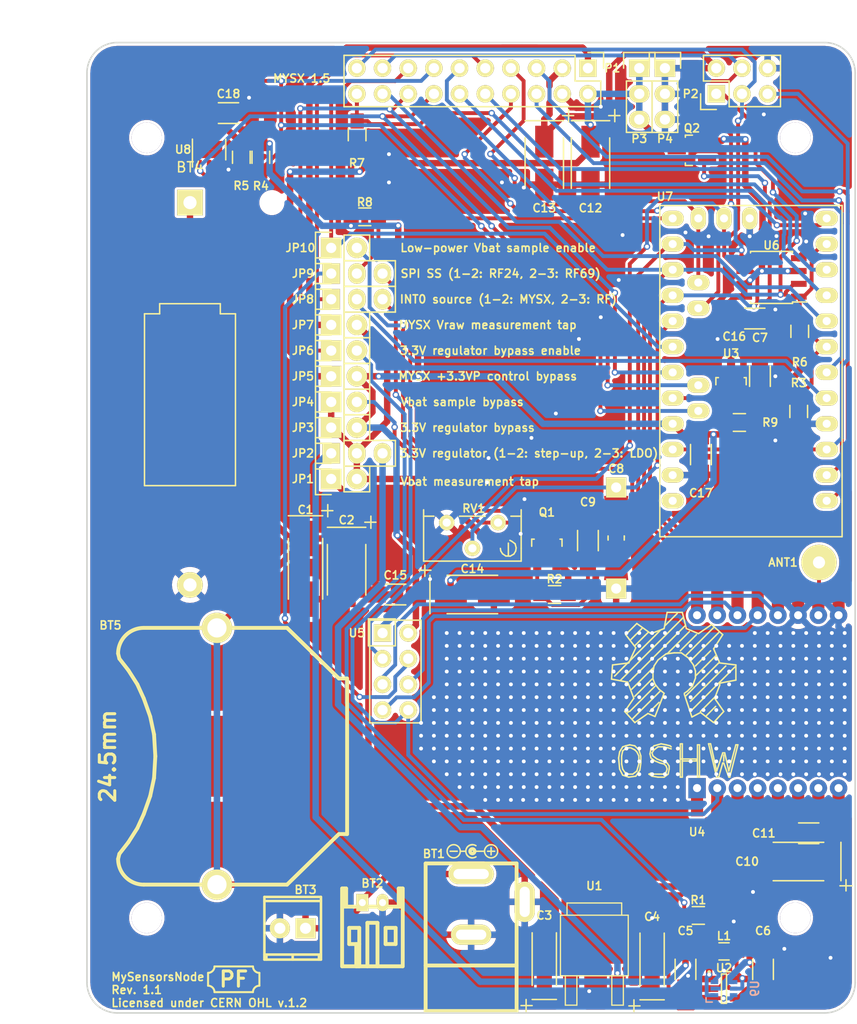
<source format=kicad_pcb>
(kicad_pcb (version 4) (host pcbnew 0.201509101502+6177~30~ubuntu14.04.1-product)
  (title_block (title "Mysensors Node") (date "Wed 10 Jun 2015") (rev 1.1) (company "Designer: Patrick Fallberg") (comment 1 "Copyright (c) 2015 Patrick Fallberg") (comment 2 "Licensed under CERN OHL v.1.2") (comment 3 "Case: Supebat LE-BOX-0028"))
  (layers (0 F.Cu mixed) (31 B.Cu mixed) (34 B.Paste user) (35 F.Paste user) (36 B.SilkS user) (37 F.SilkS user) (38 B.Mask user) (39 F.Mask user) (44 Edge.Cuts user))
  (net 0 "")
  (net 1 GND)
  (net 2 "Net-(ANT1-Pad1)")
  (net 3 "Net-(BT1-Pad3)")
  (net 4 +3V3)
  (net 5 "Net-(C4-Pad1)")
  (net 6 "Net-(C5-Pad1)")
  (net 7 VBAT_SMPL)
  (net 8 "Net-(C9-Pad1)")
  (net 9 "Net-(C9-Pad2)")
  (net 10 +3.3VP)
  (net 11 +BATT)
  (net 12 "Net-(JP4-Pad2)")
  (net 13 MYSX_D10_A4)
  (net 14 "Net-(JP6-Pad2)")
  (net 15 "Net-(JP7-Pad1)")
  (net 16 MYSX_D3_INT)
  (net 17 "Net-(JP8-Pad2)")
  (net 18 RF_INT)
  (net 19 RF24_CSN)
  (net 20 "Net-(JP9-Pad2)")
  (net 21 RF69_NSS)
  (net 22 MYSX_D9_A3)
  (net 23 "Net-(L1-Pad1)")
  (net 24 MYSX_D14_CS)
  (net 25 /SCK)
  (net 26 /MISO)
  (net 27 /MOSI)
  (net 28 MYSX_D8_SDA)
  (net 29 MYSX_D7_SCL)
  (net 30 MYSX_D6_PWM)
  (net 31 MYSX_D5_PWM)
  (net 32 MYSX_D4_INT)
  (net 33 MYSX_D1_DFM)
  (net 34 MYSX_D2_DTM)
  (net 35 MYSX_A1)
  (net 36 MYSX_A2)
  (net 37 RESET)
  (net 38 MYSX_3.3V_EN)
  (net 39 FLASH_CSN)
  (net 40 ATSHA_SDA)
  (net 41 "Net-(U4-Pad1)")
  (net 42 "Net-(U4-Pad3)")
  (net 43 "Net-(U4-Pad4)")
  (net 44 "Net-(U4-Pad5)")
  (net 45 "Net-(U4-Pad6)")
  (net 46 "Net-(U4-Pad7)")
  (net 47 "Net-(U4-Pad16)")
  (net 48 RF24_CE)
  (module Resistors_SMD:R_0805_HandSoldering (layer F.Cu) (at 158.1944 88.4804 270)
    (fp_text reference R3 (at -2.8194 0 360) (layer F.SilkS) (effects (font (size 0.8 0.8) (thickness 0.16))))
    (fp_text value 10K)
    (pad 1 smd rect (at -1.35 0 270) (size 1.5 1.3) (layers F.Cu F.Paste F.Mask) (net 38 MYSX_3.3V_EN))
    (pad 2 smd rect (at 1.35 0 270) (size 1.5 1.3) (layers F.Cu F.Paste F.Mask) (net 4 +3V3))
  )
  (module Housings_SOIC:SOIC-8_3.9x4.9mm_Pitch1.27mm (layer F.Cu) (at 155.502 75.2216 180)
    (fp_text reference U6 (at 0 3.175 180) (layer F.SilkS) (effects (font (size 0.8 0.8) (thickness 0.16))))
    (fp_text value AT25DF512C)
    (pad 1 smd rect (at -2.7 -1.905 180) (size 1.55 0.6) (layers F.Cu F.Paste F.Mask) (net 39 FLASH_CSN))
    (pad 2 smd rect (at -2.7 -0.635 180) (size 1.55 0.6) (layers F.Cu F.Paste F.Mask) (net 26 /MISO))
    (pad 3 smd rect (at -2.7 0.635 180) (size 1.55 0.6) (layers F.Cu F.Paste F.Mask) (net 4 +3V3))
    (pad 4 smd rect (at -2.7 1.905 180) (size 1.55 0.6) (layers F.Cu F.Paste F.Mask) (net 1 GND))
    (pad 5 smd rect (at 2.7 1.905 180) (size 1.55 0.6) (layers F.Cu F.Paste F.Mask) (net 27 /MOSI))
    (pad 6 smd rect (at 2.7 0.635 180) (size 1.55 0.6) (layers F.Cu F.Paste F.Mask) (net 25 /SCK))
    (pad 7 smd rect (at 2.7 -0.635 180) (size 1.55 0.6) (layers F.Cu F.Paste F.Mask) (net 4 +3V3))
    (pad 8 smd rect (at 2.7 -1.905 180) (size 1.55 0.6) (layers F.Cu F.Paste F.Mask) (net 4 +3V3))
  )
  (module Symbols:Symbol_OSHW-Logo_SilkScreen_BIG (layer F.Cu) (at 145.977 95.1606)
    (fp_text reference OPHW_LOGO hide)
    (fp_text value Symbol_OSHW-Logo_SilkScreen_BIG)
  )
  (module Mounting_Holes:MountingHole_3mm (layer F.Cu) (at 93.699197 61.395853)
    (fp_text reference HOLE1 hide)
    (fp_text value MountingHole_2.5mm)
    (pad 1 thru_hole circle (at 0 0) (size 3 3) (drill 3) (layers))
  )
  (module Mounting_Holes:MountingHole_3mm (layer F.Cu) (at 93.699197 138.585853)
    (fp_text reference HOLE3 hide)
    (fp_text value MountingHole_2.5mm)
    (pad 1 thru_hole circle (at 0 0) (size 3 3) (drill 3) (layers))
  )
  (module Mounting_Holes:MountingHole_3mm (layer F.Cu) (at 157.859197 61.395853)
    (fp_text reference HOLE2 hide)
    (fp_text value MountingHole_2.5mm)
    (pad 1 thru_hole circle (at 0 0) (size 3 3) (drill 3) (layers))
  )
  (module Mounting_Holes:MountingHole_3mm (layer F.Cu) (at 157.859197 138.575853)
    (fp_text reference HOLE4 hide)
    (fp_text value MountingHole_2.5mm)
    (pad 1 thru_hole circle (at 0 0) (size 3 3) (drill 3) (layers))
  )
  (module w_logo:Logo_silk_polarity_center_5x1.4mm (layer F.Cu) (at 125.911 131.9906)
    (fp_text reference PLUG_SPEC hide)
    (fp_text value LOGO hide)
  )
  (module Wire_Pads:SolderWirePad_single_1-2mmDrill (layer F.Cu) (at 160.201 103.4156)
    (fp_text reference ANT1 (at -3.556 0) (layer F.SilkS) (effects (font (size 0.8 0.8) (thickness 0.16))))
    (fp_text value CONN_01X01)
    (pad 1 thru_hole circle (at 0 0) (size 3.50012 3.50012) (drill 1.19888) (layers *.Cu *.Mask F.SilkS) (net 2 "Net-(ANT1-Pad1)"))
  )
  (module mysensors_connectors:dc_socket-kcswalter (layer F.Cu) (at 125.784 140.49452)
    (fp_text reference BT1 (at -3.683 -8.24992) (layer F.SilkS) (effects (font (size 0.8 0.8) (thickness 0.16))))
    (fp_text value "2.5mm jack" hide)
    (pad 1 thru_hole oval (at 5.30098 -3.50012) (size 1.99898 4.0005) (drill oval 1.00076 2.99974) (layers *.Cu *.Mask F.SilkS) (net 1 GND))
    (pad 2 thru_hole oval (at 0 -0.24892) (size 4.0005 1.99898) (drill oval 2.99974 1.00076) (layers *.Cu *.Mask F.SilkS) (net 1 GND))
    (pad 3 thru_hole oval (at 0 -6.25094) (size 4.50088 1.99898) (drill oval 3.50012 1.00076) (layers *.Cu *.Mask F.SilkS) (net 3 "Net-(BT1-Pad3)"))
  )
  (module mysensors_connectors:s2b-ph-kl-kcswalter (layer F.Cu) (at 116.02024 137.0706)
    (fp_text reference BT2 (at 0 -1.905) (layer F.SilkS) (effects (font (size 0.8 0.8) (thickness 0.16))))
    (fp_text value JST hide)
    (pad 1 thru_hole rect (at -1.00076 0) (size 1.19888 1.69926) (drill 0.70104) (layers *.Cu *.Mask F.SilkS) (net 3 "Net-(BT1-Pad3)"))
    (pad 2 thru_hole oval (at 1.00076 0) (size 1.19888 1.69926) (drill 0.70104) (layers *.Cu *.Mask F.SilkS) (net 1 GND))
  )
  (module mysensors_connectors:TerminalBlock2.54mmx2-kcswalter (layer F.Cu) (at 108.131 139.6106)
    (fp_text reference BT3 (at 1.27 -3.81) (layer F.SilkS) (effects (font (size 0.8 0.8) (thickness 0.16))))
    (fp_text value Generic hide)
    (pad 2 thru_hole oval (at -1.27 0) (size 1.99898 1.99898) (drill 1.09728) (layers *.Cu *.Mask F.SilkS) (net 1 GND))
    (pad 1 thru_hole rect (at 1.27 0) (size 1.99898 1.99898) (drill 1.09728) (layers *.Cu *.Mask F.SilkS) (net 3 "Net-(BT1-Pad3)"))
  )
  (module mysensors_connectors:keystone_3009-kcswalter (layer F.Cu) (at 100.638 122.5926 270)
    (fp_text reference BT5 (at -12.954 10.541 360) (layer F.SilkS) (effects (font (size 0.8 0.8) (thickness 0.16))))
    (fp_text value 24.5mm (at 0 10.8 270) (layer F.SilkS) (effects (font (thickness 0.3048))))
    (pad 1 thru_hole circle (at -12.7 0 270) (size 3 3) (drill 1.9) (layers *.Cu *.Mask F.SilkS) (net 3 "Net-(BT1-Pad3)"))
    (pad 1 thru_hole circle (at 12.7 0 270) (size 3 3) (drill 1.9) (layers *.Cu *.Mask F.SilkS) (net 3 "Net-(BT1-Pad3)"))
    (pad 2 smd rect (at 0 0 270) (size 8 8) (layers F.Cu F.Paste F.Mask) (net 1 GND))
  )
  (module Capacitors_Tantalum_SMD:TantalC_SizeC_EIA-6032_HandSoldering (layer F.Cu) (at 109.401 104.0506 270)
    (fp_text reference C1 (at -5.842 0 360) (layer F.SilkS) (effects (font (size 0.8 0.8) (thickness 0.16))))
    (fp_text value 47uF)
    (pad 2 smd rect (at 2.99974 0 270) (size 3.50012 1.80086) (layers F.Cu F.Paste F.Mask) (net 1 GND))
    (pad 1 smd rect (at -2.99974 0 270) (size 3.50012 1.80086) (layers F.Cu F.Paste F.Mask) (net 3 "Net-(BT1-Pad3)"))
  )
  (module Capacitors_Tantalum_SMD:TantalC_SizeB_EIA-3528_HandSoldering (layer F.Cu) (at 113.465 104.14458 270)
    (fp_text reference C2 (at -4.91998 0 360) (layer F.SilkS) (effects (font (size 0.8 0.8) (thickness 0.16))))
    (fp_text value 4.7uF)
    (pad 2 smd rect (at 2.12598 0 270) (size 3.1496 1.80086) (layers F.Cu F.Paste F.Mask) (net 1 GND))
    (pad 1 smd rect (at -2.12598 0 270) (size 3.1496 1.80086) (layers F.Cu F.Paste F.Mask) (net 3 "Net-(BT1-Pad3)"))
  )
  (module Capacitors_Tantalum_SMD:TantalC_SizeA_EIA-3216_HandSoldering (layer F.Cu) (at 133.023 142.6586 90)
    (fp_text reference C3 (at 4.318 0 180) (layer F.SilkS) (effects (font (size 0.8 0.8) (thickness 0.16))))
    (fp_text value 10uF)
    (pad 2 smd rect (at 1.99898 0 90) (size 2.99974 1.50114) (layers F.Cu F.Paste F.Mask) (net 1 GND))
    (pad 1 smd rect (at -1.99898 0 90) (size 2.99974 1.50114) (layers F.Cu F.Paste F.Mask) (net 4 +3V3))
  )
  (module Capacitors_Tantalum_SMD:TantalC_SizeA_EIA-3216_HandSoldering (layer F.Cu) (at 143.691 142.69162 90)
    (fp_text reference C4 (at 4.22402 0 180) (layer F.SilkS) (effects (font (size 0.8 0.8) (thickness 0.16))))
    (fp_text value 10uF)
    (pad 2 smd rect (at 1.99898 0 90) (size 2.99974 1.50114) (layers F.Cu F.Paste F.Mask) (net 1 GND))
    (pad 1 smd rect (at -1.99898 0 90) (size 2.99974 1.50114) (layers F.Cu F.Paste F.Mask) (net 5 "Net-(C4-Pad1)"))
  )
  (module Capacitors_SMD:C_1206_HandSoldering (layer F.Cu) (at 146.993 143.6746 270)
    (fp_text reference C5 (at -3.81 0 360) (layer F.SilkS) (effects (font (size 0.8 0.8) (thickness 0.16))))
    (fp_text value 10uF)
    (pad 1 smd rect (at -2 0 270) (size 2 1.6) (layers F.Cu F.Paste F.Mask) (net 6 "Net-(C5-Pad1)"))
    (pad 2 smd rect (at 2 0 270) (size 2 1.6) (layers F.Cu F.Paste F.Mask) (net 1 GND))
  )
  (module Capacitors_SMD:C_1206_HandSoldering (layer F.Cu) (at 154.6638 143.6746 90)
    (fp_text reference C6 (at 3.81 0 180) (layer F.SilkS) (effects (font (size 0.8 0.8) (thickness 0.16))))
    (fp_text value 10uF)
    (pad 1 smd rect (at -2 0 90) (size 2 1.6) (layers F.Cu F.Paste F.Mask) (net 4 +3V3))
    (pad 2 smd rect (at 2 0 90) (size 2 1.6) (layers F.Cu F.Paste F.Mask) (net 1 GND))
  )
  (module Capacitors_SMD:C_1206_HandSoldering (layer F.Cu) (at 154.359 85.0006 90)
    (fp_text reference C7 (at 3.81 0 180) (layer F.SilkS) (effects (font (size 0.8 0.8) (thickness 0.16))))
    (fp_text value 0.1uF)
    (pad 1 smd rect (at -2 0 90) (size 2 1.6) (layers F.Cu F.Paste F.Mask) (net 4 +3V3))
    (pad 2 smd rect (at 2 0 90) (size 2 1.6) (layers F.Cu F.Paste F.Mask) (net 1 GND))
  )
  (module Resistors_Universal:Resistor_SMD+THTuniversal_0805to1206_RM10_HandSoldering (layer F.Cu) (at 140.135 101.0026 270)
    (fp_text reference C8 (at -6.858 0 360) (layer F.SilkS) (effects (font (size 0.8 0.8) (thickness 0.16))))
    (fp_text value C)
    (pad 1 smd trapezoid (at -2.413 0 270) (size 3.50012 1.99898) (rect_delta 0.39878 0) (layers F.Cu F.Paste F.Mask) (net 7 VBAT_SMPL))
    (pad 2 smd trapezoid (at 2.413 0 90) (size 3.50012 1.99898) (rect_delta 0.39878 0) (layers F.Cu F.Paste F.Mask) (net 1 GND))
    (pad 1 thru_hole rect (at -5.00126 0 90) (size 1.99898 1.99898) (drill 1.00076) (layers *.Cu *.Mask F.SilkS) (net 7 VBAT_SMPL))
    (pad 2 thru_hole rect (at 5.00126 0 90) (size 1.99898 1.99898) (drill 1.00076) (layers *.Cu *.Mask F.SilkS) (net 1 GND))
  )
  (module Capacitors_SMD:C_1206_HandSoldering (layer F.Cu) (at 137.341 101.2566 270)
    (fp_text reference C9 (at -3.81 0 360) (layer F.SilkS) (effects (font (size 0.8 0.8) (thickness 0.16))))
    (fp_text value 0.1uF)
    (pad 1 smd rect (at -2 0 270) (size 2 1.6) (layers F.Cu F.Paste F.Mask) (net 8 "Net-(C9-Pad1)"))
    (pad 2 smd rect (at 2 0 270) (size 2 1.6) (layers F.Cu F.Paste F.Mask) (net 9 "Net-(C9-Pad2)"))
  )
  (module Capacitors_Tantalum_SMD:TantalC_SizeB_EIA-3528_HandSoldering (layer F.Cu) (at 158.169 133.0066 180)
    (fp_text reference C10 (at 5.08 0 180) (layer F.SilkS) (effects (font (size 0.8 0.8) (thickness 0.16))))
    (fp_text value 4.7uF)
    (pad 2 smd rect (at 2.12598 0 180) (size 3.1496 1.80086) (layers F.Cu F.Paste F.Mask) (net 1 GND))
    (pad 1 smd rect (at -2.12598 0 180) (size 3.1496 1.80086) (layers F.Cu F.Paste F.Mask) (net 4 +3V3))
  )
  (module Capacitors_SMD:C_1206_HandSoldering (layer F.Cu) (at 159.185 130.2126)
    (fp_text reference C11 (at -4.445 0) (layer F.SilkS) (effects (font (size 0.8 0.8) (thickness 0.16))))
    (fp_text value 0.1uF)
    (pad 1 smd rect (at -2 0) (size 2 1.6) (layers F.Cu F.Paste F.Mask) (net 1 GND))
    (pad 2 smd rect (at 2 0) (size 2 1.6) (layers F.Cu F.Paste F.Mask) (net 4 +3V3))
  )
  (module Capacitors_Tantalum_SMD:TantalC_SizeB_EIA-3528_HandSoldering (layer F.Cu) (at 137.595 63.9186 270)
    (fp_text reference C12 (at 4.445 0 360) (layer F.SilkS) (effects (font (size 0.8 0.8) (thickness 0.16))))
    (fp_text value 4.7uF)
    (pad 2 smd rect (at 2.12598 0 270) (size 3.1496 1.80086) (layers F.Cu F.Paste F.Mask) (net 1 GND))
    (pad 1 smd rect (at -2.12598 0 270) (size 3.1496 1.80086) (layers F.Cu F.Paste F.Mask) (net 10 +3.3VP))
  )
  (module Capacitors_Tantalum_SMD:TantalC_SizeB_EIA-3528_HandSoldering (layer F.Cu) (at 133.023 63.9186 270)
    (fp_text reference C13 (at 4.445 0 360) (layer F.SilkS) (effects (font (size 0.8 0.8) (thickness 0.16))))
    (fp_text value 4.7uF)
    (pad 2 smd rect (at 2.12598 0 270) (size 3.1496 1.80086) (layers F.Cu F.Paste F.Mask) (net 1 GND))
    (pad 1 smd rect (at -2.12598 0 270) (size 3.1496 1.80086) (layers F.Cu F.Paste F.Mask) (net 4 +3V3))
  )
  (module Capacitors_Tantalum_SMD:TantalC_SizeB_EIA-3528_HandSoldering (layer F.Cu) (at 125.911 106.5906)
    (fp_text reference C14 (at 0 -2.54) (layer F.SilkS) (effects (font (size 0.8 0.8) (thickness 0.16))))
    (fp_text value 4.7uF)
    (pad 2 smd rect (at 2.12598 0) (size 3.1496 1.80086) (layers F.Cu F.Paste F.Mask) (net 1 GND))
    (pad 1 smd rect (at -2.12598 0) (size 3.1496 1.80086) (layers F.Cu F.Paste F.Mask) (net 4 +3V3))
  )
  (module Capacitors_SMD:C_1206_HandSoldering (layer F.Cu) (at 118.323 106.5906)
    (fp_text reference C15 (at -0.032 -1.905) (layer F.SilkS) (effects (font (size 0.8 0.8) (thickness 0.16))))
    (fp_text value 0.1uF)
    (pad 1 smd rect (at -2 0) (size 2 1.6) (layers F.Cu F.Paste F.Mask) (net 1 GND))
    (pad 2 smd rect (at 2 0) (size 2 1.6) (layers F.Cu F.Paste F.Mask) (net 4 +3V3))
  )
  (module Capacitors_SMD:C_1206_HandSoldering (layer F.Cu) (at 153.851 79.2856 180)
    (fp_text reference C16 (at 2.032 -1.778 360) (layer F.SilkS) (effects (font (size 0.8 0.8) (thickness 0.16))))
    (fp_text value 0.1uF)
    (pad 1 smd rect (at -2 0 180) (size 2 1.6) (layers F.Cu F.Paste F.Mask) (net 1 GND))
    (pad 2 smd rect (at 2 0 180) (size 2 1.6) (layers F.Cu F.Paste F.Mask) (net 4 +3V3))
  )
  (module Capacitors_SMD:C_1206_HandSoldering (layer F.Cu) (at 148.517 92.7476 270)
    (fp_text reference C17 (at 3.81 0 360) (layer F.SilkS) (effects (font (size 0.8 0.8) (thickness 0.16))))
    (fp_text value 0.1uF)
    (pad 1 smd rect (at -2 0 270) (size 2 1.6) (layers F.Cu F.Paste F.Mask) (net 4 +3V3))
    (pad 2 smd rect (at 2 0 270) (size 2 1.6) (layers F.Cu F.Paste F.Mask) (net 1 GND))
  )
  (module Capacitors_SMD:C_1206_HandSoldering (layer F.Cu) (at 101.781 58.9656)
    (fp_text reference C18 (at 0 -1.905) (layer F.SilkS) (effects (font (size 0.8 0.8) (thickness 0.16))))
    (fp_text value 0.1uF)
    (pad 1 smd rect (at -2 0) (size 2 1.6) (layers F.Cu F.Paste F.Mask) (net 4 +3V3))
    (pad 2 smd rect (at 2 0) (size 2 1.6) (layers F.Cu F.Paste F.Mask) (net 1 GND))
  )
  (module Pin_Headers:Pin_Header_Straight_1x02 (layer F.Cu) (at 111.941 95.1606 90)
    (fp_text reference JP1 (at 0 -2.794 180) (layer F.SilkS) (effects (font (size 0.8 0.8) (thickness 0.16))))
    (fp_text value Jumper_NO_Small)
    (pad 1 thru_hole rect (at 0 0 90) (size 2.032 2.032) (drill 1.016) (layers *.Cu *.Mask F.SilkS) (net 3 "Net-(BT1-Pad3)"))
    (pad 2 thru_hole oval (at 0 2.54 90) (size 2.032 2.032) (drill 1.016) (layers *.Cu *.Mask F.SilkS) (net 11 +BATT))
  )
  (module Pin_Headers:Pin_Header_Straight_1x03 (layer F.Cu) (at 111.941 92.6206 90)
    (fp_text reference JP2 (at 0 -2.794 180) (layer F.SilkS) (effects (font (size 0.8 0.8) (thickness 0.16))))
    (fp_text value JUMPER3)
    (pad 1 thru_hole rect (at 0 0 90) (size 2.032 1.7272) (drill 1.016) (layers *.Cu *.Mask F.SilkS) (net 6 "Net-(C5-Pad1)"))
    (pad 2 thru_hole oval (at 0 2.54 90) (size 2.032 1.7272) (drill 1.016) (layers *.Cu *.Mask F.SilkS) (net 11 +BATT))
    (pad 3 thru_hole oval (at 0 5.08 90) (size 2.032 1.7272) (drill 1.016) (layers *.Cu *.Mask F.SilkS) (net 5 "Net-(C4-Pad1)"))
  )
  (module Pin_Headers:Pin_Header_Straight_1x02 (layer F.Cu) (at 111.941 90.0806 90)
    (fp_text reference JP3 (at 0 -2.794 180) (layer F.SilkS) (effects (font (size 0.8 0.8) (thickness 0.16))))
    (fp_text value Jumper_NO_Small)
    (pad 1 thru_hole rect (at 0 0 90) (size 2.032 2.032) (drill 1.016) (layers *.Cu *.Mask F.SilkS) (net 11 +BATT))
    (pad 2 thru_hole oval (at 0 2.54 90) (size 2.032 2.032) (drill 1.016) (layers *.Cu *.Mask F.SilkS) (net 4 +3V3))
  )
  (module Pin_Headers:Pin_Header_Straight_1x02 (layer F.Cu) (at 111.941 87.5406 90)
    (fp_text reference JP4 (at 0 -2.794 180) (layer F.SilkS) (effects (font (size 0.8 0.8) (thickness 0.16))))
    (fp_text value Jumper_NO_Small)
    (pad 1 thru_hole rect (at 0 0 90) (size 2.032 2.032) (drill 1.016) (layers *.Cu *.Mask F.SilkS) (net 11 +BATT))
    (pad 2 thru_hole oval (at 0 2.54 90) (size 2.032 2.032) (drill 1.016) (layers *.Cu *.Mask F.SilkS) (net 12 "Net-(JP4-Pad2)"))
  )
  (module Pin_Headers:Pin_Header_Straight_1x02 (layer F.Cu) (at 111.941 85.0006 90)
    (fp_text reference JP5 (at 0 -2.794 180) (layer F.SilkS) (effects (font (size 0.8 0.8) (thickness 0.16))))
    (fp_text value Jumper_NO_Small)
    (pad 1 thru_hole rect (at 0 0 90) (size 2.032 2.032) (drill 1.016) (layers *.Cu *.Mask F.SilkS) (net 10 +3.3VP))
    (pad 2 thru_hole oval (at 0 2.54 90) (size 2.032 2.032) (drill 1.016) (layers *.Cu *.Mask F.SilkS) (net 4 +3V3))
  )
  (module Pin_Headers:Pin_Header_Straight_1x02 (layer F.Cu) (at 111.941 82.4606 90)
    (fp_text reference JP6 (at 0 -2.794 180) (layer F.SilkS) (effects (font (size 0.8 0.8) (thickness 0.16))))
    (fp_text value Jumper_NO_Small)
    (pad 1 thru_hole rect (at 0 0 90) (size 2.032 2.032) (drill 1.016) (layers *.Cu *.Mask F.SilkS) (net 13 MYSX_D10_A4))
    (pad 2 thru_hole oval (at 0 2.54 90) (size 2.032 2.032) (drill 1.016) (layers *.Cu *.Mask F.SilkS) (net 14 "Net-(JP6-Pad2)"))
  )
  (module Pin_Headers:Pin_Header_Straight_1x02 (layer F.Cu) (at 111.941 79.9206 90)
    (fp_text reference JP7 (at 0 -2.794 180) (layer F.SilkS) (effects (font (size 0.8 0.8) (thickness 0.16))))
    (fp_text value Jumper_NO_Small)
    (pad 1 thru_hole rect (at 0 0 90) (size 2.032 2.032) (drill 1.016) (layers *.Cu *.Mask F.SilkS) (net 15 "Net-(JP7-Pad1)"))
    (pad 2 thru_hole oval (at 0 2.54 90) (size 2.032 2.032) (drill 1.016) (layers *.Cu *.Mask F.SilkS) (net 11 +BATT))
  )
  (module Pin_Headers:Pin_Header_Straight_1x03 (layer F.Cu) (at 111.941 77.3806 90)
    (fp_text reference JP8 (at 0 -2.794 180) (layer F.SilkS) (effects (font (size 0.8 0.8) (thickness 0.16))))
    (fp_text value JUMPER3)
    (pad 1 thru_hole rect (at 0 0 90) (size 2.032 1.7272) (drill 1.016) (layers *.Cu *.Mask F.SilkS) (net 16 MYSX_D3_INT))
    (pad 2 thru_hole oval (at 0 2.54 90) (size 2.032 1.7272) (drill 1.016) (layers *.Cu *.Mask F.SilkS) (net 17 "Net-(JP8-Pad2)"))
    (pad 3 thru_hole oval (at 0 5.08 90) (size 2.032 1.7272) (drill 1.016) (layers *.Cu *.Mask F.SilkS) (net 18 RF_INT))
  )
  (module Pin_Headers:Pin_Header_Straight_1x03 (layer F.Cu) (at 111.941 74.8406 90)
    (fp_text reference JP9 (at 0 -2.794 180) (layer F.SilkS) (effects (font (size 0.8 0.8) (thickness 0.16))))
    (fp_text value JUMPER3)
    (pad 1 thru_hole rect (at 0 0 90) (size 2.032 1.7272) (drill 1.016) (layers *.Cu *.Mask F.SilkS) (net 19 RF24_CSN))
    (pad 2 thru_hole oval (at 0 2.54 90) (size 2.032 1.7272) (drill 1.016) (layers *.Cu *.Mask F.SilkS) (net 20 "Net-(JP9-Pad2)"))
    (pad 3 thru_hole oval (at 0 5.08 90) (size 2.032 1.7272) (drill 1.016) (layers *.Cu *.Mask F.SilkS) (net 21 RF69_NSS))
  )
  (module Pin_Headers:Pin_Header_Straight_1x02 (layer F.Cu) (at 111.941 72.3006 90)
    (fp_text reference JP10 (at 0 -3.048 180) (layer F.SilkS) (effects (font (size 0.8 0.8) (thickness 0.16))))
    (fp_text value Jumper_NO_Small)
    (pad 1 thru_hole rect (at 0 0 90) (size 2.032 2.032) (drill 1.016) (layers *.Cu *.Mask F.SilkS) (net 22 MYSX_D9_A3))
    (pad 2 thru_hole oval (at 0 2.54 90) (size 2.032 2.032) (drill 1.016) (layers *.Cu *.Mask F.SilkS) (net 8 "Net-(C9-Pad1)"))
  )
  (module Capacitors_SMD:C_0805_HandSoldering (layer F.Cu) (at 150.803 141.8966 180)
    (fp_text reference L1 (at 0 1.524 180) (layer F.SilkS) (effects (font (size 0.8 0.8) (thickness 0.16))))
    (fp_text value 4.7uH)
    (pad 1 smd rect (at -1.25 0 180) (size 1.5 1.25) (layers F.Cu F.Paste F.Mask) (net 23 "Net-(L1-Pad1)"))
    (pad 2 smd rect (at 1.25 0 180) (size 1.5 1.25) (layers F.Cu F.Paste F.Mask) (net 6 "Net-(C5-Pad1)"))
  )
  (module mysensors_connectors:MYSX_1.5 (layer F.Cu) (at 137.341 54.5206 270)
    (fp_text reference P1 (at 0 -2.413 360) (layer F.SilkS) (effects (font (size 0.8 0.8) (thickness 0.16))))
    (fp_text value MYSX_1.5)
    (pad 20 thru_hole oval (at 2.54 22.86 270) (size 1.7272 1.7272) (drill 1.016) (layers *.Cu *.Mask F.SilkS) (net 24 MYSX_D14_CS))
    (pad 19 thru_hole oval (at 0 22.86 270) (size 1.7272 1.7272) (drill 1.016) (layers *.Cu *.Mask F.SilkS) (net 25 /SCK))
    (pad 18 thru_hole oval (at 2.54 20.32 270) (size 1.7272 1.7272) (drill 1.016) (layers *.Cu *.Mask F.SilkS) (net 26 /MISO))
    (pad 17 thru_hole oval (at 0 20.32 270) (size 1.7272 1.7272) (drill 1.016) (layers *.Cu *.Mask F.SilkS) (net 27 /MOSI))
    (pad 16 thru_hole oval (at 2.54 17.78 270) (size 1.7272 1.7272) (drill 1.016) (layers *.Cu *.Mask F.SilkS) (net 13 MYSX_D10_A4))
    (pad 15 thru_hole oval (at 0 17.78 270) (size 1.7272 1.7272) (drill 1.016) (layers *.Cu *.Mask F.SilkS) (net 22 MYSX_D9_A3))
    (pad 14 thru_hole oval (at 2.54 15.24 270) (size 1.7272 1.7272) (drill 1.016) (layers *.Cu *.Mask F.SilkS) (net 28 MYSX_D8_SDA))
    (pad 13 thru_hole oval (at 0 15.24 270) (size 1.7272 1.7272) (drill 1.016) (layers *.Cu *.Mask F.SilkS) (net 29 MYSX_D7_SCL))
    (pad 12 thru_hole oval (at 2.54 12.7 270) (size 1.7272 1.7272) (drill 1.016) (layers *.Cu *.Mask F.SilkS) (net 30 MYSX_D6_PWM))
    (pad 11 thru_hole oval (at 0 12.7 270) (size 1.7272 1.7272) (drill 1.016) (layers *.Cu *.Mask F.SilkS) (net 31 MYSX_D5_PWM))
    (pad 10 thru_hole oval (at 2.54 10.16 270) (size 1.7272 1.7272) (drill 1.016) (layers *.Cu *.Mask F.SilkS) (net 32 MYSX_D4_INT))
    (pad 9 thru_hole oval (at 0 10.16 270) (size 1.7272 1.7272) (drill 1.016) (layers *.Cu *.Mask F.SilkS) (net 16 MYSX_D3_INT))
    (pad 1 thru_hole rect (at 0 0 270) (size 1.7272 1.7272) (drill 1.016) (layers *.Cu *.Mask F.SilkS) (net 15 "Net-(JP7-Pad1)"))
    (pad 2 thru_hole oval (at 2.54 0 270) (size 1.7272 1.7272) (drill 1.016) (layers *.Cu *.Mask F.SilkS) (net 10 +3.3VP))
    (pad 3 thru_hole oval (at 0 2.54 270) (size 1.7272 1.7272) (drill 1.016) (layers *.Cu *.Mask F.SilkS) (net 4 +3V3))
    (pad 4 thru_hole oval (at 2.54 2.54 270) (size 1.7272 1.7272) (drill 1.016) (layers *.Cu *.Mask F.SilkS) (net 1 GND))
    (pad 5 thru_hole oval (at 0 5.08 270) (size 1.7272 1.7272) (drill 1.016) (layers *.Cu *.Mask F.SilkS) (net 33 MYSX_D1_DFM))
    (pad 6 thru_hole oval (at 2.54 5.08 270) (size 1.7272 1.7272) (drill 1.016) (layers *.Cu *.Mask F.SilkS) (net 34 MYSX_D2_DTM))
    (pad 7 thru_hole oval (at 0 7.62 270) (size 1.7272 1.7272) (drill 1.016) (layers *.Cu *.Mask F.SilkS) (net 35 MYSX_A1))
    (pad 8 thru_hole oval (at 2.54 7.62 270) (size 1.7272 1.7272) (drill 1.016) (layers *.Cu *.Mask F.SilkS) (net 36 MYSX_A2))
  )
  (module Pin_Headers:Pin_Header_Straight_2x03 (layer F.Cu) (at 150.041 57.0606 90)
    (fp_text reference P2 (at 0 -2.54 180) (layer F.SilkS) (effects (font (size 0.8 0.8) (thickness 0.16))))
    (fp_text value CONN_02X03)
    (pad 1 thru_hole rect (at 0 0 90) (size 1.7272 1.7272) (drill 1.016) (layers *.Cu *.Mask F.SilkS) (net 26 /MISO))
    (pad 2 thru_hole oval (at 2.54 0 90) (size 1.7272 1.7272) (drill 1.016) (layers *.Cu *.Mask F.SilkS) (net 4 +3V3))
    (pad 3 thru_hole oval (at 0 2.54 90) (size 1.7272 1.7272) (drill 1.016) (layers *.Cu *.Mask F.SilkS) (net 25 /SCK))
    (pad 4 thru_hole oval (at 2.54 2.54 90) (size 1.7272 1.7272) (drill 1.016) (layers *.Cu *.Mask F.SilkS) (net 27 /MOSI))
    (pad 5 thru_hole oval (at 0 5.08 90) (size 1.7272 1.7272) (drill 1.016) (layers *.Cu *.Mask F.SilkS) (net 37 RESET))
    (pad 6 thru_hole oval (at 2.54 5.08 90) (size 1.7272 1.7272) (drill 1.016) (layers *.Cu *.Mask F.SilkS) (net 1 GND))
  )
  (module Pin_Headers:Pin_Header_Straight_1x03 (layer F.Cu) (at 142.421 54.5206)
    (fp_text reference P3 (at 0 6.985) (layer F.SilkS) (effects (font (size 0.8 0.8) (thickness 0.16))))
    (fp_text value CONN_01X03)
    (pad 1 thru_hole rect (at 0 0) (size 2.032 1.7272) (drill 1.016) (layers *.Cu *.Mask F.SilkS) (net 10 +3.3VP))
    (pad 2 thru_hole oval (at 0 2.54) (size 2.032 1.7272) (drill 1.016) (layers *.Cu *.Mask F.SilkS) (net 10 +3.3VP))
    (pad 3 thru_hole oval (at 0 5.08) (size 2.032 1.7272) (drill 1.016) (layers *.Cu *.Mask F.SilkS) (net 10 +3.3VP))
  )
  (module Pin_Headers:Pin_Header_Straight_1x03 (layer F.Cu) (at 144.961 54.5206)
    (fp_text reference P4 (at 0 6.985) (layer F.SilkS) (effects (font (size 0.8 0.8) (thickness 0.16))))
    (fp_text value CONN_01X03)
    (pad 1 thru_hole rect (at 0 0) (size 2.032 1.7272) (drill 1.016) (layers *.Cu *.Mask F.SilkS) (net 1 GND))
    (pad 2 thru_hole oval (at 0 2.54) (size 2.032 1.7272) (drill 1.016) (layers *.Cu *.Mask F.SilkS) (net 1 GND))
    (pad 3 thru_hole oval (at 0 5.08) (size 2.032 1.7272) (drill 1.016) (layers *.Cu *.Mask F.SilkS) (net 1 GND))
  )
  (module Housings_SOT-23_SOT-143_TSOT-6:SOT-23_Handsoldering (layer F.Cu) (at 133.277 101.7646)
    (fp_text reference Q1 (at 0 -3.302 180) (layer F.SilkS) (effects (font (size 0.8 0.8) (thickness 0.16))))
    (fp_text value DMP3056L-7)
    (pad 1 smd rect (at -0.95 1.50114) (size 0.8001 1.80086) (layers F.Cu F.Paste F.Mask) (net 9 "Net-(C9-Pad2)"))
    (pad 2 smd rect (at 0.95 1.50114) (size 0.8001 1.80086) (layers F.Cu F.Paste F.Mask) (net 11 +BATT))
    (pad 3 smd rect (at 0 -1.50114) (size 0.8001 1.80086) (layers F.Cu F.Paste F.Mask) (net 12 "Net-(JP4-Pad2)"))
  )
  (module Housings_SOT-23_SOT-143_TSOT-6:SOT-23_Handsoldering (layer F.Cu) (at 147.628 62.6486 90)
    (fp_text reference Q2 (at 2.1844 0 180) (layer F.SilkS) (effects (font (size 0.8 0.8) (thickness 0.16))))
    (fp_text value DMP3056L-7)
    (pad 1 smd rect (at -0.95 1.50114 90) (size 0.8001 1.80086) (layers F.Cu F.Paste F.Mask) (net 38 MYSX_3.3V_EN))
    (pad 2 smd rect (at 0.95 1.50114 90) (size 0.8001 1.80086) (layers F.Cu F.Paste F.Mask) (net 4 +3V3))
    (pad 3 smd rect (at 0 -1.50114 90) (size 0.8001 1.80086) (layers F.Cu F.Paste F.Mask) (net 10 +3.3VP))
  )
  (module Resistors_SMD:R_0805_HandSoldering (layer F.Cu) (at 148.263 138.3406 180)
    (fp_text reference R1 (at 0 1.524 180) (layer F.SilkS) (effects (font (size 0.8 0.8) (thickness 0.16))))
    (fp_text value 150K)
    (pad 1 smd rect (at -1.35 0 180) (size 1.5 1.3) (layers F.Cu F.Paste F.Mask) (net 6 "Net-(C5-Pad1)"))
    (pad 2 smd rect (at 1.35 0 180) (size 1.5 1.3) (layers F.Cu F.Paste F.Mask) (net 14 "Net-(JP6-Pad2)"))
  )
  (module Resistors_SMD:R_0805_HandSoldering (layer F.Cu) (at 134.039 106.5906)
    (fp_text reference R2 (at 0 -1.524) (layer F.SilkS) (effects (font (size 0.8 0.8) (thickness 0.16))))
    (fp_text value 10K)
    (pad 1 smd rect (at -1.35 0) (size 1.5 1.3) (layers F.Cu F.Paste F.Mask) (net 9 "Net-(C9-Pad2)"))
    (pad 2 smd rect (at 1.35 0) (size 1.5 1.3) (layers F.Cu F.Paste F.Mask) (net 11 +BATT))
  )
  (module Resistors_SMD:R_0805_HandSoldering (layer F.Cu) (at 104.9814 63.3344 90)
    (fp_text reference R4 (at -2.8448 0 180) (layer F.SilkS) (effects (font (size 0.8 0.8) (thickness 0.16))))
    (fp_text value 10K)
    (pad 1 smd rect (at -1.35 0 90) (size 1.5 1.3) (layers F.Cu F.Paste F.Mask) (net 29 MYSX_D7_SCL))
    (pad 2 smd rect (at 1.35 0 90) (size 1.5 1.3) (layers F.Cu F.Paste F.Mask) (net 4 +3V3))
  )
  (module Resistors_SMD:R_0805_HandSoldering (layer F.Cu) (at 103.051 63.3344 90)
    (fp_text reference R5 (at -2.8194 0 180) (layer F.SilkS) (effects (font (size 0.8 0.8) (thickness 0.16))))
    (fp_text value 10K)
    (pad 1 smd rect (at -1.35 0 90) (size 1.5 1.3) (layers F.Cu F.Paste F.Mask) (net 28 MYSX_D8_SDA))
    (pad 2 smd rect (at 1.35 0 90) (size 1.5 1.3) (layers F.Cu F.Paste F.Mask) (net 4 +3V3))
  )
  (module Resistors_SMD:R_0805_HandSoldering (layer F.Cu) (at 158.296 80.5556 270)
    (fp_text reference R6 (at 3.048 0 360) (layer F.SilkS) (effects (font (size 0.8 0.8) (thickness 0.16))))
    (fp_text value 56K)
    (pad 1 smd rect (at -1.35 0 270) (size 1.5 1.3) (layers F.Cu F.Paste F.Mask) (net 39 FLASH_CSN))
    (pad 2 smd rect (at 1.35 0 270) (size 1.5 1.3) (layers F.Cu F.Paste F.Mask) (net 4 +3V3))
  )
  (module Resistors_SMD:R_0805_HandSoldering (layer F.Cu) (at 114.5064 61.0992 270)
    (fp_text reference R7 (at 2.8194 0.0254 360) (layer F.SilkS) (effects (font (size 0.8 0.8) (thickness 0.16))))
    (fp_text value 56K)
    (pad 1 smd rect (at -1.35 0 270) (size 1.5 1.3) (layers F.Cu F.Paste F.Mask) (net 24 MYSX_D14_CS))
    (pad 2 smd rect (at 1.35 0 270) (size 1.5 1.3) (layers F.Cu F.Paste F.Mask) (net 4 +3V3))
  )
  (module Resistors_SMD:R_0805_HandSoldering (layer F.Cu) (at 115.2646 69.2272)
    (fp_text reference R8 (at 0.0038 -1.4478 180) (layer F.SilkS) (effects (font (size 0.8 0.8) (thickness 0.16))))
    (fp_text value 56K)
    (pad 1 smd rect (at -1.35 0) (size 1.5 1.3) (layers F.Cu F.Paste F.Mask) (net 4 +3V3))
    (pad 2 smd rect (at 1.35 0) (size 1.5 1.3) (layers F.Cu F.Paste F.Mask) (net 20 "Net-(JP9-Pad2)"))
  )
  (module Resistors_SMD:R_0805_HandSoldering (layer F.Cu) (at 152.327 89.5726)
    (fp_text reference R9 (at 3.048 0) (layer F.SilkS) (effects (font (size 0.8 0.8) (thickness 0.16))))
    (fp_text value 56K)
    (pad 1 smd rect (at -1.35 0) (size 1.5 1.3) (layers F.Cu F.Paste F.Mask) (net 40 ATSHA_SDA))
    (pad 2 smd rect (at 1.35 0) (size 1.5 1.3) (layers F.Cu F.Paste F.Mask) (net 4 +3V3))
  )
  (module Potentiometers:Potentiometer_Bourns_3296Y_3-8Zoll_Angular_ScrewUp (layer F.Cu) (at 128.451 99.4786 90)
    (fp_text reference RV1 (at 1.397 -2.413 180) (layer F.SilkS) (effects (font (size 0.8 0.8) (thickness 0.16))))
    (fp_text value 1M)
    (pad 2 thru_hole circle (at -2.54 -2.54 90) (size 1.524 1.524) (drill 0.8128) (layers *.Cu *.Mask F.SilkS) (net 7 VBAT_SMPL))
    (pad 3 thru_hole circle (at 0 -5.08 90) (size 1.524 1.524) (drill 0.8128) (layers *.Cu *.Mask F.SilkS) (net 1 GND))
    (pad 1 thru_hole circle (at 0 0 90) (size 1.524 1.524) (drill 0.8128) (layers *.Cu *.Mask F.SilkS) (net 12 "Net-(JP4-Pad2)"))
  )
  (module mysensors_obscurities:d-pak-kcswalter (layer F.Cu) (at 137.976 142.7348)
    (fp_text reference U1 (at 0 -7.3152) (layer F.SilkS) (effects (font (size 0.8 0.8) (thickness 0.16))))
    (fp_text value LD1117DT33TR hide)
    (pad 1 smd rect (at -2.30124 3.1242) (size 1.6002 3.2004) (layers F.Cu F.Paste F.Mask) (net 1 GND))
    (pad 3 smd rect (at 2.30124 3.1242) (size 1.6002 3.2004) (layers F.Cu F.Paste F.Mask) (net 5 "Net-(C4-Pad1)"))
    (pad 2 smd rect (at 0 -3.1242) (size 6.49986 7.00024) (layers F.Cu F.Paste F.Mask) (net 4 +3V3))
  )
  (module mysensors_handsoldering:SOT-23-5_Handsoldering (layer F.Cu) (at 150.803 145.5796)
    (fp_text reference U2 (at 0 -2.032) (layer F.SilkS) (effects (font (size 0.8 0.8) (thickness 0.16))))
    (fp_text value TPS61097A)
    (pad 1 smd rect (at -1.47 -0.95) (size 1.80086 0.65) (layers F.Cu F.Paste F.Mask) (net 6 "Net-(C5-Pad1)"))
    (pad 2 smd rect (at -1.47 0) (size 1.80086 0.65) (layers F.Cu F.Paste F.Mask) (net 1 GND))
    (pad 3 smd rect (at -1.47 0.95) (size 1.80086 0.65) (layers F.Cu F.Paste F.Mask) (net 14 "Net-(JP6-Pad2)"))
    (pad 4 smd rect (at 1.47 0.95) (size 1.80086 0.65) (layers F.Cu F.Paste F.Mask) (net 4 +3V3))
    (pad 5 smd rect (at 1.47 -0.95) (size 1.80086 0.65) (layers F.Cu F.Paste F.Mask) (net 23 "Net-(L1-Pad1)"))
  )
  (module Housings_SOT-23_SOT-143_TSOT-6:SOT-23_Handsoldering (layer F.Cu) (at 151.499 85.78546)
    (fp_text reference U3 (at 0 -3.048) (layer F.SilkS) (effects (font (size 0.8 0.8) (thickness 0.16))))
    (fp_text value ATSHA204A)
    (pad 1 smd rect (at -0.95 1.50114) (size 0.8001 1.80086) (layers F.Cu F.Paste F.Mask) (net 40 ATSHA_SDA))
    (pad 2 smd rect (at 0.95 1.50114) (size 0.8001 1.80086) (layers F.Cu F.Paste F.Mask) (net 4 +3V3))
    (pad 3 smd rect (at 0 -1.50114) (size 0.8001 1.80086) (layers F.Cu F.Paste F.Mask) (net 1 GND))
  )
  (module mysensors_radios:RFM69HW_SMD_ThroughHole_Handsoldering (layer F.Cu) (at 148.137 125.6406 90)
    (fp_text reference U4 (at -4.445 -0.001 180) (layer F.SilkS) (effects (font (size 0.8 0.8) (thickness 0.16))))
    (fp_text value RFM69HW hide)
    (pad 1 smd rect (at -1.4 0 90) (size 3 1.2) (layers F.Cu F.Paste F.Mask) (net 41 "Net-(U4-Pad1)"))
    (pad 2 smd rect (at -1.4 2 90) (size 3 1.2) (layers F.Cu F.Paste F.Mask) (net 18 RF_INT))
    (pad 3 smd rect (at -1.4 4 90) (size 3 1.2) (layers F.Cu F.Paste F.Mask) (net 42 "Net-(U4-Pad3)"))
    (pad 4 smd rect (at -1.4 6 90) (size 3 1.2) (layers F.Cu F.Paste F.Mask) (net 43 "Net-(U4-Pad4)"))
    (pad 5 smd rect (at -1.4 8 90) (size 3 1.2) (layers F.Cu F.Paste F.Mask) (net 44 "Net-(U4-Pad5)"))
    (pad 6 smd rect (at -1.4 10 90) (size 3 1.2) (layers F.Cu F.Paste F.Mask) (net 45 "Net-(U4-Pad6)"))
    (pad 7 smd rect (at -1.4 12 90) (size 3 1.2) (layers F.Cu F.Paste F.Mask) (net 46 "Net-(U4-Pad7)"))
    (pad 8 smd rect (at -1.4 14 90) (size 3 1.2) (layers F.Cu F.Paste F.Mask) (net 4 +3V3))
    (pad 9 smd rect (at 18.3 14 90) (size 3 1.2) (layers F.Cu F.Paste F.Mask) (net 1 GND))
    (pad 10 smd rect (at 18.3 12 90) (size 3 1.2) (layers F.Cu F.Paste F.Mask) (net 2 "Net-(ANT1-Pad1)"))
    (pad 11 smd rect (at 18.3 10 90) (size 3 1.2) (layers F.Cu F.Paste F.Mask) (net 1 GND))
    (pad 12 smd rect (at 18.3 8 90) (size 3 1.2) (layers F.Cu F.Paste F.Mask) (net 25 /SCK))
    (pad 13 smd rect (at 18.3 6 90) (size 3 1.2) (layers F.Cu F.Paste F.Mask) (net 26 /MISO))
    (pad 14 smd rect (at 18.3 4 90) (size 3 1.2) (layers F.Cu F.Paste F.Mask) (net 27 /MOSI))
    (pad 15 smd rect (at 18.3 2 90) (size 3 1.2) (layers F.Cu F.Paste F.Mask) (net 21 RF69_NSS))
    (pad 16 smd rect (at 18.3 0 90) (size 3 1.2) (layers F.Cu F.Paste F.Mask) (net 47 "Net-(U4-Pad16)"))
    (pad 1 thru_hole rect (at -0.1 0 90) (size 2 1.7272) (drill 0.8) (layers *.Cu *.Mask) (net 41 "Net-(U4-Pad1)"))
    (pad 2 thru_hole circle (at -0.1 2 90) (size 1.7272 1.7272) (drill 0.8) (layers *.Cu *.Mask) (net 18 RF_INT))
    (pad 3 thru_hole circle (at -0.1 4 90) (size 1.7272 1.7272) (drill 0.8) (layers *.Cu *.Mask) (net 42 "Net-(U4-Pad3)"))
    (pad 4 thru_hole circle (at -0.1 6 90) (size 1.7272 1.7272) (drill 0.8) (layers *.Cu *.Mask) (net 43 "Net-(U4-Pad4)"))
    (pad 5 thru_hole circle (at -0.1 8 90) (size 1.7272 1.7272) (drill 0.8) (layers *.Cu *.Mask) (net 44 "Net-(U4-Pad5)"))
    (pad 6 thru_hole circle (at -0.1 10 90) (size 1.7272 1.7272) (drill 0.8) (layers *.Cu *.Mask) (net 45 "Net-(U4-Pad6)"))
    (pad 7 thru_hole circle (at -0.1 12 90) (size 1.7272 1.7272) (drill 0.8) (layers *.Cu *.Mask) (net 46 "Net-(U4-Pad7)"))
    (pad 8 thru_hole circle (at -0.1 14 90) (size 1.7272 1.7272) (drill 0.8) (layers *.Cu *.Mask) (net 4 +3V3))
    (pad 9 thru_hole circle (at 17 14 90) (size 1.7272 1.7272) (drill 0.8) (layers *.Cu *.Mask) (net 1 GND))
    (pad 10 thru_hole circle (at 17 12 90) (size 1.7272 1.7272) (drill 0.8) (layers *.Cu *.Mask) (net 2 "Net-(ANT1-Pad1)"))
    (pad 11 thru_hole circle (at 17 10 90) (size 1.7272 1.7272) (drill 0.8) (layers *.Cu *.Mask) (net 1 GND))
    (pad 12 thru_hole circle (at 17 8 90) (size 1.7272 1.7272) (drill 0.8) (layers *.Cu *.Mask) (net 25 /SCK))
    (pad 13 thru_hole circle (at 17 6 90) (size 1.7272 1.7272) (drill 0.8) (layers *.Cu *.Mask) (net 26 /MISO))
    (pad 14 thru_hole circle (at 17 4 90) (size 1.7272 1.7272) (drill 0.8) (layers *.Cu *.Mask) (net 27 /MOSI))
    (pad 15 thru_hole circle (at 17 2 90) (size 1.7272 1.7272) (drill 0.8) (layers *.Cu *.Mask) (net 21 RF69_NSS))
    (pad 16 thru_hole circle (at 17 0 90) (size 1.7272 1.7272) (drill 0.8) (layers *.Cu *.Mask) (net 47 "Net-(U4-Pad16)"))
  )
  (module mysensors_radios:NRF24L01 (layer F.Cu) (at 115.497 108.8766 90)
    (fp_text reference U5 (at -1.524 -1.016 180) (layer F.SilkS) (effects (font (size 0.8 0.8) (thickness 0.16))))
    (fp_text value NRF24L01 hide)
    (pad 7 thru_hole oval (at -9.144 1.524 90) (size 1.7272 1.7272) (drill 1.016) (layers *.Cu *.Mask F.SilkS) (net 26 /MISO))
    (pad 8 thru_hole oval (at -9.144 4.064 90) (size 1.7272 1.7272) (drill 1.016) (layers *.Cu *.Mask F.SilkS) (net 18 RF_INT))
    (pad 5 thru_hole oval (at -6.604 1.524 90) (size 1.7272 1.7272) (drill 1.016) (layers *.Cu *.Mask F.SilkS) (net 25 /SCK))
    (pad 6 thru_hole oval (at -6.604 4.064 90) (size 1.7272 1.7272) (drill 1.016) (layers *.Cu *.Mask F.SilkS) (net 27 /MOSI))
    (pad 3 thru_hole oval (at -4.064 1.524 90) (size 1.7272 1.7272) (drill 1.016) (layers *.Cu *.Mask F.SilkS) (net 48 RF24_CE))
    (pad 4 thru_hole oval (at -4.064 4.064 90) (size 1.7272 1.7272) (drill 1.016) (layers *.Cu *.Mask F.SilkS) (net 19 RF24_CSN))
    (pad 1 thru_hole rect (at -1.524 1.524 90) (size 1.7272 1.7272) (drill 1.016) (layers *.Cu *.Mask F.SilkS) (net 1 GND))
    (pad 2 thru_hole oval (at -1.524 4.064 90) (size 1.7272 1.7272) (drill 1.016) (layers *.Cu *.Mask F.SilkS) (net 4 +3V3))
  )
  (module mysensors_arduino:pro_mini (layer F.Cu) (at 153.343 83.3496 90)
    (fp_text reference U7 (at 16.129 -8.382 180) (layer F.SilkS) (effects (font (size 0.8 0.8) (thickness 0.16))))
    (fp_text value ArduinoProMini hide)
    (pad 28 thru_hole oval (at 5.08 -5.08 90) (size 1.50114 2.19964) (drill 0.8001) (layers *.Cu *.Mask F.SilkS) (net 36 MYSX_A2))
    (pad 27 thru_hole oval (at 7.62 -5.08 90) (size 1.50114 2.19964) (drill 0.8001) (layers *.Cu *.Mask F.SilkS) (net 35 MYSX_A1))
    (pad 1 thru_hole oval (at -13.97 7.62 90) (size 1.50114 2.19964) (drill 0.8001) (layers *.Cu *.Mask F.SilkS) (net 33 MYSX_D1_DFM))
    (pad 2 thru_hole oval (at -11.43 7.62 90) (size 1.50114 2.19964) (drill 0.8001) (layers *.Cu *.Mask F.SilkS) (net 34 MYSX_D2_DTM))
    (pad 3 thru_hole oval (at -8.89 7.62 90) (size 1.50114 2.19964) (drill 0.8001) (layers *.Cu *.Mask F.SilkS) (net 37 RESET))
    (pad 4 thru_hole oval (at -6.35 7.62 90) (size 1.50114 2.19964) (drill 0.8001) (layers *.Cu *.Mask F.SilkS) (net 1 GND))
    (pad 5 thru_hole oval (at -3.81 7.62 90) (size 1.50114 2.19964) (drill 0.8001) (layers *.Cu *.Mask F.SilkS) (net 17 "Net-(JP8-Pad2)"))
    (pad 6 thru_hole oval (at -1.27 7.62 90) (size 1.50114 2.19964) (drill 0.8001) (layers *.Cu *.Mask F.SilkS) (net 32 MYSX_D4_INT))
    (pad 7 thru_hole oval (at 1.27 7.62 90) (size 1.50114 2.19964) (drill 0.8001) (layers *.Cu *.Mask F.SilkS) (net 38 MYSX_3.3V_EN))
    (pad 8 thru_hole oval (at 3.81 7.62 90) (size 1.50114 2.19964) (drill 0.8001) (layers *.Cu *.Mask F.SilkS) (net 31 MYSX_D5_PWM))
    (pad 9 thru_hole oval (at 6.35 7.62 90) (size 1.50114 2.19964) (drill 0.8001) (layers *.Cu *.Mask F.SilkS) (net 30 MYSX_D6_PWM))
    (pad 10 thru_hole oval (at 8.89 7.62 90) (size 1.50114 2.19964) (drill 0.8001) (layers *.Cu *.Mask F.SilkS) (net 24 MYSX_D14_CS))
    (pad 11 thru_hole oval (at 11.43 7.62 90) (size 1.50114 2.19964) (drill 0.8001) (layers *.Cu *.Mask F.SilkS) (net 39 FLASH_CSN))
    (pad 12 thru_hole oval (at 13.97 7.62 90) (size 1.50114 2.19964) (drill 0.8001) (layers *.Cu *.Mask F.SilkS) (net 48 RF24_CE))
    (pad 13 thru_hole oval (at 13.97 -7.62 90) (size 1.50114 2.19964) (drill 0.8001) (layers *.Cu *.Mask F.SilkS) (net 20 "Net-(JP9-Pad2)"))
    (pad 14 thru_hole oval (at 11.43 -7.62 90) (size 1.50114 2.19964) (drill 0.8001) (layers *.Cu *.Mask F.SilkS) (net 27 /MOSI))
    (pad 15 thru_hole oval (at 8.89 -7.62 90) (size 1.50114 2.19964) (drill 0.8001) (layers *.Cu *.Mask F.SilkS) (net 26 /MISO))
    (pad 16 thru_hole oval (at 6.35 -7.62 90) (size 1.50114 2.19964) (drill 0.8001) (layers *.Cu *.Mask F.SilkS) (net 25 /SCK))
    (pad 17 thru_hole oval (at 3.81 -7.62 90) (size 1.50114 2.19964) (drill 0.8001) (layers *.Cu *.Mask F.SilkS) (net 7 VBAT_SMPL))
    (pad 18 thru_hole oval (at 1.27 -7.62 90) (size 1.50114 2.19964) (drill 0.8001) (layers *.Cu *.Mask F.SilkS) (net 22 MYSX_D9_A3))
    (pad 19 thru_hole oval (at -1.27 -7.62 90) (size 1.50114 2.19964) (drill 0.8001) (layers *.Cu *.Mask F.SilkS) (net 13 MYSX_D10_A4))
    (pad 20 thru_hole oval (at -3.81 -7.62 90) (size 1.50114 2.19964) (drill 0.8001) (layers *.Cu *.Mask F.SilkS) (net 40 ATSHA_SDA))
    (pad 21 thru_hole oval (at -6.35 -7.62 90) (size 1.50114 2.19964) (drill 0.8001) (layers *.Cu *.Mask F.SilkS) (net 4 +3V3))
    (pad 22 thru_hole oval (at -8.89 -7.62 90) (size 1.50114 2.19964) (drill 0.8001) (layers *.Cu *.Mask F.SilkS) (net 37 RESET))
    (pad 23 thru_hole oval (at -11.43 -7.62 90) (size 1.50114 2.19964) (drill 0.8001) (layers *.Cu *.Mask F.SilkS) (net 1 GND))
    (pad 24 thru_hole oval (at -13.97 -7.62 90) (size 1.50114 2.19964) (drill 0.8001) (layers *.Cu *.Mask F.SilkS))
    (pad 25 thru_hole oval (at -2.54 -5.08 90) (size 1.50114 2.19964) (drill 0.8001) (layers *.Cu *.Mask F.SilkS) (net 28 MYSX_D8_SDA))
    (pad 26 thru_hole oval (at -5.08 -5.08 90) (size 1.50114 2.19964) (drill 0.8001) (layers *.Cu *.Mask F.SilkS) (net 29 MYSX_D7_SCL))
    (pad 27 thru_hole oval (at 13.97 -5.08 90) (size 2.19964 1.50114) (drill 0.8001) (layers *.Cu *.Mask F.SilkS) (net 35 MYSX_A1))
    (pad 28 thru_hole oval (at 13.97 -2.54 90) (size 2.19964 1.50114) (drill 0.8001) (layers *.Cu *.Mask F.SilkS) (net 36 MYSX_A2))
    (pad 29 thru_hole oval (at 13.97 0 90) (size 2.19964 1.50114) (drill 0.8001) (layers *.Cu *.Mask F.SilkS) (net 1 GND))
  )
  (module Housings_DFN_QFN:DFN-6-1EP_3x3mm_Pitch0.95mm (layer F.Cu) (at 99.861 62.5656 90)
    (fp_text reference U8 (at 0 -2.575 180) (layer F.SilkS) (effects (font (size 0.8 0.8) (thickness 0.16))))
    (fp_text value Si7021)
    (pad 1 smd rect (at -1.34 -0.95 90) (size 0.63 0.45) (layers F.Cu F.Paste F.Mask) (net 28 MYSX_D8_SDA))
    (pad 2 smd rect (at -1.34 0 90) (size 0.63 0.45) (layers F.Cu F.Paste F.Mask) (net 1 GND))
    (pad 3 smd rect (at -1.34 0.95 90) (size 0.63 0.45) (layers F.Cu F.Paste F.Mask))
    (pad 4 smd rect (at 1.34 0.95 90) (size 0.63 0.45) (layers F.Cu F.Paste F.Mask))
    (pad 5 smd rect (at 1.34 0 90) (size 0.63 0.45) (layers F.Cu F.Paste F.Mask) (net 4 +3V3))
    (pad 6 smd rect (at 1.34 -0.95 90) (size 0.63 0.45) (layers F.Cu F.Paste F.Mask) (net 29 MYSX_D7_SCL))
    (pad 7 smd rect (at 0.425 0.65 90) (size 0.85 1.3) (layers F.Cu F.Paste F.Mask))
    (pad 7 smd rect (at 0.425 -0.65 90) (size 0.85 1.3) (layers F.Cu F.Paste F.Mask))
    (pad 7 smd rect (at -0.425 0.65 90) (size 0.85 1.3) (layers F.Cu F.Paste F.Mask))
    (pad 7 smd rect (at -0.425 -0.65 90) (size 0.85 1.3) (layers F.Cu F.Paste F.Mask))
  )
  (module Housings_SOT-23_SOT-143_TSOT-6:SC-70-6 (layer B.Cu) (at 150.803 145.5796 90)
    (fp_text reference U9 (at 0.01016 3.05054 90) (layer B.SilkS) (effects (font (size 0.8 0.8) (thickness 0.16)) (justify mirror)))
    (fp_text value TPS61221)
    (pad 1 smd rect (at -0.65024 -0.94996 90) (size 0.39878 0.7493) (layers B.Cu B.Paste B.Mask) (net 6 "Net-(C5-Pad1)"))
    (pad 2 smd rect (at 0 -0.94996 90) (size 0.39878 0.7493) (layers B.Cu B.Paste B.Mask) (net 4 +3V3))
    (pad 3 smd rect (at 0.65024 -0.94996 90) (size 0.39878 0.7493) (layers B.Cu B.Paste B.Mask) (net 1 GND))
    (pad 4 smd rect (at 0.65024 0.94996 90) (size 0.39878 0.7493) (layers B.Cu B.Paste B.Mask) (net 4 +3V3))
    (pad 5 smd rect (at 0 0.94996 90) (size 0.39878 0.7493) (layers B.Cu B.Paste B.Mask) (net 23 "Net-(L1-Pad1)"))
    (pad 6 smd rect (at -0.65024 0.94996 90) (size 0.39878 0.7493) (layers B.Cu B.Paste B.Mask) (net 14 "Net-(JP6-Pad2)"))
  )
  (module mysensors_connectors:CR123_holder (layer F.Cu) (at 97.971 67.8206)
    (fp_text reference BT4 (at 0 -3.5) (layer F.SilkS))
    (fp_text value CR123)
    (pad 1 thru_hole rect (at 0 0) (size 2.54 2.54) (drill 1.3) (layers *.Cu *.Mask F.SilkS) (net 3 "Net-(BT1-Pad3)"))
    (pad 2 thru_hole circle (at 0 37.82) (size 2.54 2.54) (drill 1.3) (layers *.Cu *.Mask F.SilkS) (net 1 GND))
    (pad "" np_thru_hole circle (at 8.1 0) (size 1.98 1.98) (drill 1.98) (layers *.Cu Dwgs.User))
  )
  (gr_text "MYSX +3.3VP control bypass" (at 127.435 85.0006) (layer F.SilkS) (effects (font (size 0.8 0.8) (thickness 0.16))))
  (gr_text "MYSX 1.5" (at 109.02 55.5366) (layer F.SilkS) (effects (font (size 0.8 0.8) (thickness 0.16))))
  (gr_text "Low-power Vbat sample enable" (at 128.451 72.3006) (layer F.SilkS) (effects (font (size 0.8 0.8) (thickness 0.16))))
  (gr_text "SPI SS (1-2: RF24, 2-3: RF69)" (at 128.705 74.8406) (layer F.SilkS) (effects (font (size 0.8 0.8) (thickness 0.16))))
  (gr_text "INT0 source (1-2: MYSX, 2-3: RF)" (at 129.467 77.3806) (layer F.SilkS) (effects (font (size 0.8 0.8) (thickness 0.16))))
  (gr_text "MYSX Vraw measurement tap" (at 127.435 79.9206) (layer F.SilkS) (effects (font (size 0.8 0.8) (thickness 0.16))))
  (gr_text "3.3V regulator bypass enable" (at 127.689 82.4606) (layer F.SilkS) (effects (font (size 0.8 0.8) (thickness 0.16))))
  (gr_text "Vbat sample bypass" (at 124.895 87.5406) (layer F.SilkS) (effects (font (size 0.8 0.8) (thickness 0.16))))
  (gr_text "3.3V regulator bypass" (at 125.403 90.0806) (layer F.SilkS) (effects (font (size 0.8 0.8) (thickness 0.16))))
  (gr_text "3.3V regulator (1-2: step-up, 2-3: LDO)" (at 131.499 92.6206) (layer F.SilkS) (effects (font (size 0.8 0.8) (thickness 0.16))))
  (gr_text "Vbat measurement tap" (at 125.657 95.4146) (layer F.SilkS) (effects (font (size 0.8 0.8) (thickness 0.16))))
  (gr_arc (start 90.779197 54.985253) (end 87.779197 54.985253) (angle 89.9) (layer Edge.Cuts) (width 0.15))
  (gr_arc (start 160.779197 54.985253) (end 160.779197 51.985253) (angle 90) (layer Edge.Cuts) (width 0.15))
  (gr_arc (start 160.779197 144.985253) (end 163.779197 144.985253) (angle 90) (layer Edge.Cuts) (width 0.15))
  (gr_arc (start 90.779197 144.985253) (end 90.779197 147.985253) (angle 90) (layer Edge.Cuts) (width 0.15))
  (gr_line (start 87.779197 54.985253) (end 87.779197 144.985253) (angle 90) (layer Edge.Cuts) (width 0.15))
  (gr_line (start 163.779197 54.985253) (end 163.779197 144.985253) (angle 90) (layer Edge.Cuts) (width 0.15))
  (gr_line (start 90.779197 51.985253) (end 160.779197 51.985253) (angle 90) (layer Edge.Cuts) (width 0.15))
  (gr_line (start 90.779197 147.985253) (end 160.779197 147.985253) (angle 90) (layer Edge.Cuts) (width 0.15))
  (gr_text "MySensorsNode\nRev. 1.1\nLicensed under CERN OHL v.1.2" (at 90.097 145.7066) (layer F.SilkS) (effects (font (size 0.8 0.8) (thickness 0.16)) (justify left)))
  (gr_line (start 99.759 144.0216) (end 99.759 145.2916) (angle 90) (layer F.SilkS) (width 0.2))
  (gr_line (start 104.204 145.9266) (end 100.394 145.9266) (angle 90) (layer F.SilkS) (width 0.2))
  (gr_line (start 104.839 144.0216) (end 104.839 145.2916) (angle 90) (layer F.SilkS) (width 0.2))
  (gr_arc (start 99.759 145.9266) (end 99.759 145.2916) (angle 90) (layer F.SilkS) (width 0.2))
  (gr_arc (start 99.759 143.3866) (end 100.394 143.3866) (angle 90) (layer F.SilkS) (width 0.2))
  (gr_arc (start 104.839 145.9266) (end 104.204 145.9266) (angle 90) (layer F.SilkS) (width 0.2))
  (gr_arc (start 104.839 143.3866) (end 104.839 144.0216) (angle 90) (layer F.SilkS) (width 0.2))
  (gr_line (start 100.394 143.3866) (end 104.204 143.3866) (angle 90) (layer F.SilkS) (width 0.2))
  (gr_text PF (at 102.299 144.6566) (layer F.SilkS) (effects (font (size 1.5 1.5) (thickness 0.3))))
  (segment (start 151.2856 145.5288) (end 151.2856 145.4018) (width 0.381) (layer F.Cu) (net 0))
  (segment (start 152.763768 60.6166) (end 153.21278 60.6166) (width 0.635) (layer B.Cu) (net 1))
  (segment (start 151.438 60.6166) (end 152.763768 60.6166) (width 0.635) (layer B.Cu) (net 1))
  (segment (start 150.422 59.6006) (end 151.438 60.6166) (width 0.635) (layer B.Cu) (net 1))
  (segment (start 153.216 60.6166) (end 153.21278 60.6166) (width 0.635) (layer B.Cu) (net 1))
  (segment (start 154.74 59.0926) (end 153.216 60.6166) (width 0.635) (layer B.Cu) (net 1))
  (segment (start 144.961 59.6006) (end 150.422 59.6006) (width 0.635) (layer B.Cu) (net 1))
  (segment (start 156.442331 71.132687) (end 155.993319 71.132687) (width 0.635) (layer F.Cu) (net 1))
  (segment (start 158.931 71.6656) (end 159.248499 71.348101) (width 0.635) (layer B.Cu) (net 1))
  (segment (start 159.248499 71.348101) (end 159.248499 69.312525) (width 0.635) (layer B.Cu) (net 1))
  (segment (start 159.248499 69.312525) (end 159.149386 69.213412) (width 0.635) (layer B.Cu) (net 1))
  (segment (start 159.149386 69.213412) (end 158.831887 68.895913) (width 0.635) (layer B.Cu) (net 1))
  (segment (start 157.037508 71.132687) (end 156.442331 71.132687) (width 0.635) (layer F.Cu) (net 1))
  (segment (start 158.931 71.6656) (end 158.931 71.216588) (width 0.635) (layer F.Cu) (net 1))
  (via (at 155.993319 71.132687) (size 0.635) (drill 0.381) (layers F.Cu B.Cu) (net 1))
  (segment (start 158.202 73.3166) (end 158.931 72.5876) (width 0.635) (layer F.Cu) (net 1))
  (segment (start 158.476877 70.762465) (end 157.40773 70.762465) (width 0.635) (layer F.Cu) (net 1))
  (segment (start 157.40773 70.762465) (end 157.037508 71.132687) (width 0.635) (layer F.Cu) (net 1))
  (segment (start 158.931 72.5876) (end 158.931 72.114612) (width 0.635) (layer F.Cu) (net 1))
  (segment (start 158.931 71.216588) (end 158.476877 70.762465) (width 0.635) (layer F.Cu) (net 1))
  (segment (start 158.931 72.114612) (end 158.931 71.6656) (width 0.635) (layer F.Cu) (net 1))
  (via (at 158.831887 68.895913) (size 0.635) (drill 0.381) (layers F.Cu B.Cu) (net 1))
  (segment (start 153.67 136.017) (end 153.67 137.033) (width 0.635) (layer B.Cu) (net 1))
  (segment (start 153.67 137.033) (end 151.765 138.938) (width 0.635) (layer B.Cu) (net 1))
  (via (at 151.765 138.938) (size 0.635) (drill 0.381) (layers F.Cu B.Cu) (net 1))
  (segment (start 154.6638 141.6746) (end 154.6638 137.0108) (width 0.635) (layer F.Cu) (net 1))
  (segment (start 154.6638 137.0108) (end 153.67 136.017) (width 0.635) (layer F.Cu) (net 1))
  (via (at 153.67 136.017) (size 0.635) (drill 0.381) (layers F.Cu B.Cu) (net 1))
  (segment (start 131.064 97.155) (end 131.064 100.203) (width 0.635) (layer B.Cu) (net 1))
  (segment (start 131.064 100.203) (end 130.683 100.584) (width 0.635) (layer B.Cu) (net 1))
  (via (at 130.683 100.584) (size 0.635) (drill 0.381) (layers F.Cu B.Cu) (net 1))
  (segment (start 127.353808 95.495792) (end 129.404792 95.495792) (width 0.635) (layer F.Cu) (net 1))
  (segment (start 129.404792 95.495792) (end 131.064 97.155) (width 0.635) (layer F.Cu) (net 1))
  (via (at 131.064 97.155) (size 0.635) (drill 0.381) (layers F.Cu B.Cu) (net 1))
  (segment (start 123.371 99.4786) (end 127.353808 95.495792) (width 0.635) (layer B.Cu) (net 1))
  (segment (start 127.353808 95.495792) (end 131.753 91.0966) (width 0.635) (layer B.Cu) (net 1))
  (segment (start 127.508 93.091) (end 127.508 95.3416) (width 0.635) (layer B.Cu) (net 1))
  (via (at 127.353808 95.495792) (size 0.635) (drill 0.381) (layers F.Cu B.Cu) (net 1))
  (segment (start 127.508 95.3416) (end 127.353808 95.495792) (width 0.635) (layer B.Cu) (net 1))
  (segment (start 131.753 91.0966) (end 129.5024 91.0966) (width 0.635) (layer F.Cu) (net 1))
  (segment (start 129.5024 91.0966) (end 127.508 93.091) (width 0.635) (layer F.Cu) (net 1))
  (via (at 127.508 93.091) (size 0.635) (drill 0.381) (layers F.Cu B.Cu) (net 1))
  (segment (start 150.803 144.986361) (end 150.209761 145.5796) (width 0.381) (layer F.Cu) (net 1))
  (segment (start 150.803 143.8016) (end 150.803 144.986361) (width 0.381) (layer F.Cu) (net 1))
  (segment (start 150.209761 145.5796) (end 149.333 145.5796) (width 0.381) (layer F.Cu) (net 1))
  (segment (start 150.2442 145.5796) (end 150.5998 145.224) (width 0.381) (layer F.Cu) (net 1))
  (segment (start 149.333 145.5796) (end 150.2442 145.5796) (width 0.381) (layer F.Cu) (net 1))
  (segment (start 149.85304 144.92936) (end 149.85304 144.75156) (width 0.381) (layer B.Cu) (net 1))
  (segment (start 149.85304 144.75156) (end 150.803 143.8016) (width 0.381) (layer B.Cu) (net 1))
  (via (at 150.803 143.8016) (size 0.635) (drill 0.381) (layers F.Cu B.Cu) (net 1))
  (segment (start 160.201 116.7506) (end 161.471 116.7506) (width 0.635) (layer B.Cu) (net 1))
  (via (at 161.471 116.7506) (size 0.635) (drill 0.381) (layers F.Cu B.Cu) (net 1))
  (segment (start 158.931 116.7506) (end 160.201 116.7506) (width 0.635) (layer F.Cu) (net 1))
  (via (at 160.201 116.7506) (size 0.635) (drill 0.381) (layers F.Cu B.Cu) (net 1))
  (segment (start 157.661 116.7506) (end 158.931 116.7506) (width 0.635) (layer B.Cu) (net 1))
  (via (at 158.931 116.7506) (size 0.635) (drill 0.381) (layers F.Cu B.Cu) (net 1))
  (segment (start 156.391 116.7506) (end 157.661 116.7506) (width 0.635) (layer F.Cu) (net 1))
  (via (at 157.661 116.7506) (size 0.635) (drill 0.381) (layers F.Cu B.Cu) (net 1))
  (segment (start 155.121 116.7506) (end 156.391 116.7506) (width 0.635) (layer B.Cu) (net 1))
  (via (at 156.391 116.7506) (size 0.635) (drill 0.381) (layers F.Cu B.Cu) (net 1))
  (segment (start 153.851 116.7506) (end 155.121 116.7506) (width 0.635) (layer F.Cu) (net 1))
  (via (at 155.121 116.7506) (size 0.635) (drill 0.381) (layers F.Cu B.Cu) (net 1))
  (segment (start 152.581 116.7506) (end 153.851 116.7506) (width 0.635) (layer B.Cu) (net 1))
  (via (at 153.851 116.7506) (size 0.635) (drill 0.381) (layers F.Cu B.Cu) (net 1))
  (segment (start 151.311 116.7506) (end 152.581 116.7506) (width 0.635) (layer F.Cu) (net 1))
  (via (at 152.581 116.7506) (size 0.635) (drill 0.381) (layers F.Cu B.Cu) (net 1))
  (segment (start 150.041 116.7506) (end 151.311 116.7506) (width 0.635) (layer B.Cu) (net 1))
  (via (at 151.311 116.7506) (size 0.635) (drill 0.381) (layers F.Cu B.Cu) (net 1))
  (segment (start 148.771 116.7506) (end 150.041 116.7506) (width 0.635) (layer F.Cu) (net 1))
  (via (at 150.041 116.7506) (size 0.635) (drill 0.381) (layers F.Cu B.Cu) (net 1))
  (segment (start 147.501 116.7506) (end 148.771 116.7506) (width 0.635) (layer B.Cu) (net 1))
  (via (at 148.771 116.7506) (size 0.635) (drill 0.381) (layers F.Cu B.Cu) (net 1))
  (segment (start 146.231 116.7506) (end 147.501 116.7506) (width 0.635) (layer F.Cu) (net 1))
  (via (at 147.501 116.7506) (size 0.635) (drill 0.381) (layers F.Cu B.Cu) (net 1))
  (segment (start 144.961 116.7506) (end 146.231 116.7506) (width 0.635) (layer B.Cu) (net 1))
  (via (at 146.231 116.7506) (size 0.635) (drill 0.381) (layers F.Cu B.Cu) (net 1))
  (segment (start 143.691 116.7506) (end 144.961 116.7506) (width 0.635) (layer F.Cu) (net 1))
  (via (at 144.961 116.7506) (size 0.635) (drill 0.381) (layers F.Cu B.Cu) (net 1))
  (segment (start 142.421 116.7506) (end 143.691 116.7506) (width 0.635) (layer B.Cu) (net 1))
  (via (at 143.691 116.7506) (size 0.635) (drill 0.381) (layers F.Cu B.Cu) (net 1))
  (segment (start 141.151 116.7506) (end 142.421 116.7506) (width 0.635) (layer F.Cu) (net 1))
  (via (at 142.421 116.7506) (size 0.635) (drill 0.381) (layers F.Cu B.Cu) (net 1))
  (segment (start 139.881 116.7506) (end 141.151 116.7506) (width 0.635) (layer B.Cu) (net 1))
  (via (at 141.151 116.7506) (size 0.635) (drill 0.381) (layers F.Cu B.Cu) (net 1))
  (segment (start 138.611 116.7506) (end 139.881 116.7506) (width 0.635) (layer F.Cu) (net 1))
  (via (at 139.881 116.7506) (size 0.635) (drill 0.381) (layers F.Cu B.Cu) (net 1))
  (segment (start 137.341 116.7506) (end 138.611 116.7506) (width 0.635) (layer B.Cu) (net 1))
  (via (at 138.611 116.7506) (size 0.635) (drill 0.381) (layers F.Cu B.Cu) (net 1))
  (segment (start 136.071 116.7506) (end 137.341 116.7506) (width 0.635) (layer F.Cu) (net 1))
  (via (at 137.341 116.7506) (size 0.635) (drill 0.381) (layers F.Cu B.Cu) (net 1))
  (segment (start 134.801 116.7506) (end 136.071 116.7506) (width 0.635) (layer B.Cu) (net 1))
  (via (at 136.071 116.7506) (size 0.635) (drill 0.381) (layers F.Cu B.Cu) (net 1))
  (segment (start 133.531 116.7506) (end 134.801 116.7506) (width 0.635) (layer F.Cu) (net 1))
  (via (at 134.801 116.7506) (size 0.635) (drill 0.381) (layers F.Cu B.Cu) (net 1))
  (segment (start 132.261 116.7506) (end 133.531 116.7506) (width 0.635) (layer B.Cu) (net 1))
  (via (at 133.531 116.7506) (size 0.635) (drill 0.381) (layers F.Cu B.Cu) (net 1))
  (segment (start 130.991 116.7506) (end 132.261 116.7506) (width 0.635) (layer F.Cu) (net 1))
  (via (at 132.261 116.7506) (size 0.635) (drill 0.381) (layers F.Cu B.Cu) (net 1))
  (segment (start 129.721 116.7506) (end 130.991 116.7506) (width 0.635) (layer B.Cu) (net 1))
  (via (at 130.991 116.7506) (size 0.635) (drill 0.381) (layers F.Cu B.Cu) (net 1))
  (segment (start 129.721 118.0206) (end 129.721 116.7506) (width 0.635) (layer F.Cu) (net 1))
  (via (at 129.721 116.7506) (size 0.635) (drill 0.381) (layers F.Cu B.Cu) (net 1))
  (segment (start 130.991 118.0206) (end 129.721 118.0206) (width 0.635) (layer B.Cu) (net 1))
  (via (at 129.721 118.0206) (size 0.635) (drill 0.381) (layers F.Cu B.Cu) (net 1))
  (segment (start 132.261 118.0206) (end 130.991 118.0206) (width 0.635) (layer F.Cu) (net 1))
  (via (at 130.991 118.0206) (size 0.635) (drill 0.381) (layers F.Cu B.Cu) (net 1))
  (segment (start 133.531 118.0206) (end 132.261 118.0206) (width 0.635) (layer B.Cu) (net 1))
  (via (at 132.261 118.0206) (size 0.635) (drill 0.381) (layers F.Cu B.Cu) (net 1))
  (segment (start 134.801 118.0206) (end 133.531 118.0206) (width 0.635) (layer F.Cu) (net 1))
  (via (at 133.531 118.0206) (size 0.635) (drill 0.381) (layers F.Cu B.Cu) (net 1))
  (segment (start 136.071 118.0206) (end 134.801 118.0206) (width 0.635) (layer B.Cu) (net 1))
  (via (at 134.801 118.0206) (size 0.635) (drill 0.381) (layers F.Cu B.Cu) (net 1))
  (segment (start 137.341 118.0206) (end 136.071 118.0206) (width 0.635) (layer F.Cu) (net 1))
  (via (at 136.071 118.0206) (size 0.635) (drill 0.381) (layers F.Cu B.Cu) (net 1))
  (segment (start 138.611 118.0206) (end 137.341 118.0206) (width 0.635) (layer B.Cu) (net 1))
  (via (at 137.341 118.0206) (size 0.635) (drill 0.381) (layers F.Cu B.Cu) (net 1))
  (segment (start 139.881 118.0206) (end 138.611 118.0206) (width 0.635) (layer F.Cu) (net 1))
  (via (at 138.611 118.0206) (size 0.635) (drill 0.381) (layers F.Cu B.Cu) (net 1))
  (segment (start 141.151 118.0206) (end 139.881 118.0206) (width 0.635) (layer B.Cu) (net 1))
  (via (at 139.881 118.0206) (size 0.635) (drill 0.381) (layers F.Cu B.Cu) (net 1))
  (segment (start 142.421 118.0206) (end 141.151 118.0206) (width 0.635) (layer F.Cu) (net 1))
  (via (at 141.151 118.0206) (size 0.635) (drill 0.381) (layers F.Cu B.Cu) (net 1))
  (segment (start 143.691 118.0206) (end 142.421 118.0206) (width 0.635) (layer B.Cu) (net 1))
  (via (at 142.421 118.0206) (size 0.635) (drill 0.381) (layers F.Cu B.Cu) (net 1))
  (segment (start 144.961 118.0206) (end 143.691 118.0206) (width 0.635) (layer F.Cu) (net 1))
  (via (at 143.691 118.0206) (size 0.635) (drill 0.381) (layers F.Cu B.Cu) (net 1))
  (segment (start 146.231 118.0206) (end 144.961 118.0206) (width 0.635) (layer B.Cu) (net 1))
  (via (at 144.961 118.0206) (size 0.635) (drill 0.381) (layers F.Cu B.Cu) (net 1))
  (segment (start 147.501 118.0206) (end 146.231 118.0206) (width 0.635) (layer F.Cu) (net 1))
  (via (at 146.231 118.0206) (size 0.635) (drill 0.381) (layers F.Cu B.Cu) (net 1))
  (segment (start 148.771 118.0206) (end 147.501 118.0206) (width 0.635) (layer B.Cu) (net 1))
  (via (at 147.501 118.0206) (size 0.635) (drill 0.381) (layers F.Cu B.Cu) (net 1))
  (segment (start 150.041 118.0206) (end 148.771 118.0206) (width 0.635) (layer F.Cu) (net 1))
  (via (at 148.771 118.0206) (size 0.635) (drill 0.381) (layers F.Cu B.Cu) (net 1))
  (segment (start 151.311 118.0206) (end 150.041 118.0206) (width 0.635) (layer B.Cu) (net 1))
  (via (at 150.041 118.0206) (size 0.635) (drill 0.381) (layers F.Cu B.Cu) (net 1))
  (segment (start 152.581 118.0206) (end 151.311 118.0206) (width 0.635) (layer F.Cu) (net 1))
  (via (at 151.311 118.0206) (size 0.635) (drill 0.381) (layers F.Cu B.Cu) (net 1))
  (segment (start 153.851 118.0206) (end 152.581 118.0206) (width 0.635) (layer B.Cu) (net 1))
  (via (at 152.581 118.0206) (size 0.635) (drill 0.381) (layers F.Cu B.Cu) (net 1))
  (segment (start 155.121 118.0206) (end 153.851 118.0206) (width 0.635) (layer F.Cu) (net 1))
  (via (at 153.851 118.0206) (size 0.635) (drill 0.381) (layers F.Cu B.Cu) (net 1))
  (segment (start 156.391 118.0206) (end 155.121 118.0206) (width 0.635) (layer B.Cu) (net 1))
  (via (at 155.121 118.0206) (size 0.635) (drill 0.381) (layers F.Cu B.Cu) (net 1))
  (segment (start 157.661 118.0206) (end 156.391 118.0206) (width 0.635) (layer F.Cu) (net 1))
  (via (at 156.391 118.0206) (size 0.635) (drill 0.381) (layers F.Cu B.Cu) (net 1))
  (segment (start 158.931 118.0206) (end 157.661 118.0206) (width 0.635) (layer B.Cu) (net 1))
  (via (at 157.661 118.0206) (size 0.635) (drill 0.381) (layers F.Cu B.Cu) (net 1))
  (segment (start 160.201 118.0206) (end 158.931 118.0206) (width 0.635) (layer F.Cu) (net 1))
  (via (at 158.931 118.0206) (size 0.635) (drill 0.381) (layers F.Cu B.Cu) (net 1))
  (segment (start 161.471 118.0206) (end 160.201 118.0206) (width 0.635) (layer B.Cu) (net 1))
  (via (at 160.201 118.0206) (size 0.635) (drill 0.381) (layers F.Cu B.Cu) (net 1))
  (segment (start 161.471 119.2906) (end 161.471 118.0206) (width 0.635) (layer F.Cu) (net 1))
  (via (at 161.471 118.0206) (size 0.635) (drill 0.381) (layers F.Cu B.Cu) (net 1))
  (segment (start 160.201 119.2906) (end 161.471 119.2906) (width 0.635) (layer B.Cu) (net 1))
  (via (at 161.471 119.2906) (size 0.635) (drill 0.381) (layers F.Cu B.Cu) (net 1))
  (segment (start 158.931 119.2906) (end 160.201 119.2906) (width 0.635) (layer F.Cu) (net 1))
  (via (at 160.201 119.2906) (size 0.635) (drill 0.381) (layers F.Cu B.Cu) (net 1))
  (segment (start 157.661 119.2906) (end 158.931 119.2906) (width 0.635) (layer B.Cu) (net 1))
  (via (at 158.931 119.2906) (size 0.635) (drill 0.381) (layers F.Cu B.Cu) (net 1))
  (segment (start 156.391 119.2906) (end 157.661 119.2906) (width 0.635) (layer F.Cu) (net 1))
  (via (at 157.661 119.2906) (size 0.635) (drill 0.381) (layers F.Cu B.Cu) (net 1))
  (segment (start 155.121 119.2906) (end 156.391 119.2906) (width 0.635) (layer B.Cu) (net 1))
  (via (at 156.391 119.2906) (size 0.635) (drill 0.381) (layers F.Cu B.Cu) (net 1))
  (segment (start 153.851 119.2906) (end 155.121 119.2906) (width 0.635) (layer F.Cu) (net 1))
  (via (at 155.121 119.2906) (size 0.635) (drill 0.381) (layers F.Cu B.Cu) (net 1))
  (segment (start 152.581 119.2906) (end 153.851 119.2906) (width 0.635) (layer B.Cu) (net 1))
  (via (at 153.851 119.2906) (size 0.635) (drill 0.381) (layers F.Cu B.Cu) (net 1))
  (segment (start 151.311 119.2906) (end 152.581 119.2906) (width 0.635) (layer F.Cu) (net 1))
  (via (at 152.581 119.2906) (size 0.635) (drill 0.381) (layers F.Cu B.Cu) (net 1))
  (segment (start 150.041 119.2906) (end 151.311 119.2906) (width 0.635) (layer B.Cu) (net 1))
  (via (at 151.311 119.2906) (size 0.635) (drill 0.381) (layers F.Cu B.Cu) (net 1))
  (segment (start 148.771 119.2906) (end 150.041 119.2906) (width 0.635) (layer F.Cu) (net 1))
  (via (at 150.041 119.2906) (size 0.635) (drill 0.381) (layers F.Cu B.Cu) (net 1))
  (segment (start 147.501 119.2906) (end 148.771 119.2906) (width 0.635) (layer B.Cu) (net 1))
  (via (at 148.771 119.2906) (size 0.635) (drill 0.381) (layers F.Cu B.Cu) (net 1))
  (segment (start 146.231 119.2906) (end 147.501 119.2906) (width 0.635) (layer F.Cu) (net 1))
  (via (at 147.501 119.2906) (size 0.635) (drill 0.381) (layers F.Cu B.Cu) (net 1))
  (segment (start 144.961 119.2906) (end 146.231 119.2906) (width 0.635) (layer B.Cu) (net 1))
  (via (at 146.231 119.2906) (size 0.635) (drill 0.381) (layers F.Cu B.Cu) (net 1))
  (segment (start 143.691 119.2906) (end 144.961 119.2906) (width 0.635) (layer F.Cu) (net 1))
  (via (at 144.961 119.2906) (size 0.635) (drill 0.381) (layers F.Cu B.Cu) (net 1))
  (segment (start 142.421 119.2906) (end 143.691 119.2906) (width 0.635) (layer B.Cu) (net 1))
  (via (at 143.691 119.2906) (size 0.635) (drill 0.381) (layers F.Cu B.Cu) (net 1))
  (segment (start 141.151 119.2906) (end 142.421 119.2906) (width 0.635) (layer F.Cu) (net 1))
  (via (at 142.421 119.2906) (size 0.635) (drill 0.381) (layers F.Cu B.Cu) (net 1))
  (segment (start 139.881 119.2906) (end 141.151 119.2906) (width 0.635) (layer B.Cu) (net 1))
  (via (at 141.151 119.2906) (size 0.635) (drill 0.381) (layers F.Cu B.Cu) (net 1))
  (segment (start 138.611 119.2906) (end 139.881 119.2906) (width 0.635) (layer F.Cu) (net 1))
  (via (at 139.881 119.2906) (size 0.635) (drill 0.381) (layers F.Cu B.Cu) (net 1))
  (segment (start 137.341 119.2906) (end 138.611 119.2906) (width 0.635) (layer B.Cu) (net 1))
  (via (at 138.611 119.2906) (size 0.635) (drill 0.381) (layers F.Cu B.Cu) (net 1))
  (segment (start 136.071 119.2906) (end 137.341 119.2906) (width 0.635) (layer F.Cu) (net 1))
  (via (at 137.341 119.2906) (size 0.635) (drill 0.381) (layers F.Cu B.Cu) (net 1))
  (segment (start 134.801 119.2906) (end 136.071 119.2906) (width 0.635) (layer B.Cu) (net 1))
  (via (at 136.071 119.2906) (size 0.635) (drill 0.381) (layers F.Cu B.Cu) (net 1))
  (segment (start 133.531 119.2906) (end 134.801 119.2906) (width 0.635) (layer F.Cu) (net 1))
  (via (at 134.801 119.2906) (size 0.635) (drill 0.381) (layers F.Cu B.Cu) (net 1))
  (segment (start 132.261 119.2906) (end 133.531 119.2906) (width 0.635) (layer B.Cu) (net 1))
  (via (at 133.531 119.2906) (size 0.635) (drill 0.381) (layers F.Cu B.Cu) (net 1))
  (segment (start 130.991 119.2906) (end 132.261 119.2906) (width 0.635) (layer F.Cu) (net 1))
  (via (at 132.261 119.2906) (size 0.635) (drill 0.381) (layers F.Cu B.Cu) (net 1))
  (segment (start 129.721 119.2906) (end 130.991 119.2906) (width 0.635) (layer B.Cu) (net 1))
  (via (at 130.991 119.2906) (size 0.635) (drill 0.381) (layers F.Cu B.Cu) (net 1))
  (segment (start 129.721 120.5606) (end 129.721 119.2906) (width 0.635) (layer F.Cu) (net 1))
  (via (at 129.721 119.2906) (size 0.635) (drill 0.381) (layers F.Cu B.Cu) (net 1))
  (segment (start 130.991 120.5606) (end 129.721 120.5606) (width 0.635) (layer B.Cu) (net 1))
  (via (at 129.721 120.5606) (size 0.635) (drill 0.381) (layers F.Cu B.Cu) (net 1))
  (segment (start 132.261 120.5606) (end 130.991 120.5606) (width 0.635) (layer F.Cu) (net 1))
  (via (at 130.991 120.5606) (size 0.635) (drill 0.381) (layers F.Cu B.Cu) (net 1))
  (segment (start 133.531 120.5606) (end 132.261 120.5606) (width 0.635) (layer B.Cu) (net 1))
  (via (at 132.261 120.5606) (size 0.635) (drill 0.381) (layers F.Cu B.Cu) (net 1))
  (segment (start 134.801 120.5606) (end 133.531 120.5606) (width 0.635) (layer F.Cu) (net 1))
  (via (at 133.531 120.5606) (size 0.635) (drill 0.381) (layers F.Cu B.Cu) (net 1))
  (segment (start 136.071 120.5606) (end 134.801 120.5606) (width 0.635) (layer B.Cu) (net 1))
  (via (at 134.801 120.5606) (size 0.635) (drill 0.381) (layers F.Cu B.Cu) (net 1))
  (segment (start 137.341 120.5606) (end 136.071 120.5606) (width 0.635) (layer F.Cu) (net 1))
  (via (at 136.071 120.5606) (size 0.635) (drill 0.381) (layers F.Cu B.Cu) (net 1))
  (segment (start 138.611 120.5606) (end 137.341 120.5606) (width 0.635) (layer B.Cu) (net 1))
  (via (at 137.341 120.5606) (size 0.635) (drill 0.381) (layers F.Cu B.Cu) (net 1))
  (segment (start 139.881 120.5606) (end 138.611 120.5606) (width 0.635) (layer F.Cu) (net 1))
  (via (at 138.611 120.5606) (size 0.635) (drill 0.381) (layers F.Cu B.Cu) (net 1))
  (segment (start 141.151 120.5606) (end 139.881 120.5606) (width 0.635) (layer B.Cu) (net 1))
  (via (at 139.881 120.5606) (size 0.635) (drill 0.381) (layers F.Cu B.Cu) (net 1))
  (segment (start 142.421 120.5606) (end 141.151 120.5606) (width 0.635) (layer F.Cu) (net 1))
  (via (at 141.151 120.5606) (size 0.635) (drill 0.381) (layers F.Cu B.Cu) (net 1))
  (segment (start 143.691 120.5606) (end 142.421 120.5606) (width 0.635) (layer B.Cu) (net 1))
  (via (at 142.421 120.5606) (size 0.635) (drill 0.381) (layers F.Cu B.Cu) (net 1))
  (segment (start 144.961 120.5606) (end 143.691 120.5606) (width 0.635) (layer F.Cu) (net 1))
  (via (at 143.691 120.5606) (size 0.635) (drill 0.381) (layers F.Cu B.Cu) (net 1))
  (segment (start 146.231 120.5606) (end 144.961 120.5606) (width 0.635) (layer B.Cu) (net 1))
  (via (at 144.961 120.5606) (size 0.635) (drill 0.381) (layers F.Cu B.Cu) (net 1))
  (segment (start 147.501 120.5606) (end 146.231 120.5606) (width 0.635) (layer F.Cu) (net 1))
  (via (at 146.231 120.5606) (size 0.635) (drill 0.381) (layers F.Cu B.Cu) (net 1))
  (segment (start 148.771 120.5606) (end 147.501 120.5606) (width 0.635) (layer B.Cu) (net 1))
  (via (at 147.501 120.5606) (size 0.635) (drill 0.381) (layers F.Cu B.Cu) (net 1))
  (segment (start 150.041 120.5606) (end 148.771 120.5606) (width 0.635) (layer F.Cu) (net 1))
  (via (at 148.771 120.5606) (size 0.635) (drill 0.381) (layers F.Cu B.Cu) (net 1))
  (segment (start 151.311 120.5606) (end 150.041 120.5606) (width 0.635) (layer B.Cu) (net 1))
  (via (at 150.041 120.5606) (size 0.635) (drill 0.381) (layers F.Cu B.Cu) (net 1))
  (segment (start 152.581 120.5606) (end 151.311 120.5606) (width 0.635) (layer F.Cu) (net 1))
  (via (at 151.311 120.5606) (size 0.635) (drill 0.381) (layers F.Cu B.Cu) (net 1))
  (segment (start 153.851 120.5606) (end 152.581 120.5606) (width 0.635) (layer B.Cu) (net 1))
  (via (at 152.581 120.5606) (size 0.635) (drill 0.381) (layers F.Cu B.Cu) (net 1))
  (segment (start 155.121 120.5606) (end 153.851 120.5606) (width 0.635) (layer F.Cu) (net 1))
  (via (at 153.851 120.5606) (size 0.635) (drill 0.381) (layers F.Cu B.Cu) (net 1))
  (segment (start 156.391 120.5606) (end 155.121 120.5606) (width 0.635) (layer B.Cu) (net 1))
  (via (at 155.121 120.5606) (size 0.635) (drill 0.381) (layers F.Cu B.Cu) (net 1))
  (segment (start 157.661 120.5606) (end 156.391 120.5606) (width 0.635) (layer F.Cu) (net 1))
  (via (at 156.391 120.5606) (size 0.635) (drill 0.381) (layers F.Cu B.Cu) (net 1))
  (segment (start 158.931 120.5606) (end 157.661 120.5606) (width 0.635) (layer B.Cu) (net 1))
  (via (at 157.661 120.5606) (size 0.635) (drill 0.381) (layers F.Cu B.Cu) (net 1))
  (segment (start 160.201 120.5606) (end 158.931 120.5606) (width 0.635) (layer F.Cu) (net 1))
  (via (at 158.931 120.5606) (size 0.635) (drill 0.381) (layers F.Cu B.Cu) (net 1))
  (segment (start 161.471 120.5606) (end 160.201 120.5606) (width 0.635) (layer B.Cu) (net 1))
  (via (at 160.201 120.5606) (size 0.635) (drill 0.381) (layers F.Cu B.Cu) (net 1))
  (segment (start 161.471 121.8306) (end 161.471 120.5606) (width 0.635) (layer F.Cu) (net 1))
  (via (at 161.471 120.5606) (size 0.635) (drill 0.381) (layers F.Cu B.Cu) (net 1))
  (segment (start 160.201 121.8306) (end 161.471 121.8306) (width 0.635) (layer B.Cu) (net 1))
  (via (at 161.471 121.8306) (size 0.635) (drill 0.381) (layers F.Cu B.Cu) (net 1))
  (segment (start 158.931 121.8306) (end 160.201 121.8306) (width 0.635) (layer F.Cu) (net 1))
  (via (at 160.201 121.8306) (size 0.635) (drill 0.381) (layers F.Cu B.Cu) (net 1))
  (segment (start 157.661 121.8306) (end 158.931 121.8306) (width 0.635) (layer B.Cu) (net 1))
  (via (at 158.931 121.8306) (size 0.635) (drill 0.381) (layers F.Cu B.Cu) (net 1))
  (segment (start 156.391 121.8306) (end 157.661 121.8306) (width 0.635) (layer F.Cu) (net 1))
  (via (at 157.661 121.8306) (size 0.635) (drill 0.381) (layers F.Cu B.Cu) (net 1))
  (segment (start 155.121 121.8306) (end 156.391 121.8306) (width 0.635) (layer B.Cu) (net 1))
  (via (at 156.391 121.8306) (size 0.635) (drill 0.381) (layers F.Cu B.Cu) (net 1))
  (segment (start 153.851 121.8306) (end 155.121 121.8306) (width 0.635) (layer F.Cu) (net 1))
  (via (at 155.121 121.8306) (size 0.635) (drill 0.381) (layers F.Cu B.Cu) (net 1))
  (segment (start 152.581 121.8306) (end 153.851 121.8306) (width 0.635) (layer B.Cu) (net 1))
  (via (at 153.851 121.8306) (size 0.635) (drill 0.381) (layers F.Cu B.Cu) (net 1))
  (segment (start 151.311 121.8306) (end 152.581 121.8306) (width 0.635) (layer F.Cu) (net 1))
  (via (at 152.581 121.8306) (size 0.635) (drill 0.381) (layers F.Cu B.Cu) (net 1))
  (segment (start 150.041 121.8306) (end 151.311 121.8306) (width 0.635) (layer B.Cu) (net 1))
  (via (at 151.311 121.8306) (size 0.635) (drill 0.381) (layers F.Cu B.Cu) (net 1))
  (segment (start 148.771 121.8306) (end 150.041 121.8306) (width 0.635) (layer F.Cu) (net 1))
  (via (at 150.041 121.8306) (size 0.635) (drill 0.381) (layers F.Cu B.Cu) (net 1))
  (segment (start 147.501 121.8306) (end 148.771 121.8306) (width 0.635) (layer B.Cu) (net 1))
  (via (at 148.771 121.8306) (size 0.635) (drill 0.381) (layers F.Cu B.Cu) (net 1))
  (segment (start 146.231 121.8306) (end 147.501 121.8306) (width 0.635) (layer F.Cu) (net 1))
  (via (at 147.501 121.8306) (size 0.635) (drill 0.381) (layers F.Cu B.Cu) (net 1))
  (segment (start 150.041 123.1006) (end 150.041 124.35892) (width 0.635) (layer B.Cu) (net 1))
  (segment (start 150.041 124.35892) (end 150.040236 124.359684) (width 0.635) (layer B.Cu) (net 1))
  (via (at 150.040236 124.359684) (size 0.635) (drill 0.381) (layers F.Cu B.Cu) (net 1))
  (segment (start 151.311 123.1006) (end 151.311 124.3706) (width 0.635) (layer F.Cu) (net 1))
  (via (at 151.311 124.3706) (size 0.635) (drill 0.381) (layers F.Cu B.Cu) (net 1))
  (segment (start 152.581 123.1006) (end 152.581 124.3706) (width 0.635) (layer B.Cu) (net 1))
  (via (at 152.581 124.3706) (size 0.635) (drill 0.381) (layers F.Cu B.Cu) (net 1))
  (segment (start 153.851 123.1006) (end 153.851 124.3706) (width 0.635) (layer F.Cu) (net 1))
  (via (at 153.851 124.3706) (size 0.635) (drill 0.381) (layers F.Cu B.Cu) (net 1))
  (segment (start 155.121 123.1006) (end 155.121 124.3706) (width 0.635) (layer B.Cu) (net 1))
  (via (at 155.121 124.3706) (size 0.635) (drill 0.381) (layers F.Cu B.Cu) (net 1))
  (segment (start 156.391 123.1006) (end 156.391 124.3706) (width 0.635) (layer F.Cu) (net 1))
  (via (at 156.391 124.3706) (size 0.635) (drill 0.381) (layers F.Cu B.Cu) (net 1))
  (segment (start 157.661 123.1006) (end 157.661 124.3706) (width 0.635) (layer B.Cu) (net 1))
  (via (at 157.661 124.3706) (size 0.635) (drill 0.381) (layers F.Cu B.Cu) (net 1))
  (segment (start 158.931 123.1006) (end 158.931 124.3706) (width 0.635) (layer F.Cu) (net 1))
  (via (at 158.931 124.3706) (size 0.635) (drill 0.381) (layers F.Cu B.Cu) (net 1))
  (segment (start 160.201 123.1006) (end 160.201 124.357209) (width 0.635) (layer B.Cu) (net 1))
  (segment (start 160.201 124.357209) (end 160.201597 124.357806) (width 0.635) (layer B.Cu) (net 1))
  (via (at 160.201597 124.357806) (size 0.635) (drill 0.381) (layers F.Cu B.Cu) (net 1))
  (segment (start 161.471 123.1006) (end 161.471 124.3706) (width 0.635) (layer F.Cu) (net 1))
  (via (at 161.471 124.3706) (size 0.635) (drill 0.381) (layers F.Cu B.Cu) (net 1))
  (segment (start 161.471 123.1006) (end 162.741 123.1006) (width 0.635) (layer F.Cu) (net 1))
  (via (at 162.741 123.1006) (size 0.635) (drill 0.381) (layers F.Cu B.Cu) (net 1))
  (segment (start 160.201 123.1006) (end 161.471 123.1006) (width 0.635) (layer B.Cu) (net 1))
  (via (at 161.471 123.1006) (size 0.635) (drill 0.381) (layers F.Cu B.Cu) (net 1))
  (segment (start 158.931 123.1006) (end 160.201 123.1006) (width 0.635) (layer F.Cu) (net 1))
  (via (at 160.201 123.1006) (size 0.635) (drill 0.381) (layers F.Cu B.Cu) (net 1))
  (segment (start 157.661 123.1006) (end 158.931 123.1006) (width 0.635) (layer B.Cu) (net 1))
  (via (at 158.931 123.1006) (size 0.635) (drill 0.381) (layers F.Cu B.Cu) (net 1))
  (segment (start 156.391 123.1006) (end 157.661 123.1006) (width 0.635) (layer F.Cu) (net 1))
  (via (at 157.661 123.1006) (size 0.635) (drill 0.381) (layers F.Cu B.Cu) (net 1))
  (segment (start 155.121 123.1006) (end 156.391 123.1006) (width 0.635) (layer B.Cu) (net 1))
  (via (at 156.391 123.1006) (size 0.635) (drill 0.381) (layers F.Cu B.Cu) (net 1))
  (segment (start 153.851 123.1006) (end 155.121 123.1006) (width 0.635) (layer F.Cu) (net 1))
  (via (at 155.121 123.1006) (size 0.635) (drill 0.381) (layers F.Cu B.Cu) (net 1))
  (segment (start 152.581 123.1006) (end 153.851 123.1006) (width 0.635) (layer B.Cu) (net 1))
  (via (at 153.851 123.1006) (size 0.635) (drill 0.381) (layers F.Cu B.Cu) (net 1))
  (segment (start 151.311 123.1006) (end 152.581 123.1006) (width 0.635) (layer F.Cu) (net 1))
  (via (at 152.581 123.1006) (size 0.635) (drill 0.381) (layers F.Cu B.Cu) (net 1))
  (segment (start 150.041 123.1006) (end 151.311 123.1006) (width 0.635) (layer B.Cu) (net 1))
  (via (at 151.311 123.1006) (size 0.635) (drill 0.381) (layers F.Cu B.Cu) (net 1))
  (segment (start 148.771 123.1006) (end 150.041 123.1006) (width 0.635) (layer F.Cu) (net 1))
  (via (at 150.041 123.1006) (size 0.635) (drill 0.381) (layers F.Cu B.Cu) (net 1))
  (segment (start 147.501 123.1006) (end 148.771 123.1006) (width 0.635) (layer B.Cu) (net 1))
  (via (at 148.771 123.1006) (size 0.635) (drill 0.381) (layers F.Cu B.Cu) (net 1))
  (segment (start 146.231 123.1006) (end 147.501 123.1006) (width 0.635) (layer F.Cu) (net 1))
  (via (at 147.501 123.1006) (size 0.635) (drill 0.381) (layers F.Cu B.Cu) (net 1))
  (segment (start 144.961 121.8306) (end 146.231 121.8306) (width 0.635) (layer B.Cu) (net 1))
  (via (at 146.231 121.8306) (size 0.635) (drill 0.381) (layers F.Cu B.Cu) (net 1))
  (segment (start 143.691 121.8306) (end 144.961 121.8306) (width 0.635) (layer F.Cu) (net 1))
  (via (at 144.961 121.8306) (size 0.635) (drill 0.381) (layers F.Cu B.Cu) (net 1))
  (segment (start 142.421 121.8306) (end 143.691 121.8306) (width 0.635) (layer B.Cu) (net 1))
  (via (at 143.691 121.8306) (size 0.635) (drill 0.381) (layers F.Cu B.Cu) (net 1))
  (segment (start 141.151 121.8306) (end 142.421 121.8306) (width 0.635) (layer F.Cu) (net 1))
  (via (at 142.421 121.8306) (size 0.635) (drill 0.381) (layers F.Cu B.Cu) (net 1))
  (segment (start 139.881 121.8306) (end 141.151 121.8306) (width 0.635) (layer B.Cu) (net 1))
  (via (at 141.151 121.8306) (size 0.635) (drill 0.381) (layers F.Cu B.Cu) (net 1))
  (segment (start 138.611 121.8306) (end 139.881 121.8306) (width 0.635) (layer F.Cu) (net 1))
  (via (at 139.881 121.8306) (size 0.635) (drill 0.381) (layers F.Cu B.Cu) (net 1))
  (segment (start 137.341 121.8306) (end 138.611 121.8306) (width 0.635) (layer B.Cu) (net 1))
  (via (at 138.611 121.8306) (size 0.635) (drill 0.381) (layers F.Cu B.Cu) (net 1))
  (segment (start 136.071 121.8306) (end 137.341 121.8306) (width 0.635) (layer F.Cu) (net 1))
  (via (at 137.341 121.8306) (size 0.635) (drill 0.381) (layers F.Cu B.Cu) (net 1))
  (segment (start 134.801 121.8306) (end 136.071 121.8306) (width 0.635) (layer B.Cu) (net 1))
  (via (at 136.071 121.8306) (size 0.635) (drill 0.381) (layers F.Cu B.Cu) (net 1))
  (segment (start 133.531 121.8306) (end 134.801 121.8306) (width 0.635) (layer F.Cu) (net 1))
  (via (at 134.801 121.8306) (size 0.635) (drill 0.381) (layers F.Cu B.Cu) (net 1))
  (segment (start 132.261 121.8306) (end 133.531 121.8306) (width 0.635) (layer B.Cu) (net 1))
  (via (at 133.531 121.8306) (size 0.635) (drill 0.381) (layers F.Cu B.Cu) (net 1))
  (segment (start 130.991 121.8306) (end 132.261 121.8306) (width 0.635) (layer F.Cu) (net 1))
  (via (at 132.261 121.8306) (size 0.635) (drill 0.381) (layers F.Cu B.Cu) (net 1))
  (segment (start 129.721 121.8306) (end 130.991 121.8306) (width 0.635) (layer B.Cu) (net 1))
  (via (at 130.991 121.8306) (size 0.635) (drill 0.381) (layers F.Cu B.Cu) (net 1))
  (segment (start 129.721 123.1006) (end 129.721 121.8306) (width 0.635) (layer F.Cu) (net 1))
  (via (at 129.721 121.8306) (size 0.635) (drill 0.381) (layers F.Cu B.Cu) (net 1))
  (segment (start 130.991 123.1006) (end 129.721 123.1006) (width 0.635) (layer B.Cu) (net 1))
  (via (at 129.721 123.1006) (size 0.635) (drill 0.381) (layers F.Cu B.Cu) (net 1))
  (segment (start 132.261 123.1006) (end 130.991 123.1006) (width 0.635) (layer F.Cu) (net 1))
  (via (at 130.991 123.1006) (size 0.635) (drill 0.381) (layers F.Cu B.Cu) (net 1))
  (segment (start 133.531 123.1006) (end 132.261 123.1006) (width 0.635) (layer B.Cu) (net 1))
  (via (at 132.261 123.1006) (size 0.635) (drill 0.381) (layers F.Cu B.Cu) (net 1))
  (segment (start 134.801 123.1006) (end 133.531 123.1006) (width 0.635) (layer F.Cu) (net 1))
  (via (at 133.531 123.1006) (size 0.635) (drill 0.381) (layers F.Cu B.Cu) (net 1))
  (segment (start 136.071 123.1006) (end 134.801 123.1006) (width 0.635) (layer B.Cu) (net 1))
  (via (at 134.801 123.1006) (size 0.635) (drill 0.381) (layers F.Cu B.Cu) (net 1))
  (segment (start 137.341 123.1006) (end 136.071 123.1006) (width 0.635) (layer F.Cu) (net 1))
  (via (at 136.071 123.1006) (size 0.635) (drill 0.381) (layers F.Cu B.Cu) (net 1))
  (segment (start 138.611 123.1006) (end 137.341 123.1006) (width 0.635) (layer B.Cu) (net 1))
  (via (at 137.341 123.1006) (size 0.635) (drill 0.381) (layers F.Cu B.Cu) (net 1))
  (segment (start 139.881 123.1006) (end 138.611 123.1006) (width 0.635) (layer F.Cu) (net 1))
  (via (at 138.611 123.1006) (size 0.635) (drill 0.381) (layers F.Cu B.Cu) (net 1))
  (segment (start 141.151 123.1006) (end 139.881 123.1006) (width 0.635) (layer B.Cu) (net 1))
  (via (at 139.881 123.1006) (size 0.635) (drill 0.381) (layers F.Cu B.Cu) (net 1))
  (segment (start 142.421 123.1006) (end 141.151 123.1006) (width 0.635) (layer F.Cu) (net 1))
  (via (at 141.151 123.1006) (size 0.635) (drill 0.381) (layers F.Cu B.Cu) (net 1))
  (segment (start 143.691 123.1006) (end 142.421 123.1006) (width 0.635) (layer B.Cu) (net 1))
  (via (at 142.421 123.1006) (size 0.635) (drill 0.381) (layers F.Cu B.Cu) (net 1))
  (segment (start 144.961 123.1006) (end 143.691 123.1006) (width 0.635) (layer F.Cu) (net 1))
  (via (at 143.691 123.1006) (size 0.635) (drill 0.381) (layers F.Cu B.Cu) (net 1))
  (segment (start 146.231 123.1006) (end 144.961 123.1006) (width 0.635) (layer B.Cu) (net 1))
  (via (at 144.961 123.1006) (size 0.635) (drill 0.381) (layers F.Cu B.Cu) (net 1))
  (segment (start 146.231 124.3706) (end 146.231 123.1006) (width 0.635) (layer F.Cu) (net 1))
  (via (at 146.231 123.1006) (size 0.635) (drill 0.381) (layers F.Cu B.Cu) (net 1))
  (segment (start 144.961 124.3706) (end 146.231 124.3706) (width 0.635) (layer B.Cu) (net 1))
  (via (at 146.231 124.3706) (size 0.635) (drill 0.381) (layers F.Cu B.Cu) (net 1))
  (segment (start 143.691 124.3706) (end 144.961 124.3706) (width 0.635) (layer F.Cu) (net 1))
  (via (at 144.961 124.3706) (size 0.635) (drill 0.381) (layers F.Cu B.Cu) (net 1))
  (segment (start 142.421 124.3706) (end 143.691 124.3706) (width 0.635) (layer B.Cu) (net 1))
  (via (at 143.691 124.3706) (size 0.635) (drill 0.381) (layers F.Cu B.Cu) (net 1))
  (segment (start 141.151 124.3706) (end 142.421 124.3706) (width 0.635) (layer F.Cu) (net 1))
  (via (at 142.421 124.3706) (size 0.635) (drill 0.381) (layers F.Cu B.Cu) (net 1))
  (segment (start 139.881 124.3706) (end 141.151 124.3706) (width 0.635) (layer B.Cu) (net 1))
  (via (at 141.151 124.3706) (size 0.635) (drill 0.381) (layers F.Cu B.Cu) (net 1))
  (segment (start 138.611 124.3706) (end 139.881 124.3706) (width 0.635) (layer F.Cu) (net 1))
  (via (at 139.881 124.3706) (size 0.635) (drill 0.381) (layers F.Cu B.Cu) (net 1))
  (segment (start 137.341 124.3706) (end 138.611 124.3706) (width 0.635) (layer B.Cu) (net 1))
  (via (at 138.611 124.3706) (size 0.635) (drill 0.381) (layers F.Cu B.Cu) (net 1))
  (segment (start 136.071 124.3706) (end 137.341 124.3706) (width 0.635) (layer F.Cu) (net 1))
  (via (at 137.341 124.3706) (size 0.635) (drill 0.381) (layers F.Cu B.Cu) (net 1))
  (segment (start 134.801 124.3706) (end 136.071 124.3706) (width 0.635) (layer B.Cu) (net 1))
  (via (at 136.071 124.3706) (size 0.635) (drill 0.381) (layers F.Cu B.Cu) (net 1))
  (segment (start 133.531 124.3706) (end 134.801 124.3706) (width 0.635) (layer F.Cu) (net 1))
  (via (at 134.801 124.3706) (size 0.635) (drill 0.381) (layers F.Cu B.Cu) (net 1))
  (segment (start 132.261 124.3706) (end 133.531 124.3706) (width 0.635) (layer B.Cu) (net 1))
  (via (at 133.531 124.3706) (size 0.635) (drill 0.381) (layers F.Cu B.Cu) (net 1))
  (segment (start 130.991 124.3706) (end 132.261 124.3706) (width 0.635) (layer F.Cu) (net 1))
  (via (at 132.261 124.3706) (size 0.635) (drill 0.381) (layers F.Cu B.Cu) (net 1))
  (segment (start 129.721 124.3706) (end 130.991 124.3706) (width 0.635) (layer B.Cu) (net 1))
  (via (at 130.991 124.3706) (size 0.635) (drill 0.381) (layers F.Cu B.Cu) (net 1))
  (segment (start 128.451 124.3706) (end 129.721 124.3706) (width 0.635) (layer F.Cu) (net 1))
  (via (at 129.721 124.3706) (size 0.635) (drill 0.381) (layers F.Cu B.Cu) (net 1))
  (segment (start 124.641 121.8306) (end 124.641 123.1006) (width 0.635) (layer B.Cu) (net 1))
  (via (at 124.641 123.1006) (size 0.635) (drill 0.381) (layers F.Cu B.Cu) (net 1))
  (segment (start 124.641 120.5606) (end 124.641 121.8306) (width 0.635) (layer F.Cu) (net 1))
  (via (at 124.641 121.8306) (size 0.635) (drill 0.381) (layers F.Cu B.Cu) (net 1))
  (segment (start 124.641 119.2906) (end 124.641 120.5606) (width 0.635) (layer B.Cu) (net 1))
  (via (at 124.641 120.5606) (size 0.635) (drill 0.381) (layers F.Cu B.Cu) (net 1))
  (segment (start 124.641 118.0206) (end 124.641 119.2906) (width 0.635) (layer F.Cu) (net 1))
  (via (at 124.641 119.2906) (size 0.635) (drill 0.381) (layers F.Cu B.Cu) (net 1))
  (segment (start 124.641 116.7506) (end 124.641 118.0206) (width 0.635) (layer B.Cu) (net 1))
  (via (at 124.641 118.0206) (size 0.635) (drill 0.381) (layers F.Cu B.Cu) (net 1))
  (segment (start 125.911 116.7506) (end 124.641 116.7506) (width 0.635) (layer F.Cu) (net 1))
  (via (at 124.641 116.7506) (size 0.635) (drill 0.381) (layers F.Cu B.Cu) (net 1))
  (segment (start 125.911 118.0206) (end 125.911 116.7506) (width 0.635) (layer B.Cu) (net 1))
  (via (at 125.911 116.7506) (size 0.635) (drill 0.381) (layers F.Cu B.Cu) (net 1))
  (segment (start 125.911 119.2906) (end 125.911 118.0206) (width 0.635) (layer F.Cu) (net 1))
  (via (at 125.911 118.0206) (size 0.635) (drill 0.381) (layers F.Cu B.Cu) (net 1))
  (segment (start 125.911 120.5606) (end 125.911 119.2906) (width 0.635) (layer B.Cu) (net 1))
  (via (at 125.911 119.2906) (size 0.635) (drill 0.381) (layers F.Cu B.Cu) (net 1))
  (segment (start 125.911 121.8306) (end 125.911 120.5606) (width 0.635) (layer F.Cu) (net 1))
  (via (at 125.911 120.5606) (size 0.635) (drill 0.381) (layers F.Cu B.Cu) (net 1))
  (segment (start 125.911 123.1006) (end 125.911 121.8306) (width 0.635) (layer B.Cu) (net 1))
  (via (at 125.911 121.8306) (size 0.635) (drill 0.381) (layers F.Cu B.Cu) (net 1))
  (segment (start 125.911 124.3706) (end 125.911 123.1006) (width 0.635) (layer F.Cu) (net 1))
  (via (at 125.911 123.1006) (size 0.635) (drill 0.381) (layers F.Cu B.Cu) (net 1))
  (segment (start 127.181 124.3706) (end 125.911 124.3706) (width 0.635) (layer B.Cu) (net 1))
  (via (at 125.911 124.3706) (size 0.635) (drill 0.381) (layers F.Cu B.Cu) (net 1))
  (segment (start 127.181 123.1006) (end 127.181 124.3706) (width 0.635) (layer F.Cu) (net 1))
  (via (at 127.181 124.3706) (size 0.635) (drill 0.381) (layers F.Cu B.Cu) (net 1))
  (segment (start 127.181 121.8306) (end 127.181 123.1006) (width 0.635) (layer B.Cu) (net 1))
  (via (at 127.181 123.1006) (size 0.635) (drill 0.381) (layers F.Cu B.Cu) (net 1))
  (segment (start 127.181 120.5606) (end 127.181 121.8306) (width 0.635) (layer F.Cu) (net 1))
  (via (at 127.181 121.8306) (size 0.635) (drill 0.381) (layers F.Cu B.Cu) (net 1))
  (segment (start 127.181 119.2906) (end 127.181 120.5606) (width 0.635) (layer B.Cu) (net 1))
  (via (at 127.181 120.5606) (size 0.635) (drill 0.381) (layers F.Cu B.Cu) (net 1))
  (segment (start 127.181 118.0206) (end 127.181 119.2906) (width 0.635) (layer F.Cu) (net 1))
  (via (at 127.181 119.2906) (size 0.635) (drill 0.381) (layers F.Cu B.Cu) (net 1))
  (segment (start 127.181 116.7506) (end 127.181 118.0206) (width 0.635) (layer B.Cu) (net 1))
  (via (at 127.181 118.0206) (size 0.635) (drill 0.381) (layers F.Cu B.Cu) (net 1))
  (segment (start 128.451 116.7506) (end 127.181 116.7506) (width 0.635) (layer F.Cu) (net 1))
  (via (at 127.181 116.7506) (size 0.635) (drill 0.381) (layers F.Cu B.Cu) (net 1))
  (segment (start 128.451 118.0206) (end 128.451 116.7506) (width 0.635) (layer B.Cu) (net 1))
  (via (at 128.451 116.7506) (size 0.635) (drill 0.381) (layers F.Cu B.Cu) (net 1))
  (segment (start 128.451 119.2906) (end 128.451 118.0206) (width 0.635) (layer F.Cu) (net 1))
  (via (at 128.451 118.0206) (size 0.635) (drill 0.381) (layers F.Cu B.Cu) (net 1))
  (segment (start 128.451 120.5606) (end 128.451 119.2906) (width 0.635) (layer B.Cu) (net 1))
  (via (at 128.451 119.2906) (size 0.635) (drill 0.381) (layers F.Cu B.Cu) (net 1))
  (segment (start 128.451 121.8306) (end 128.451 120.5606) (width 0.635) (layer F.Cu) (net 1))
  (via (at 128.451 120.5606) (size 0.635) (drill 0.381) (layers F.Cu B.Cu) (net 1))
  (segment (start 128.451 123.1006) (end 128.451 121.8306) (width 0.635) (layer B.Cu) (net 1))
  (via (at 128.451 121.8306) (size 0.635) (drill 0.381) (layers F.Cu B.Cu) (net 1))
  (segment (start 128.451 124.3706) (end 128.451 123.1006) (width 0.635) (layer F.Cu) (net 1))
  (via (at 128.451 123.1006) (size 0.635) (drill 0.381) (layers F.Cu B.Cu) (net 1))
  (segment (start 128.451 125.6406) (end 128.451 124.3706) (width 0.635) (layer B.Cu) (net 1))
  (via (at 128.451 124.3706) (size 0.635) (drill 0.381) (layers F.Cu B.Cu) (net 1))
  (segment (start 129.721 125.6406) (end 128.451 125.6406) (width 0.635) (layer F.Cu) (net 1))
  (via (at 128.451 125.6406) (size 0.635) (drill 0.381) (layers F.Cu B.Cu) (net 1))
  (segment (start 130.991 125.6406) (end 129.721 125.6406) (width 0.635) (layer B.Cu) (net 1))
  (via (at 129.721 125.6406) (size 0.635) (drill 0.381) (layers F.Cu B.Cu) (net 1))
  (segment (start 132.261 125.6406) (end 130.991 125.6406) (width 0.635) (layer F.Cu) (net 1))
  (via (at 130.991 125.6406) (size 0.635) (drill 0.381) (layers F.Cu B.Cu) (net 1))
  (segment (start 133.531 125.6406) (end 132.261 125.6406) (width 0.635) (layer B.Cu) (net 1))
  (via (at 132.261 125.6406) (size 0.635) (drill 0.381) (layers F.Cu B.Cu) (net 1))
  (segment (start 134.801 125.6406) (end 133.531 125.6406) (width 0.635) (layer F.Cu) (net 1))
  (via (at 133.531 125.6406) (size 0.635) (drill 0.381) (layers F.Cu B.Cu) (net 1))
  (segment (start 136.071 125.6406) (end 134.801 125.6406) (width 0.635) (layer B.Cu) (net 1))
  (via (at 134.801 125.6406) (size 0.635) (drill 0.381) (layers F.Cu B.Cu) (net 1))
  (segment (start 137.341 125.6406) (end 136.071 125.6406) (width 0.635) (layer F.Cu) (net 1))
  (via (at 136.071 125.6406) (size 0.635) (drill 0.381) (layers F.Cu B.Cu) (net 1))
  (segment (start 138.611 125.6406) (end 137.341 125.6406) (width 0.635) (layer B.Cu) (net 1))
  (via (at 137.341 125.6406) (size 0.635) (drill 0.381) (layers F.Cu B.Cu) (net 1))
  (segment (start 139.881 125.6406) (end 138.611 125.6406) (width 0.635) (layer F.Cu) (net 1))
  (via (at 138.611 125.6406) (size 0.635) (drill 0.381) (layers F.Cu B.Cu) (net 1))
  (segment (start 141.151 125.6406) (end 139.881 125.6406) (width 0.635) (layer B.Cu) (net 1))
  (via (at 139.881 125.6406) (size 0.635) (drill 0.381) (layers F.Cu B.Cu) (net 1))
  (segment (start 142.421 125.6406) (end 141.151 125.6406) (width 0.635) (layer F.Cu) (net 1))
  (via (at 141.151 125.6406) (size 0.635) (drill 0.381) (layers F.Cu B.Cu) (net 1))
  (segment (start 143.691 125.6406) (end 142.421 125.6406) (width 0.635) (layer B.Cu) (net 1))
  (via (at 142.421 125.6406) (size 0.635) (drill 0.381) (layers F.Cu B.Cu) (net 1))
  (segment (start 144.961 125.6406) (end 143.691 125.6406) (width 0.635) (layer F.Cu) (net 1))
  (via (at 143.691 125.6406) (size 0.635) (drill 0.381) (layers F.Cu B.Cu) (net 1))
  (segment (start 146.231 125.6406) (end 144.961 125.6406) (width 0.635) (layer B.Cu) (net 1))
  (via (at 144.961 125.6406) (size 0.635) (drill 0.381) (layers F.Cu B.Cu) (net 1))
  (segment (start 146.231 126.9106) (end 146.231 125.6406) (width 0.635) (layer F.Cu) (net 1))
  (via (at 146.231 125.6406) (size 0.635) (drill 0.381) (layers F.Cu B.Cu) (net 1))
  (segment (start 144.961 126.9106) (end 146.231 126.9106) (width 0.635) (layer B.Cu) (net 1))
  (via (at 146.231 126.9106) (size 0.635) (drill 0.381) (layers F.Cu B.Cu) (net 1))
  (segment (start 143.691 126.9106) (end 144.961 126.9106) (width 0.635) (layer F.Cu) (net 1))
  (via (at 144.961 126.9106) (size 0.635) (drill 0.381) (layers F.Cu B.Cu) (net 1))
  (segment (start 142.421 126.9106) (end 143.691 126.9106) (width 0.635) (layer B.Cu) (net 1))
  (via (at 143.691 126.9106) (size 0.635) (drill 0.381) (layers F.Cu B.Cu) (net 1))
  (segment (start 141.151 126.9106) (end 142.421 126.9106) (width 0.635) (layer F.Cu) (net 1))
  (via (at 142.421 126.9106) (size 0.635) (drill 0.381) (layers F.Cu B.Cu) (net 1))
  (segment (start 139.881 126.9106) (end 141.151 126.9106) (width 0.635) (layer B.Cu) (net 1))
  (via (at 141.151 126.9106) (size 0.635) (drill 0.381) (layers F.Cu B.Cu) (net 1))
  (segment (start 138.611 126.9106) (end 139.881 126.9106) (width 0.635) (layer F.Cu) (net 1))
  (via (at 139.881 126.9106) (size 0.635) (drill 0.381) (layers F.Cu B.Cu) (net 1))
  (segment (start 137.341 126.9106) (end 138.611 126.9106) (width 0.635) (layer B.Cu) (net 1))
  (via (at 138.611 126.9106) (size 0.635) (drill 0.381) (layers F.Cu B.Cu) (net 1))
  (segment (start 136.071 126.9106) (end 137.341 126.9106) (width 0.635) (layer F.Cu) (net 1))
  (via (at 137.341 126.9106) (size 0.635) (drill 0.381) (layers F.Cu B.Cu) (net 1))
  (segment (start 134.801 126.9106) (end 136.071 126.9106) (width 0.635) (layer B.Cu) (net 1))
  (via (at 136.071 126.9106) (size 0.635) (drill 0.381) (layers F.Cu B.Cu) (net 1))
  (segment (start 133.531 126.9106) (end 134.801 126.9106) (width 0.635) (layer F.Cu) (net 1))
  (via (at 134.801 126.9106) (size 0.635) (drill 0.381) (layers F.Cu B.Cu) (net 1))
  (segment (start 132.261 126.9106) (end 133.531 126.9106) (width 0.635) (layer B.Cu) (net 1))
  (via (at 133.531 126.9106) (size 0.635) (drill 0.381) (layers F.Cu B.Cu) (net 1))
  (segment (start 132.261 126.9106) (end 130.928558 126.9106) (width 0.635) (layer B.Cu) (net 1))
  (via (at 130.928558 126.9106) (size 0.635) (drill 0.381) (layers F.Cu B.Cu) (net 1))
  (segment (start 129.721 126.9106) (end 132.261 126.9106) (width 0.635) (layer F.Cu) (net 1))
  (via (at 132.261 126.9106) (size 0.635) (drill 0.381) (layers F.Cu B.Cu) (net 1))
  (segment (start 128.451 126.9106) (end 129.721 126.9106) (width 0.635) (layer B.Cu) (net 1))
  (via (at 129.721 126.9106) (size 0.635) (drill 0.381) (layers F.Cu B.Cu) (net 1))
  (segment (start 127.181 126.9106) (end 128.451 126.9106) (width 0.635) (layer F.Cu) (net 1))
  (via (at 128.451 126.9106) (size 0.635) (drill 0.381) (layers F.Cu B.Cu) (net 1))
  (segment (start 127.181 125.6406) (end 127.181 126.9106) (width 0.635) (layer B.Cu) (net 1))
  (via (at 127.181 126.9106) (size 0.635) (drill 0.381) (layers F.Cu B.Cu) (net 1))
  (segment (start 125.911 125.6406) (end 127.181 125.6406) (width 0.635) (layer F.Cu) (net 1))
  (via (at 127.181 125.6406) (size 0.635) (drill 0.381) (layers F.Cu B.Cu) (net 1))
  (segment (start 124.641 125.6406) (end 125.911 125.6406) (width 0.635) (layer B.Cu) (net 1))
  (via (at 125.911 125.6406) (size 0.635) (drill 0.381) (layers F.Cu B.Cu) (net 1))
  (segment (start 124.641 124.3706) (end 124.641 125.6406) (width 0.635) (layer F.Cu) (net 1))
  (via (at 124.641 125.6406) (size 0.635) (drill 0.381) (layers F.Cu B.Cu) (net 1))
  (segment (start 123.371 124.3706) (end 124.641 124.3706) (width 0.635) (layer B.Cu) (net 1))
  (via (at 124.641 124.3706) (size 0.635) (drill 0.381) (layers F.Cu B.Cu) (net 1))
  (segment (start 123.371 123.1006) (end 123.371 124.3706) (width 0.635) (layer F.Cu) (net 1))
  (via (at 123.371 124.3706) (size 0.635) (drill 0.381) (layers F.Cu B.Cu) (net 1))
  (segment (start 123.371 123.1006) (end 122.101 123.1006) (width 0.635) (layer B.Cu) (net 1))
  (via (at 122.101 123.1006) (size 0.635) (drill 0.381) (layers F.Cu B.Cu) (net 1))
  (segment (start 123.371 121.8306) (end 123.371 123.1006) (width 0.635) (layer F.Cu) (net 1))
  (via (at 123.371 123.1006) (size 0.635) (drill 0.381) (layers F.Cu B.Cu) (net 1))
  (segment (start 123.371 120.5606) (end 123.371 121.8306) (width 0.635) (layer B.Cu) (net 1))
  (via (at 123.371 121.8306) (size 0.635) (drill 0.381) (layers F.Cu B.Cu) (net 1))
  (segment (start 123.371 119.2906) (end 123.371 120.5606) (width 0.635) (layer F.Cu) (net 1))
  (via (at 123.371 120.5606) (size 0.635) (drill 0.381) (layers F.Cu B.Cu) (net 1))
  (segment (start 123.371 118.0206) (end 123.371 119.2906) (width 0.635) (layer B.Cu) (net 1))
  (via (at 123.371 119.2906) (size 0.635) (drill 0.381) (layers F.Cu B.Cu) (net 1))
  (segment (start 123.371 116.7506) (end 123.371 118.0206) (width 0.635) (layer F.Cu) (net 1))
  (via (at 123.371 118.0206) (size 0.635) (drill 0.381) (layers F.Cu B.Cu) (net 1))
  (segment (start 122.101 121.8306) (end 122.101 120.5606) (width 0.635) (layer B.Cu) (net 1))
  (via (at 122.101 120.5606) (size 0.635) (drill 0.381) (layers F.Cu B.Cu) (net 1))
  (segment (start 120.831 121.8306) (end 122.101 121.8306) (width 0.635) (layer F.Cu) (net 1))
  (via (at 122.101 121.8306) (size 0.635) (drill 0.381) (layers F.Cu B.Cu) (net 1))
  (segment (start 120.831 120.5606) (end 120.831 121.8306) (width 0.635) (layer B.Cu) (net 1))
  (via (at 120.831 121.8306) (size 0.635) (drill 0.381) (layers F.Cu B.Cu) (net 1))
  (segment (start 120.831 119.2906) (end 120.831 120.5606) (width 0.635) (layer F.Cu) (net 1))
  (via (at 120.831 120.5606) (size 0.635) (drill 0.381) (layers F.Cu B.Cu) (net 1))
  (segment (start 122.101 119.2906) (end 120.831 119.2906) (width 0.635) (layer B.Cu) (net 1))
  (via (at 120.831 119.2906) (size 0.635) (drill 0.381) (layers F.Cu B.Cu) (net 1))
  (segment (start 122.101 118.0206) (end 122.101 119.2906) (width 0.635) (layer F.Cu) (net 1))
  (via (at 122.101 119.2906) (size 0.635) (drill 0.381) (layers F.Cu B.Cu) (net 1))
  (segment (start 122.101 116.7506) (end 122.101 118.0206) (width 0.635) (layer B.Cu) (net 1))
  (via (at 122.101 118.0206) (size 0.635) (drill 0.381) (layers F.Cu B.Cu) (net 1))
  (segment (start 123.371 116.7506) (end 122.101 116.7506) (width 0.635) (layer F.Cu) (net 1))
  (via (at 122.101 116.7506) (size 0.635) (drill 0.381) (layers F.Cu B.Cu) (net 1))
  (segment (start 123.371 115.4806) (end 123.371 116.7506) (width 0.635) (layer B.Cu) (net 1))
  (via (at 123.371 116.7506) (size 0.635) (drill 0.381) (layers F.Cu B.Cu) (net 1))
  (segment (start 160.201 115.4806) (end 161.471 115.4806) (width 0.635) (layer F.Cu) (net 1))
  (via (at 161.471 115.4806) (size 0.635) (drill 0.381) (layers F.Cu B.Cu) (net 1))
  (segment (start 158.931 115.4806) (end 160.201 115.4806) (width 0.635) (layer B.Cu) (net 1))
  (via (at 160.201 115.4806) (size 0.635) (drill 0.381) (layers F.Cu B.Cu) (net 1))
  (segment (start 157.661 115.4806) (end 158.931 115.4806) (width 0.635) (layer F.Cu) (net 1))
  (via (at 158.931 115.4806) (size 0.635) (drill 0.381) (layers F.Cu B.Cu) (net 1))
  (segment (start 156.391 115.4806) (end 157.661 115.4806) (width 0.635) (layer B.Cu) (net 1))
  (via (at 157.661 115.4806) (size 0.635) (drill 0.381) (layers F.Cu B.Cu) (net 1))
  (segment (start 155.121 115.4806) (end 156.391 115.4806) (width 0.635) (layer F.Cu) (net 1))
  (via (at 156.391 115.4806) (size 0.635) (drill 0.381) (layers F.Cu B.Cu) (net 1))
  (segment (start 153.851 115.4806) (end 155.121 115.4806) (width 0.635) (layer B.Cu) (net 1))
  (via (at 155.121 115.4806) (size 0.635) (drill 0.381) (layers F.Cu B.Cu) (net 1))
  (segment (start 152.581 115.4806) (end 153.851 115.4806) (width 0.635) (layer F.Cu) (net 1))
  (via (at 153.851 115.4806) (size 0.635) (drill 0.381) (layers F.Cu B.Cu) (net 1))
  (segment (start 151.311 115.4806) (end 152.581 115.4806) (width 0.635) (layer B.Cu) (net 1))
  (via (at 152.581 115.4806) (size 0.635) (drill 0.381) (layers F.Cu B.Cu) (net 1))
  (segment (start 150.041 115.4806) (end 151.311 115.4806) (width 0.635) (layer F.Cu) (net 1))
  (via (at 151.311 115.4806) (size 0.635) (drill 0.381) (layers F.Cu B.Cu) (net 1))
  (segment (start 148.771 115.4806) (end 150.041 115.4806) (width 0.635) (layer B.Cu) (net 1))
  (via (at 150.041 115.4806) (size 0.635) (drill 0.381) (layers F.Cu B.Cu) (net 1))
  (segment (start 147.501 115.4806) (end 148.771 115.4806) (width 0.635) (layer F.Cu) (net 1))
  (via (at 148.771 115.4806) (size 0.635) (drill 0.381) (layers F.Cu B.Cu) (net 1))
  (segment (start 146.231 115.4806) (end 147.501 115.4806) (width 0.635) (layer B.Cu) (net 1))
  (via (at 147.501 115.4806) (size 0.635) (drill 0.381) (layers F.Cu B.Cu) (net 1))
  (segment (start 144.961 115.4806) (end 146.231 115.4806) (width 0.635) (layer F.Cu) (net 1))
  (via (at 146.231 115.4806) (size 0.635) (drill 0.381) (layers F.Cu B.Cu) (net 1))
  (segment (start 143.691 115.4806) (end 144.961 115.4806) (width 0.635) (layer B.Cu) (net 1))
  (via (at 144.961 115.4806) (size 0.635) (drill 0.381) (layers F.Cu B.Cu) (net 1))
  (segment (start 142.421 115.4806) (end 143.691 115.4806) (width 0.635) (layer F.Cu) (net 1))
  (via (at 143.691 115.4806) (size 0.635) (drill 0.381) (layers F.Cu B.Cu) (net 1))
  (segment (start 141.151 115.4806) (end 142.421 115.4806) (width 0.635) (layer B.Cu) (net 1))
  (via (at 142.421 115.4806) (size 0.635) (drill 0.381) (layers F.Cu B.Cu) (net 1))
  (segment (start 139.881 115.4806) (end 141.151 115.4806) (width 0.635) (layer F.Cu) (net 1))
  (via (at 141.151 115.4806) (size 0.635) (drill 0.381) (layers F.Cu B.Cu) (net 1))
  (segment (start 138.611 115.4806) (end 139.881 115.4806) (width 0.635) (layer B.Cu) (net 1))
  (via (at 139.881 115.4806) (size 0.635) (drill 0.381) (layers F.Cu B.Cu) (net 1))
  (segment (start 137.341 115.4806) (end 138.611 115.4806) (width 0.635) (layer F.Cu) (net 1))
  (via (at 138.611 115.4806) (size 0.635) (drill 0.381) (layers F.Cu B.Cu) (net 1))
  (segment (start 136.071 115.4806) (end 137.341 115.4806) (width 0.635) (layer B.Cu) (net 1))
  (via (at 137.341 115.4806) (size 0.635) (drill 0.381) (layers F.Cu B.Cu) (net 1))
  (segment (start 134.801 115.4806) (end 136.071 115.4806) (width 0.635) (layer F.Cu) (net 1))
  (via (at 136.071 115.4806) (size 0.635) (drill 0.381) (layers F.Cu B.Cu) (net 1))
  (segment (start 133.531 115.4806) (end 134.801 115.4806) (width 0.635) (layer B.Cu) (net 1))
  (via (at 134.801 115.4806) (size 0.635) (drill 0.381) (layers F.Cu B.Cu) (net 1))
  (segment (start 132.261 115.4806) (end 133.531 115.4806) (width 0.635) (layer F.Cu) (net 1))
  (via (at 133.531 115.4806) (size 0.635) (drill 0.381) (layers F.Cu B.Cu) (net 1))
  (segment (start 130.991 115.4806) (end 132.261 115.4806) (width 0.635) (layer B.Cu) (net 1))
  (via (at 132.261 115.4806) (size 0.635) (drill 0.381) (layers F.Cu B.Cu) (net 1))
  (segment (start 129.721 115.4806) (end 130.991 115.4806) (width 0.635) (layer F.Cu) (net 1))
  (via (at 130.991 115.4806) (size 0.635) (drill 0.381) (layers F.Cu B.Cu) (net 1))
  (segment (start 128.451 115.4806) (end 129.721 115.4806) (width 0.635) (layer B.Cu) (net 1))
  (via (at 129.721 115.4806) (size 0.635) (drill 0.381) (layers F.Cu B.Cu) (net 1))
  (segment (start 127.181 115.4806) (end 128.451 115.4806) (width 0.635) (layer F.Cu) (net 1))
  (via (at 128.451 115.4806) (size 0.635) (drill 0.381) (layers F.Cu B.Cu) (net 1))
  (segment (start 125.911 115.4806) (end 127.181 115.4806) (width 0.635) (layer B.Cu) (net 1))
  (via (at 127.181 115.4806) (size 0.635) (drill 0.381) (layers F.Cu B.Cu) (net 1))
  (segment (start 124.641 115.4806) (end 125.911 115.4806) (width 0.635) (layer F.Cu) (net 1))
  (via (at 125.911 115.4806) (size 0.635) (drill 0.381) (layers F.Cu B.Cu) (net 1))
  (segment (start 123.371 115.4806) (end 124.641 115.4806) (width 0.635) (layer B.Cu) (net 1))
  (via (at 124.641 115.4806) (size 0.635) (drill 0.381) (layers F.Cu B.Cu) (net 1))
  (segment (start 123.371 114.2106) (end 123.371 115.4806) (width 0.635) (layer F.Cu) (net 1))
  (via (at 123.371 115.4806) (size 0.635) (drill 0.381) (layers F.Cu B.Cu) (net 1))
  (segment (start 160.201 114.2106) (end 161.471 114.2106) (width 0.635) (layer B.Cu) (net 1))
  (via (at 161.471 114.2106) (size 0.635) (drill 0.381) (layers F.Cu B.Cu) (net 1))
  (segment (start 158.931 114.2106) (end 160.201 114.2106) (width 0.635) (layer F.Cu) (net 1))
  (via (at 160.201 114.2106) (size 0.635) (drill 0.381) (layers F.Cu B.Cu) (net 1))
  (segment (start 157.661 114.2106) (end 158.931 114.2106) (width 0.635) (layer B.Cu) (net 1))
  (via (at 158.931 114.2106) (size 0.635) (drill 0.381) (layers F.Cu B.Cu) (net 1))
  (segment (start 156.391 114.2106) (end 157.661 114.2106) (width 0.635) (layer F.Cu) (net 1))
  (via (at 157.661 114.2106) (size 0.635) (drill 0.381) (layers F.Cu B.Cu) (net 1))
  (segment (start 155.121 114.2106) (end 156.391 114.2106) (width 0.635) (layer B.Cu) (net 1))
  (via (at 156.391 114.2106) (size 0.635) (drill 0.381) (layers F.Cu B.Cu) (net 1))
  (segment (start 153.851 114.2106) (end 155.121 114.2106) (width 0.635) (layer F.Cu) (net 1))
  (via (at 155.121 114.2106) (size 0.635) (drill 0.381) (layers F.Cu B.Cu) (net 1))
  (segment (start 152.581 114.2106) (end 153.851 114.2106) (width 0.635) (layer B.Cu) (net 1))
  (via (at 153.851 114.2106) (size 0.635) (drill 0.381) (layers F.Cu B.Cu) (net 1))
  (segment (start 151.311 114.2106) (end 152.581 114.2106) (width 0.635) (layer F.Cu) (net 1))
  (via (at 152.581 114.2106) (size 0.635) (drill 0.381) (layers F.Cu B.Cu) (net 1))
  (segment (start 150.041 114.2106) (end 151.311 114.2106) (width 0.635) (layer B.Cu) (net 1))
  (via (at 151.311 114.2106) (size 0.635) (drill 0.381) (layers F.Cu B.Cu) (net 1))
  (segment (start 148.771 114.2106) (end 150.041 114.2106) (width 0.635) (layer F.Cu) (net 1))
  (via (at 150.041 114.2106) (size 0.635) (drill 0.381) (layers F.Cu B.Cu) (net 1))
  (segment (start 147.501 114.2106) (end 148.771 114.2106) (width 0.635) (layer B.Cu) (net 1))
  (via (at 148.771 114.2106) (size 0.635) (drill 0.381) (layers F.Cu B.Cu) (net 1))
  (segment (start 146.231 114.2106) (end 147.501 114.2106) (width 0.635) (layer F.Cu) (net 1))
  (via (at 147.501 114.2106) (size 0.635) (drill 0.381) (layers F.Cu B.Cu) (net 1))
  (segment (start 144.961 114.2106) (end 146.231 114.2106) (width 0.635) (layer B.Cu) (net 1))
  (via (at 146.231 114.2106) (size 0.635) (drill 0.381) (layers F.Cu B.Cu) (net 1))
  (segment (start 143.691 114.2106) (end 144.961 114.2106) (width 0.635) (layer F.Cu) (net 1))
  (via (at 144.961 114.2106) (size 0.635) (drill 0.381) (layers F.Cu B.Cu) (net 1))
  (segment (start 142.421 114.2106) (end 143.691 114.2106) (width 0.635) (layer B.Cu) (net 1))
  (via (at 143.691 114.2106) (size 0.635) (drill 0.381) (layers F.Cu B.Cu) (net 1))
  (segment (start 141.151 114.2106) (end 142.421 114.2106) (width 0.635) (layer F.Cu) (net 1))
  (via (at 142.421 114.2106) (size 0.635) (drill 0.381) (layers F.Cu B.Cu) (net 1))
  (segment (start 139.881 114.2106) (end 141.151 114.2106) (width 0.635) (layer B.Cu) (net 1))
  (via (at 141.151 114.2106) (size 0.635) (drill 0.381) (layers F.Cu B.Cu) (net 1))
  (segment (start 138.611 114.2106) (end 139.881 114.2106) (width 0.635) (layer F.Cu) (net 1))
  (via (at 139.881 114.2106) (size 0.635) (drill 0.381) (layers F.Cu B.Cu) (net 1))
  (segment (start 137.341 114.2106) (end 138.611 114.2106) (width 0.635) (layer B.Cu) (net 1))
  (via (at 138.611 114.2106) (size 0.635) (drill 0.381) (layers F.Cu B.Cu) (net 1))
  (segment (start 136.071 114.2106) (end 137.341 114.2106) (width 0.635) (layer F.Cu) (net 1))
  (via (at 137.341 114.2106) (size 0.635) (drill 0.381) (layers F.Cu B.Cu) (net 1))
  (segment (start 134.801 114.2106) (end 136.071 114.2106) (width 0.635) (layer B.Cu) (net 1))
  (via (at 136.071 114.2106) (size 0.635) (drill 0.381) (layers F.Cu B.Cu) (net 1))
  (segment (start 133.531 114.2106) (end 134.801 114.2106) (width 0.635) (layer F.Cu) (net 1))
  (via (at 134.801 114.2106) (size 0.635) (drill 0.381) (layers F.Cu B.Cu) (net 1))
  (segment (start 132.261 114.2106) (end 133.531 114.2106) (width 0.635) (layer B.Cu) (net 1))
  (via (at 133.531 114.2106) (size 0.635) (drill 0.381) (layers F.Cu B.Cu) (net 1))
  (segment (start 130.991 114.2106) (end 132.261 114.2106) (width 0.635) (layer F.Cu) (net 1))
  (via (at 132.261 114.2106) (size 0.635) (drill 0.381) (layers F.Cu B.Cu) (net 1))
  (segment (start 129.721 114.2106) (end 130.991 114.2106) (width 0.635) (layer B.Cu) (net 1))
  (via (at 130.991 114.2106) (size 0.635) (drill 0.381) (layers F.Cu B.Cu) (net 1))
  (segment (start 128.451 114.2106) (end 129.721 114.2106) (width 0.635) (layer F.Cu) (net 1))
  (via (at 129.721 114.2106) (size 0.635) (drill 0.381) (layers F.Cu B.Cu) (net 1))
  (segment (start 127.181 114.2106) (end 128.451 114.2106) (width 0.635) (layer B.Cu) (net 1))
  (via (at 128.451 114.2106) (size 0.635) (drill 0.381) (layers F.Cu B.Cu) (net 1))
  (segment (start 125.911 114.2106) (end 127.181 114.2106) (width 0.635) (layer F.Cu) (net 1))
  (via (at 127.181 114.2106) (size 0.635) (drill 0.381) (layers F.Cu B.Cu) (net 1))
  (segment (start 124.641 114.2106) (end 125.911 114.2106) (width 0.635) (layer B.Cu) (net 1))
  (via (at 125.911 114.2106) (size 0.635) (drill 0.381) (layers F.Cu B.Cu) (net 1))
  (segment (start 123.371 114.2106) (end 124.641 114.2106) (width 0.635) (layer F.Cu) (net 1))
  (via (at 124.641 114.2106) (size 0.635) (drill 0.381) (layers F.Cu B.Cu) (net 1))
  (via (at 123.371 114.2106) (size 0.635) (drill 0.381) (layers F.Cu B.Cu) (net 1))
  (segment (start 123.371 112.9406) (end 123.371 114.2106) (width 0.635) (layer F.Cu) (net 1))
  (segment (start 150.041 112.9406) (end 151.311 112.9406) (width 0.635) (layer B.Cu) (net 1))
  (via (at 151.311 112.9406) (size 0.635) (drill 0.381) (layers F.Cu B.Cu) (net 1))
  (segment (start 148.771 112.9406) (end 150.041 112.9406) (width 0.635) (layer F.Cu) (net 1))
  (via (at 150.041 112.9406) (size 0.635) (drill 0.381) (layers F.Cu B.Cu) (net 1))
  (segment (start 147.501 112.9406) (end 148.771 112.9406) (width 0.635) (layer B.Cu) (net 1))
  (via (at 148.771 112.9406) (size 0.635) (drill 0.381) (layers F.Cu B.Cu) (net 1))
  (segment (start 146.231 112.9406) (end 147.501 112.9406) (width 0.635) (layer F.Cu) (net 1))
  (via (at 147.501 112.9406) (size 0.635) (drill 0.381) (layers F.Cu B.Cu) (net 1))
  (segment (start 144.961 112.9406) (end 146.231 112.9406) (width 0.635) (layer B.Cu) (net 1))
  (via (at 146.231 112.9406) (size 0.635) (drill 0.381) (layers F.Cu B.Cu) (net 1))
  (segment (start 143.691 112.9406) (end 144.961 112.9406) (width 0.635) (layer F.Cu) (net 1))
  (via (at 144.961 112.9406) (size 0.635) (drill 0.381) (layers F.Cu B.Cu) (net 1))
  (segment (start 142.421 112.9406) (end 143.691 112.9406) (width 0.635) (layer B.Cu) (net 1))
  (via (at 143.691 112.9406) (size 0.635) (drill 0.381) (layers F.Cu B.Cu) (net 1))
  (segment (start 141.151 112.9406) (end 142.421 112.9406) (width 0.635) (layer F.Cu) (net 1))
  (via (at 142.421 112.9406) (size 0.635) (drill 0.381) (layers F.Cu B.Cu) (net 1))
  (segment (start 139.881 112.9406) (end 141.151 112.9406) (width 0.635) (layer B.Cu) (net 1))
  (via (at 141.151 112.9406) (size 0.635) (drill 0.381) (layers F.Cu B.Cu) (net 1))
  (segment (start 138.611 112.9406) (end 139.881 112.9406) (width 0.635) (layer F.Cu) (net 1))
  (via (at 139.881 112.9406) (size 0.635) (drill 0.381) (layers F.Cu B.Cu) (net 1))
  (segment (start 137.341 112.9406) (end 138.611 112.9406) (width 0.635) (layer B.Cu) (net 1))
  (via (at 138.611 112.9406) (size 0.635) (drill 0.381) (layers F.Cu B.Cu) (net 1))
  (segment (start 136.071 112.9406) (end 137.341 112.9406) (width 0.635) (layer F.Cu) (net 1))
  (via (at 137.341 112.9406) (size 0.635) (drill 0.381) (layers F.Cu B.Cu) (net 1))
  (segment (start 134.801 112.9406) (end 136.071 112.9406) (width 0.635) (layer B.Cu) (net 1))
  (via (at 136.071 112.9406) (size 0.635) (drill 0.381) (layers F.Cu B.Cu) (net 1))
  (segment (start 133.531 112.9406) (end 134.801 112.9406) (width 0.635) (layer F.Cu) (net 1))
  (via (at 134.801 112.9406) (size 0.635) (drill 0.381) (layers F.Cu B.Cu) (net 1))
  (segment (start 132.261 112.9406) (end 133.531 112.9406) (width 0.635) (layer B.Cu) (net 1))
  (via (at 133.531 112.9406) (size 0.635) (drill 0.381) (layers F.Cu B.Cu) (net 1))
  (segment (start 130.991 112.9406) (end 132.261 112.9406) (width 0.635) (layer F.Cu) (net 1))
  (via (at 132.261 112.9406) (size 0.635) (drill 0.381) (layers F.Cu B.Cu) (net 1))
  (segment (start 129.721 112.9406) (end 130.991 112.9406) (width 0.635) (layer B.Cu) (net 1))
  (via (at 130.991 112.9406) (size 0.635) (drill 0.381) (layers F.Cu B.Cu) (net 1))
  (segment (start 128.451 112.9406) (end 129.721 112.9406) (width 0.635) (layer F.Cu) (net 1))
  (via (at 129.721 112.9406) (size 0.635) (drill 0.381) (layers F.Cu B.Cu) (net 1))
  (segment (start 127.181 112.9406) (end 128.451 112.9406) (width 0.635) (layer B.Cu) (net 1))
  (via (at 128.451 112.9406) (size 0.635) (drill 0.381) (layers F.Cu B.Cu) (net 1))
  (segment (start 125.911 112.9406) (end 127.181 112.9406) (width 0.635) (layer F.Cu) (net 1))
  (via (at 127.181 112.9406) (size 0.635) (drill 0.381) (layers F.Cu B.Cu) (net 1))
  (segment (start 124.641 112.9406) (end 125.911 112.9406) (width 0.635) (layer B.Cu) (net 1))
  (via (at 125.911 112.9406) (size 0.635) (drill 0.381) (layers F.Cu B.Cu) (net 1))
  (segment (start 123.371 112.9406) (end 124.641 112.9406) (width 0.635) (layer F.Cu) (net 1))
  (via (at 124.641 112.9406) (size 0.635) (drill 0.381) (layers F.Cu B.Cu) (net 1))
  (segment (start 123.371 111.6706) (end 123.371 112.9406) (width 0.635) (layer B.Cu) (net 1))
  (via (at 123.371 112.9406) (size 0.635) (drill 0.381) (layers F.Cu B.Cu) (net 1))
  (via (at 133.531 110.4006) (size 0.635) (drill 0.381) (layers F.Cu B.Cu) (net 1))
  (segment (start 143.691 111.6706) (end 144.961 111.6706) (width 0.635) (layer F.Cu) (net 1))
  (via (at 144.961 111.6706) (size 0.635) (drill 0.381) (layers F.Cu B.Cu) (net 1))
  (segment (start 142.421 111.6706) (end 143.691 111.6706) (width 0.635) (layer B.Cu) (net 1))
  (via (at 143.691 111.6706) (size 0.635) (drill 0.381) (layers F.Cu B.Cu) (net 1))
  (segment (start 141.151 111.6706) (end 142.421 111.6706) (width 0.635) (layer F.Cu) (net 1))
  (via (at 142.421 111.6706) (size 0.635) (drill 0.381) (layers F.Cu B.Cu) (net 1))
  (segment (start 139.881 111.6706) (end 141.151 111.6706) (width 0.635) (layer B.Cu) (net 1))
  (via (at 141.151 111.6706) (size 0.635) (drill 0.381) (layers F.Cu B.Cu) (net 1))
  (segment (start 138.611 111.6706) (end 139.881 111.6706) (width 0.635) (layer F.Cu) (net 1))
  (via (at 139.881 111.6706) (size 0.635) (drill 0.381) (layers F.Cu B.Cu) (net 1))
  (segment (start 137.341 111.6706) (end 138.611 111.6706) (width 0.635) (layer B.Cu) (net 1))
  (via (at 138.611 111.6706) (size 0.635) (drill 0.381) (layers F.Cu B.Cu) (net 1))
  (segment (start 136.071 111.6706) (end 137.341 111.6706) (width 0.635) (layer F.Cu) (net 1))
  (via (at 137.341 111.6706) (size 0.635) (drill 0.381) (layers F.Cu B.Cu) (net 1))
  (segment (start 134.801 111.6706) (end 136.071 111.6706) (width 0.635) (layer B.Cu) (net 1))
  (via (at 136.071 111.6706) (size 0.635) (drill 0.381) (layers F.Cu B.Cu) (net 1))
  (segment (start 133.531 111.6706) (end 134.801 111.6706) (width 0.635) (layer F.Cu) (net 1))
  (via (at 134.801 111.6706) (size 0.635) (drill 0.381) (layers F.Cu B.Cu) (net 1))
  (segment (start 132.261 111.6706) (end 133.531 111.6706) (width 0.635) (layer B.Cu) (net 1))
  (via (at 133.531 111.6706) (size 0.635) (drill 0.381) (layers F.Cu B.Cu) (net 1))
  (segment (start 130.991 111.6706) (end 132.261 111.6706) (width 0.635) (layer F.Cu) (net 1))
  (via (at 132.261 111.6706) (size 0.635) (drill 0.381) (layers F.Cu B.Cu) (net 1))
  (segment (start 129.721 111.6706) (end 130.991 111.6706) (width 0.635) (layer B.Cu) (net 1))
  (via (at 130.991 111.6706) (size 0.635) (drill 0.381) (layers F.Cu B.Cu) (net 1))
  (segment (start 128.451 111.6706) (end 129.721 111.6706) (width 0.635) (layer F.Cu) (net 1))
  (via (at 129.721 111.6706) (size 0.635) (drill 0.381) (layers F.Cu B.Cu) (net 1))
  (segment (start 127.181 111.6706) (end 128.451 111.6706) (width 0.635) (layer B.Cu) (net 1))
  (via (at 128.451 111.6706) (size 0.635) (drill 0.381) (layers F.Cu B.Cu) (net 1))
  (segment (start 125.911 111.6706) (end 127.181 111.6706) (width 0.635) (layer F.Cu) (net 1))
  (via (at 127.181 111.6706) (size 0.635) (drill 0.381) (layers F.Cu B.Cu) (net 1))
  (segment (start 124.641 111.6706) (end 125.911 111.6706) (width 0.635) (layer B.Cu) (net 1))
  (via (at 125.911 111.6706) (size 0.635) (drill 0.381) (layers F.Cu B.Cu) (net 1))
  (segment (start 123.371 111.6706) (end 124.641 111.6706) (width 0.635) (layer F.Cu) (net 1))
  (via (at 124.641 111.6706) (size 0.635) (drill 0.381) (layers F.Cu B.Cu) (net 1))
  (segment (start 123.371 110.4006) (end 123.371 111.6706) (width 0.635) (layer B.Cu) (net 1))
  (via (at 123.371 111.6706) (size 0.635) (drill 0.381) (layers F.Cu B.Cu) (net 1))
  (segment (start 124.641 110.4006) (end 123.371 110.4006) (width 0.635) (layer F.Cu) (net 1))
  (via (at 123.371 110.4006) (size 0.635) (drill 0.381) (layers F.Cu B.Cu) (net 1))
  (segment (start 125.911 110.4006) (end 124.641 110.4006) (width 0.635) (layer B.Cu) (net 1))
  (via (at 124.641 110.4006) (size 0.635) (drill 0.381) (layers F.Cu B.Cu) (net 1))
  (segment (start 127.181 110.4006) (end 125.911 110.4006) (width 0.635) (layer F.Cu) (net 1))
  (via (at 125.911 110.4006) (size 0.635) (drill 0.381) (layers F.Cu B.Cu) (net 1))
  (segment (start 128.451 110.4006) (end 127.181 110.4006) (width 0.635) (layer B.Cu) (net 1))
  (via (at 127.181 110.4006) (size 0.635) (drill 0.381) (layers F.Cu B.Cu) (net 1))
  (segment (start 129.721 110.4006) (end 128.451 110.4006) (width 0.635) (layer F.Cu) (net 1))
  (via (at 128.451 110.4006) (size 0.635) (drill 0.381) (layers F.Cu B.Cu) (net 1))
  (segment (start 130.991 110.4006) (end 129.721 110.4006) (width 0.635) (layer B.Cu) (net 1))
  (via (at 129.721 110.4006) (size 0.635) (drill 0.381) (layers F.Cu B.Cu) (net 1))
  (segment (start 132.261 110.4006) (end 130.991 110.4006) (width 0.635) (layer F.Cu) (net 1))
  (via (at 130.991 110.4006) (size 0.635) (drill 0.381) (layers F.Cu B.Cu) (net 1))
  (segment (start 133.531 110.4006) (end 132.261 110.4006) (width 0.635) (layer B.Cu) (net 1))
  (via (at 132.261 110.4006) (size 0.635) (drill 0.381) (layers F.Cu B.Cu) (net 1))
  (segment (start 134.801 110.4006) (end 133.531 110.4006) (width 0.635) (layer B.Cu) (net 1))
  (segment (start 136.071 110.4006) (end 134.801 110.4006) (width 0.635) (layer F.Cu) (net 1))
  (via (at 134.801 110.4006) (size 0.635) (drill 0.381) (layers F.Cu B.Cu) (net 1))
  (segment (start 137.341 110.4006) (end 136.071 110.4006) (width 0.635) (layer B.Cu) (net 1))
  (via (at 136.071 110.4006) (size 0.635) (drill 0.381) (layers F.Cu B.Cu) (net 1))
  (segment (start 138.611 110.4006) (end 137.341 110.4006) (width 0.635) (layer F.Cu) (net 1))
  (via (at 137.341 110.4006) (size 0.635) (drill 0.381) (layers F.Cu B.Cu) (net 1))
  (segment (start 139.881 110.4006) (end 138.611 110.4006) (width 0.635) (layer B.Cu) (net 1))
  (via (at 138.611 110.4006) (size 0.635) (drill 0.381) (layers F.Cu B.Cu) (net 1))
  (segment (start 141.151 110.4006) (end 139.881 110.4006) (width 0.635) (layer F.Cu) (net 1))
  (via (at 139.881 110.4006) (size 0.635) (drill 0.381) (layers F.Cu B.Cu) (net 1))
  (segment (start 142.421 110.4006) (end 141.151 110.4006) (width 0.635) (layer B.Cu) (net 1))
  (via (at 141.151 110.4006) (size 0.635) (drill 0.381) (layers F.Cu B.Cu) (net 1))
  (segment (start 143.691 110.4006) (end 142.421 110.4006) (width 0.635) (layer F.Cu) (net 1))
  (via (at 142.421 110.4006) (size 0.635) (drill 0.381) (layers F.Cu B.Cu) (net 1))
  (segment (start 144.961 110.4006) (end 143.691 110.4006) (width 0.635) (layer B.Cu) (net 1))
  (via (at 143.691 110.4006) (size 0.635) (drill 0.381) (layers F.Cu B.Cu) (net 1))
  (segment (start 146.231 110.4006) (end 144.961 110.4006) (width 0.635) (layer F.Cu) (net 1))
  (via (at 144.961 110.4006) (size 0.635) (drill 0.381) (layers F.Cu B.Cu) (net 1))
  (segment (start 146.231 111.6706) (end 146.231 110.4006) (width 0.635) (layer B.Cu) (net 1))
  (via (at 146.231 110.4006) (size 0.635) (drill 0.381) (layers F.Cu B.Cu) (net 1))
  (segment (start 147.501 111.6706) (end 146.231 111.6706) (width 0.635) (layer F.Cu) (net 1))
  (via (at 146.231 111.6706) (size 0.635) (drill 0.381) (layers F.Cu B.Cu) (net 1))
  (segment (start 148.771 111.6706) (end 147.501 111.6706) (width 0.635) (layer B.Cu) (net 1))
  (via (at 147.501 111.6706) (size 0.635) (drill 0.381) (layers F.Cu B.Cu) (net 1))
  (segment (start 150.041 111.6706) (end 148.771 111.6706) (width 0.635) (layer F.Cu) (net 1))
  (via (at 148.771 111.6706) (size 0.635) (drill 0.381) (layers F.Cu B.Cu) (net 1))
  (segment (start 151.311 111.6706) (end 150.041 111.6706) (width 0.635) (layer B.Cu) (net 1))
  (via (at 150.041 111.6706) (size 0.635) (drill 0.381) (layers F.Cu B.Cu) (net 1))
  (segment (start 152.581 111.6706) (end 151.311 111.6706) (width 0.635) (layer F.Cu) (net 1))
  (via (at 151.311 111.6706) (size 0.635) (drill 0.381) (layers F.Cu B.Cu) (net 1))
  (segment (start 152.581 112.9406) (end 152.581 111.6706) (width 0.635) (layer B.Cu) (net 1))
  (via (at 152.581 111.6706) (size 0.635) (drill 0.381) (layers F.Cu B.Cu) (net 1))
  (segment (start 153.851 112.9406) (end 152.581 112.9406) (width 0.635) (layer F.Cu) (net 1))
  (via (at 152.581 112.9406) (size 0.635) (drill 0.381) (layers F.Cu B.Cu) (net 1))
  (segment (start 155.121 112.9406) (end 153.851 112.9406) (width 0.635) (layer B.Cu) (net 1))
  (via (at 153.851 112.9406) (size 0.635) (drill 0.381) (layers F.Cu B.Cu) (net 1))
  (segment (start 156.391 112.9406) (end 155.121 112.9406) (width 0.635) (layer F.Cu) (net 1))
  (via (at 155.121 112.9406) (size 0.635) (drill 0.381) (layers F.Cu B.Cu) (net 1))
  (segment (start 157.661 112.9406) (end 156.391 112.9406) (width 0.635) (layer B.Cu) (net 1))
  (via (at 156.391 112.9406) (size 0.635) (drill 0.381) (layers F.Cu B.Cu) (net 1))
  (segment (start 158.931 112.9406) (end 157.661 112.9406) (width 0.635) (layer F.Cu) (net 1))
  (via (at 157.661 112.9406) (size 0.635) (drill 0.381) (layers F.Cu B.Cu) (net 1))
  (segment (start 160.201 112.9406) (end 158.931 112.9406) (width 0.635) (layer B.Cu) (net 1))
  (via (at 158.931 112.9406) (size 0.635) (drill 0.381) (layers F.Cu B.Cu) (net 1))
  (segment (start 161.471 112.9406) (end 160.201 112.9406) (width 0.635) (layer F.Cu) (net 1))
  (via (at 160.201 112.9406) (size 0.635) (drill 0.381) (layers F.Cu B.Cu) (net 1))
  (segment (start 161.471 111.6706) (end 161.471 112.9406) (width 0.635) (layer B.Cu) (net 1))
  (via (at 161.471 112.9406) (size 0.635) (drill 0.381) (layers F.Cu B.Cu) (net 1))
  (segment (start 160.201 111.6706) (end 161.471 111.6706) (width 0.635) (layer F.Cu) (net 1))
  (via (at 161.471 111.6706) (size 0.635) (drill 0.381) (layers F.Cu B.Cu) (net 1))
  (segment (start 158.931 111.6706) (end 160.201 111.6706) (width 0.635) (layer B.Cu) (net 1))
  (via (at 160.201 111.6706) (size 0.635) (drill 0.381) (layers F.Cu B.Cu) (net 1))
  (segment (start 157.661 111.6706) (end 158.931 111.6706) (width 0.635) (layer F.Cu) (net 1))
  (via (at 158.931 111.6706) (size 0.635) (drill 0.381) (layers F.Cu B.Cu) (net 1))
  (segment (start 156.391 111.6706) (end 157.661 111.6706) (width 0.635) (layer B.Cu) (net 1))
  (via (at 157.661 111.6706) (size 0.635) (drill 0.381) (layers F.Cu B.Cu) (net 1))
  (segment (start 155.121 111.6706) (end 156.391 111.6706) (width 0.635) (layer F.Cu) (net 1))
  (via (at 156.391 111.6706) (size 0.635) (drill 0.381) (layers F.Cu B.Cu) (net 1))
  (segment (start 153.851 111.6706) (end 155.121 111.6706) (width 0.635) (layer B.Cu) (net 1))
  (via (at 155.121 111.6706) (size 0.635) (drill 0.381) (layers F.Cu B.Cu) (net 1))
  (segment (start 153.851 110.4006) (end 153.851 111.6706) (width 0.635) (layer F.Cu) (net 1))
  (via (at 153.851 111.6706) (size 0.635) (drill 0.381) (layers F.Cu B.Cu) (net 1))
  (segment (start 155.121 110.4006) (end 153.851 110.4006) (width 0.635) (layer B.Cu) (net 1))
  (via (at 153.851 110.4006) (size 0.635) (drill 0.381) (layers F.Cu B.Cu) (net 1))
  (segment (start 156.391 110.4006) (end 155.121 110.4006) (width 0.635) (layer F.Cu) (net 1))
  (via (at 155.121 110.4006) (size 0.635) (drill 0.381) (layers F.Cu B.Cu) (net 1))
  (segment (start 157.661 110.4006) (end 156.391 110.4006) (width 0.635) (layer B.Cu) (net 1))
  (via (at 156.391 110.4006) (size 0.635) (drill 0.381) (layers F.Cu B.Cu) (net 1))
  (segment (start 158.931 110.4006) (end 157.661 110.4006) (width 0.635) (layer F.Cu) (net 1))
  (via (at 157.661 110.4006) (size 0.635) (drill 0.381) (layers F.Cu B.Cu) (net 1))
  (segment (start 160.201 110.4006) (end 158.931 110.4006) (width 0.635) (layer B.Cu) (net 1))
  (via (at 158.931 110.4006) (size 0.635) (drill 0.381) (layers F.Cu B.Cu) (net 1))
  (segment (start 161.471 110.4006) (end 160.201 110.4006) (width 0.635) (layer F.Cu) (net 1))
  (via (at 160.201 110.4006) (size 0.635) (drill 0.381) (layers F.Cu B.Cu) (net 1))
  (segment (start 162.741 110.4006) (end 161.471 110.4006) (width 0.635) (layer B.Cu) (net 1))
  (via (at 161.471 110.4006) (size 0.635) (drill 0.381) (layers F.Cu B.Cu) (net 1))
  (segment (start 162.741 123.1006) (end 162.741 124.3706) (width 0.635) (layer F.Cu) (net 1))
  (via (at 162.741 124.3706) (size 0.635) (drill 0.381) (layers F.Cu B.Cu) (net 1))
  (segment (start 162.741 121.8306) (end 162.741 123.1006) (width 0.635) (layer B.Cu) (net 1))
  (via (at 162.741 123.1006) (size 0.635) (drill 0.381) (layers F.Cu B.Cu) (net 1))
  (segment (start 162.741 120.5606) (end 162.741 121.8306) (width 0.635) (layer F.Cu) (net 1))
  (via (at 162.741 121.8306) (size 0.635) (drill 0.381) (layers F.Cu B.Cu) (net 1))
  (segment (start 162.741 119.2906) (end 162.741 120.5606) (width 0.635) (layer B.Cu) (net 1))
  (via (at 162.741 120.5606) (size 0.635) (drill 0.381) (layers F.Cu B.Cu) (net 1))
  (segment (start 162.741 118.0206) (end 162.741 119.2906) (width 0.635) (layer F.Cu) (net 1))
  (via (at 162.741 119.2906) (size 0.635) (drill 0.381) (layers F.Cu B.Cu) (net 1))
  (segment (start 162.741 116.7506) (end 162.741 118.0206) (width 0.635) (layer B.Cu) (net 1))
  (via (at 162.741 118.0206) (size 0.635) (drill 0.381) (layers F.Cu B.Cu) (net 1))
  (segment (start 162.741 115.4806) (end 162.741 116.7506) (width 0.635) (layer F.Cu) (net 1))
  (via (at 162.741 116.7506) (size 0.635) (drill 0.381) (layers F.Cu B.Cu) (net 1))
  (segment (start 162.741 114.2106) (end 162.741 115.4806) (width 0.635) (layer B.Cu) (net 1))
  (via (at 162.741 115.4806) (size 0.635) (drill 0.381) (layers F.Cu B.Cu) (net 1))
  (segment (start 162.741 112.9406) (end 162.741 114.2106) (width 0.635) (layer F.Cu) (net 1))
  (via (at 162.741 114.2106) (size 0.635) (drill 0.381) (layers F.Cu B.Cu) (net 1))
  (segment (start 162.741 111.6706) (end 162.741 112.9406) (width 0.635) (layer B.Cu) (net 1))
  (via (at 162.741 112.9406) (size 0.635) (drill 0.381) (layers F.Cu B.Cu) (net 1))
  (segment (start 162.741 110.4006) (end 162.741 111.6706) (width 0.635) (layer F.Cu) (net 1))
  (via (at 162.741 111.6706) (size 0.635) (drill 0.381) (layers F.Cu B.Cu) (net 1))
  (segment (start 162.137 108.6406) (end 162.137 109.7966) (width 0.635) (layer B.Cu) (net 1))
  (segment (start 162.137 109.7966) (end 162.741 110.4006) (width 0.635) (layer B.Cu) (net 1))
  (via (at 162.741 110.4006) (size 0.635) (drill 0.381) (layers F.Cu B.Cu) (net 1))
  (segment (start 117.656 65.8236) (end 117.656 63.0296) (width 0.635) (layer B.Cu) (net 1))
  (via (at 117.656 63.0296) (size 0.635) (drill 0.381) (layers F.Cu B.Cu) (net 1))
  (segment (start 128.832 65.8236) (end 117.656 65.8236) (width 0.635) (layer F.Cu) (net 1))
  (via (at 117.656 65.8236) (size 0.635) (drill 0.381) (layers F.Cu B.Cu) (net 1))
  (segment (start 129.34 66.3316) (end 128.832 65.8236) (width 0.635) (layer B.Cu) (net 1))
  (via (at 128.832 65.8236) (size 0.635) (drill 0.381) (layers F.Cu B.Cu) (net 1))
  (segment (start 130.991 66.3316) (end 129.34 66.3316) (width 0.635) (layer B.Cu) (net 1))
  (segment (start 133.023 66.04458) (end 131.27802 66.04458) (width 0.635) (layer F.Cu) (net 1))
  (segment (start 131.27802 66.04458) (end 130.991 66.3316) (width 0.635) (layer F.Cu) (net 1))
  (via (at 130.991 66.3316) (size 0.635) (drill 0.381) (layers F.Cu B.Cu) (net 1))
  (segment (start 146.993 70.7766) (end 147.374 71.1576) (width 0.381) (layer B.Cu) (net 1))
  (segment (start 147.374 71.1576) (end 149.279 71.1576) (width 0.381) (layer B.Cu) (net 1))
  (via (at 149.279 71.1576) (size 0.635) (drill 0.381) (layers F.Cu B.Cu) (net 1))
  (segment (start 140.77 71.0306) (end 141.087499 70.713101) (width 0.381) (layer F.Cu) (net 1))
  (segment (start 141.087499 70.713101) (end 146.929501 70.713101) (width 0.381) (layer F.Cu) (net 1))
  (segment (start 146.929501 70.713101) (end 146.993 70.7766) (width 0.381) (layer F.Cu) (net 1))
  (via (at 146.993 70.7766) (size 0.635) (drill 0.381) (layers F.Cu B.Cu) (net 1))
  (segment (start 140.77 75.8566) (end 140.389 75.4756) (width 0.381) (layer B.Cu) (net 1))
  (via (at 140.389 75.4756) (size 0.635) (drill 0.381) (layers F.Cu B.Cu) (net 1))
  (segment (start 149.66 80.8096) (end 145.025494 80.8096) (width 0.381) (layer B.Cu) (net 1))
  (segment (start 145.025494 80.8096) (end 140.77 76.554106) (width 0.381) (layer B.Cu) (net 1))
  (segment (start 140.77 76.554106) (end 140.77 75.8566) (width 0.381) (layer B.Cu) (net 1))
  (segment (start 150.168 81.3176) (end 149.66 80.8096) (width 0.381) (layer B.Cu) (net 1))
  (segment (start 155.851 79.2856) (end 155.851 78.4286) (width 0.635) (layer F.Cu) (net 1))
  (segment (start 155.851 78.4286) (end 155.883 78.3966) (width 0.635) (layer F.Cu) (net 1))
  (via (at 155.883 78.3966) (size 0.635) (drill 0.381) (layers F.Cu B.Cu) (net 1))
  (segment (start 143.691 140.69264) (end 143.691 138.5946) (width 0.635) (layer F.Cu) (net 1))
  (via (at 143.691 138.5946) (size 0.635) (drill 0.381) (layers F.Cu B.Cu) (net 1))
  (segment (start 147.268211 144.652823) (end 147.268211 144.330811) (width 0.635) (layer F.Cu) (net 1))
  (segment (start 147.268211 144.330811) (end 147.247 144.3096) (width 0.635) (layer F.Cu) (net 1))
  (via (at 147.247 144.3096) (size 0.635) (drill 0.381) (layers F.Cu B.Cu) (net 1))
  (segment (start 116.323 106.5906) (end 113.78504 106.5906) (width 0.635) (layer F.Cu) (net 1))
  (segment (start 113.78504 106.5906) (end 113.465 106.27056) (width 0.635) (layer F.Cu) (net 1))
  (segment (start 117.021 110.4006) (end 117.021 109.7656) (width 0.635) (layer B.Cu) (net 1))
  (segment (start 117.021 109.7656) (end 121.72 105.0666) (width 0.635) (layer B.Cu) (net 1))
  (via (at 121.72 105.0666) (size 0.635) (drill 0.381) (layers F.Cu B.Cu) (net 1))
  (segment (start 155.883 91.3506) (end 155.883 85.0006) (width 0.635) (layer B.Cu) (net 1))
  (via (at 155.883 85.0006) (size 0.635) (drill 0.381) (layers F.Cu B.Cu) (net 1))
  (segment (start 135.67476 145.859) (end 137.4426 145.859) (width 0.635) (layer F.Cu) (net 1))
  (segment (start 137.4426 145.859) (end 137.468 145.8336) (width 0.635) (layer F.Cu) (net 1))
  (via (at 137.468 145.8336) (size 0.635) (drill 0.381) (layers F.Cu B.Cu) (net 1))
  (via (at 158.931 71.6656) (size 0.635) (drill 0.381) (layers F.Cu B.Cu) (net 1))
  (segment (start 153.343 69.3796) (end 153.343 71.1576) (width 0.635) (layer F.Cu) (net 1))
  (via (at 153.343 71.1576) (size 0.635) (drill 0.381) (layers F.Cu B.Cu) (net 1))
  (segment (start 99.861 64.6016) (end 100.258338 64.6016) (width 0.381) (layer F.Cu) (net 1))
  (segment (start 100.258338 64.6016) (end 100.271039 64.614301) (width 0.381) (layer F.Cu) (net 1))
  (segment (start 100.271039 64.614301) (end 101.720299 64.614301) (width 0.381) (layer F.Cu) (net 1))
  (segment (start 101.720299 64.614301) (end 101.781 64.5536) (width 0.381) (layer F.Cu) (net 1))
  (via (at 101.781 64.5536) (size 0.635) (drill 0.381) (layers F.Cu B.Cu) (net 1))
  (segment (start 103.781 58.9656) (end 103.781 57.4736) (width 0.635) (layer F.Cu) (net 1))
  (segment (start 103.781 57.4736) (end 103.813 57.4416) (width 0.635) (layer F.Cu) (net 1))
  (via (at 103.813 57.4416) (size 0.635) (drill 0.381) (layers F.Cu B.Cu) (net 1))
  (via (at 154.74 59.0926) (size 0.635) (drill 0.381) (layers F.Cu B.Cu) (net 1))
  (segment (start 138.611 79.1586) (end 138.611 73.1896) (width 0.635) (layer F.Cu) (net 1))
  (segment (start 138.611 73.1896) (end 140.77 71.0306) (width 0.635) (layer F.Cu) (net 1))
  (via (at 140.77 71.0306) (size 0.635) (drill 0.381) (layers F.Cu B.Cu) (net 1))
  (segment (start 136.452 81.3176) (end 138.611 79.1586) (width 0.635) (layer B.Cu) (net 1))
  (via (at 138.611 79.1586) (size 0.635) (drill 0.381) (layers F.Cu B.Cu) (net 1))
  (segment (start 134.166 88.6836) (end 134.166 83.6036) (width 0.635) (layer F.Cu) (net 1))
  (via (at 136.452 81.3176) (size 0.635) (drill 0.381) (layers F.Cu B.Cu) (net 1))
  (segment (start 134.166 83.6036) (end 136.452 81.3176) (width 0.635) (layer F.Cu) (net 1))
  (segment (start 131.753 91.0966) (end 134.166 88.6836) (width 0.635) (layer F.Cu) (net 1))
  (via (at 134.166 88.6836) (size 0.635) (drill 0.381) (layers F.Cu B.Cu) (net 1))
  (via (at 131.753 91.0966) (size 0.635) (drill 0.381) (layers F.Cu B.Cu) (net 1))
  (segment (start 136.185301 58.444901) (end 138.496699 58.444901) (width 0.635) (layer F.Cu) (net 1))
  (via (at 138.611 58.3306) (size 0.635) (drill 0.381) (layers F.Cu B.Cu) (net 1))
  (segment (start 134.801 57.0606) (end 136.185301 58.444901) (width 0.635) (layer F.Cu) (net 1))
  (segment (start 138.496699 58.444901) (end 138.611 58.3306) (width 0.635) (layer F.Cu) (net 1))
  (segment (start 151.499 84.28432) (end 151.499 82.6486) (width 0.635) (layer F.Cu) (net 1))
  (segment (start 151.499 82.6486) (end 150.168 81.3176) (width 0.635) (layer F.Cu) (net 1))
  (via (at 150.168 81.3176) (size 0.635) (drill 0.381) (layers F.Cu B.Cu) (net 1))
  (segment (start 160.963 89.6996) (end 157.534 89.6996) (width 0.635) (layer B.Cu) (net 1))
  (segment (start 157.534 89.6996) (end 155.883 91.3506) (width 0.635) (layer B.Cu) (net 1))
  (via (at 155.883 91.3506) (size 0.635) (drill 0.381) (layers F.Cu B.Cu) (net 1))
  (segment (start 156.772 141.6426) (end 160.455 141.6426) (width 0.635) (layer B.Cu) (net 1))
  (segment (start 160.455 141.6426) (end 161.344 142.5316) (width 0.635) (layer B.Cu) (net 1))
  (via (at 161.344 142.5316) (size 0.635) (drill 0.381) (layers F.Cu B.Cu) (net 1))
  (segment (start 154.6638 141.6746) (end 156.74 141.6746) (width 0.635) (layer F.Cu) (net 1))
  (segment (start 156.74 141.6746) (end 156.772 141.6426) (width 0.635) (layer F.Cu) (net 1))
  (via (at 156.772 141.6426) (size 0.635) (drill 0.381) (layers F.Cu B.Cu) (net 1))
  (segment (start 101.8064 64.158862) (end 101.350961 64.614301) (width 0.381) (layer F.Cu) (net 1))
  (segment (start 101.350961 64.614301) (end 99.873701 64.614301) (width 0.381) (layer F.Cu) (net 1))
  (segment (start 99.873701 64.614301) (end 99.861 64.6016) (width 0.381) (layer F.Cu) (net 1))
  (segment (start 99.861 64.6016) (end 99.861 63.9056) (width 0.381) (layer F.Cu) (net 1))
  (segment (start 146.993 145.6746) (end 147.268211 145.399389) (width 0.635) (layer F.Cu) (net 1))
  (segment (start 147.268211 145.399389) (end 147.268211 144.652823) (width 0.635) (layer F.Cu) (net 1))
  (segment (start 162.137 107.3406) (end 162.137 108.6406) (width 0.635) (layer F.Cu) (net 1))
  (segment (start 158.137 107.3406) (end 158.137 108.6406) (width 0.635) (layer F.Cu) (net 1))
  (segment (start 160.201 103.4156) (end 160.201 107.2766) (width 0.381) (layer F.Cu) (net 2))
  (segment (start 160.201 107.2766) (end 160.137 107.3406) (width 0.381) (layer F.Cu) (net 2))
  (segment (start 160.137 107.3406) (end 160.137 108.6406) (width 0.381) (layer F.Cu) (net 2))
  (segment (start 100.638 109.8926) (end 109.401 101.1296) (width 0.635) (layer F.Cu) (net 3))
  (segment (start 109.401 101.1296) (end 109.401 101.05086) (width 0.635) (layer F.Cu) (net 3))
  (segment (start 100.638 112.632154) (end 100.638 110.1466) (width 0.635) (layer B.Cu) (net 3))
  (segment (start 100.638 133.42528) (end 100.638 112.632154) (width 0.635) (layer B.Cu) (net 3))
  (segment (start 100.638 112.632154) (end 100.638 109.8926) (width 0.635) (layer B.Cu) (net 3))
  (segment (start 109.401 137.97611) (end 108.931505 137.506615) (width 0.635) (layer F.Cu) (net 3))
  (segment (start 108.931505 137.506615) (end 106.97149 135.5466) (width 0.635) (layer F.Cu) (net 3))
  (segment (start 100.638 135.2926) (end 106.71749 135.2926) (width 0.635) (layer F.Cu) (net 3))
  (segment (start 106.71749 135.2926) (end 108.931505 137.506615) (width 0.635) (layer F.Cu) (net 3))
  (segment (start 100.638 135.5466) (end 100.638 133.42528) (width 0.635) (layer B.Cu) (net 3))
  (segment (start 113.465 102.0186) (end 113.465 96.6846) (width 0.635) (layer F.Cu) (net 3))
  (segment (start 113.465 96.6846) (end 111.941 95.1606) (width 0.635) (layer F.Cu) (net 3))
  (segment (start 109.401 101.05086) (end 112.49726 101.05086) (width 0.635) (layer F.Cu) (net 3))
  (segment (start 112.49726 101.05086) (end 113.465 102.0186) (width 0.635) (layer F.Cu) (net 3))
  (segment (start 97.971 67.8206) (end 97.971 91.15629) (width 0.635) (layer F.Cu) (net 3))
  (segment (start 97.971 91.15629) (end 107.86557 101.05086) (width 0.635) (layer F.Cu) (net 3))
  (segment (start 107.86557 101.05086) (end 109.401 101.05086) (width 0.635) (layer F.Cu) (net 3))
  (segment (start 109.401 139.6106) (end 109.401 137.97611) (width 0.635) (layer F.Cu) (net 3))
  (segment (start 109.401 139.6106) (end 112.72967 139.6106) (width 0.635) (layer F.Cu) (net 3))
  (segment (start 112.72967 139.6106) (end 115.01948 137.32079) (width 0.635) (layer F.Cu) (net 3))
  (segment (start 115.01948 137.32079) (end 115.01948 137.0706) (width 0.635) (layer F.Cu) (net 3))
  (segment (start 125.784 134.24358) (end 117.59631 134.24358) (width 0.635) (layer F.Cu) (net 3))
  (segment (start 117.59631 134.24358) (end 115.01948 136.82041) (width 0.635) (layer F.Cu) (net 3))
  (segment (start 115.01948 136.82041) (end 115.01948 137.0706) (width 0.635) (layer F.Cu) (net 3))
  (segment (start 154.614278 70.453344) (end 154.614278 67.820728) (width 0.635) (layer F.Cu) (net 4))
  (segment (start 152.911231 62.005412) (end 152.911231 61.5564) (width 0.635) (layer F.Cu) (net 4))
  (segment (start 154.556463 74.5866) (end 154.556463 70.511159) (width 0.635) (layer F.Cu) (net 4))
  (segment (start 154.556463 70.511159) (end 154.614278 70.453344) (width 0.635) (layer F.Cu) (net 4))
  (segment (start 154.614278 67.820728) (end 152.911231 66.117681) (width 0.635) (layer F.Cu) (net 4))
  (segment (start 152.911231 66.117681) (end 152.911231 62.005412) (width 0.635) (layer F.Cu) (net 4))
  (segment (start 150.783499 145.099289) (end 150.783499 145.404791) (width 0.635) (layer B.Cu) (net 4))
  (segment (start 150.60869 145.5796) (end 150.783499 145.404791) (width 0.381) (layer B.Cu) (net 4))
  (segment (start 153.343 142.9888) (end 152.893988 142.9888) (width 0.635) (layer B.Cu) (net 4))
  (segment (start 150.783499 145.404791) (end 151.25893 144.92936) (width 0.381) (layer B.Cu) (net 4))
  (segment (start 152.893988 142.9888) (end 150.783499 145.099289) (width 0.635) (layer B.Cu) (net 4))
  (via (at 153.343 142.9888) (size 0.635) (drill 0.381) (layers F.Cu B.Cu) (net 4))
  (segment (start 151.75296 144.92936) (end 151.72756 144.92936) (width 0.381) (layer B.Cu) (net 4))
  (segment (start 149.85304 145.5796) (end 150.60869 145.5796) (width 0.381) (layer B.Cu) (net 4))
  (segment (start 151.25893 144.92936) (end 151.75296 144.92936) (width 0.381) (layer B.Cu) (net 4))
  (segment (start 149.12914 61.6986) (end 150.601054 61.6986) (width 0.635) (layer F.Cu) (net 4))
  (segment (start 150.601054 61.6986) (end 150.787412 61.512242) (width 0.635) (layer F.Cu) (net 4))
  (segment (start 150.83157 61.5564) (end 150.787412 61.512242) (width 0.635) (layer B.Cu) (net 4))
  (segment (start 152.911231 61.5564) (end 150.83157 61.5564) (width 0.635) (layer B.Cu) (net 4))
  (via (at 150.787412 61.512242) (size 0.635) (drill 0.381) (layers F.Cu B.Cu) (net 4))
  (via (at 152.911231 61.5564) (size 0.635) (drill 0.381) (layers F.Cu B.Cu) (net 4))
  (segment (start 147.1962 58.17181) (end 147.1962 57.67257) (width 0.635) (layer F.Cu) (net 4))
  (segment (start 147.1962 57.67257) (end 147.1962 56.144086) (width 0.635) (layer F.Cu) (net 4))
  (segment (start 149.12914 61.6986) (end 149.12914 60.66355) (width 0.635) (layer F.Cu) (net 4))
  (segment (start 149.12914 60.66355) (end 147.1962 58.73061) (width 0.635) (layer F.Cu) (net 4))
  (segment (start 147.1962 58.73061) (end 147.1962 57.67257) (width 0.635) (layer F.Cu) (net 4))
  (segment (start 133.023 61.11825) (end 133.023 61.79262) (width 0.635) (layer F.Cu) (net 4))
  (segment (start 134.858139 59.283111) (end 133.023 61.11825) (width 0.635) (layer F.Cu) (net 4))
  (segment (start 138.843896 59.283111) (end 134.858139 59.283111) (width 0.635) (layer F.Cu) (net 4))
  (segment (start 139.449201 54.675537) (end 139.449201 58.677806) (width 0.635) (layer F.Cu) (net 4))
  (segment (start 140.988439 53.136299) (end 139.449201 54.675537) (width 0.635) (layer F.Cu) (net 4))
  (segment (start 148.656699 53.136299) (end 140.988439 53.136299) (width 0.635) (layer F.Cu) (net 4))
  (segment (start 150.041 54.5206) (end 148.656699 53.136299) (width 0.635) (layer F.Cu) (net 4))
  (segment (start 139.449201 58.677806) (end 138.843896 59.283111) (width 0.635) (layer F.Cu) (net 4))
  (segment (start 160.29498 133.0066) (end 160.328 133.0066) (width 0.635) (layer F.Cu) (net 4))
  (segment (start 156.0988 145.6746) (end 154.6638 145.6746) (width 0.635) (layer F.Cu) (net 4))
  (segment (start 160.328 133.0066) (end 161.471 134.1496) (width 0.635) (layer F.Cu) (net 4))
  (segment (start 161.471 134.1496) (end 161.471 140.3024) (width 0.635) (layer F.Cu) (net 4))
  (segment (start 161.471 140.3024) (end 156.0988 145.6746) (width 0.635) (layer F.Cu) (net 4))
  (segment (start 120.534125 77.329361) (end 118.5704 75.365636) (width 0.635) (layer F.Cu) (net 4))
  (segment (start 128.213501 85.008737) (end 120.548433 85.008737) (width 0.635) (layer B.Cu) (net 4))
  (segment (start 120.548433 85.008737) (end 117.091636 85.008737) (width 0.635) (layer B.Cu) (net 4))
  (segment (start 120.534125 77.329361) (end 120.534125 84.994429) (width 0.635) (layer F.Cu) (net 4))
  (segment (start 120.534125 84.994429) (end 120.548433 85.008737) (width 0.635) (layer F.Cu) (net 4))
  (via (at 120.548433 85.008737) (size 0.635) (drill 0.381) (layers F.Cu B.Cu) (net 4))
  (segment (start 114.5064 62.4492) (end 114.5064 62.5492) (width 0.635) (layer F.Cu) (net 4))
  (segment (start 113.9146 67.9422) (end 113.9146 69.2272) (width 0.635) (layer F.Cu) (net 4))
  (segment (start 114.5064 62.5492) (end 113.9146 63.141) (width 0.635) (layer F.Cu) (net 4))
  (segment (start 113.9146 63.141) (end 113.9146 67.9422) (width 0.635) (layer F.Cu) (net 4))
  (segment (start 105.845 64.9346) (end 111.0266 70.1162) (width 0.635) (layer B.Cu) (net 4))
  (segment (start 111.0266 70.1162) (end 113.8968 70.1162) (width 0.635) (layer B.Cu) (net 4))
  (segment (start 105.845 61.9882) (end 105.845 64.9346) (width 0.635) (layer B.Cu) (net 4))
  (segment (start 148.819686 54.5206) (end 150.041 54.5206) (width 0.635) (layer F.Cu) (net 4))
  (segment (start 147.1962 56.144086) (end 148.819686 54.5206) (width 0.635) (layer F.Cu) (net 4))
  (segment (start 113.8968 70.1162) (end 118.54504 70.1162) (width 0.635) (layer B.Cu) (net 4))
  (segment (start 118.5704 70.539852) (end 118.5704 70.09084) (width 0.635) (layer F.Cu) (net 4))
  (segment (start 118.5704 75.365636) (end 118.5704 70.539852) (width 0.635) (layer F.Cu) (net 4))
  (via (at 118.5704 70.09084) (size 0.635) (drill 0.381) (layers F.Cu B.Cu) (net 4))
  (segment (start 118.54504 70.1162) (end 118.5704 70.09084) (width 0.635) (layer B.Cu) (net 4))
  (segment (start 154.556463 74.5866) (end 154.277991 74.5866) (width 0.635) (layer B.Cu) (net 4))
  (segment (start 154.277991 74.5866) (end 153.378993 75.485598) (width 0.635) (layer B.Cu) (net 4))
  (via (at 154.556463 74.5866) (size 0.635) (drill 0.381) (layers F.Cu B.Cu) (net 4))
  (segment (start 157.10222 74.5866) (end 154.556463 74.5866) (width 0.635) (layer B.Cu) (net 4))
  (segment (start 153.95601 81.19061) (end 152.051 79.2856) (width 0.635) (layer F.Cu) (net 4))
  (segment (start 157.011 81.9056) (end 156.29601 81.19061) (width 0.635) (layer F.Cu) (net 4))
  (segment (start 158.296 81.9056) (end 157.011 81.9056) (width 0.635) (layer F.Cu) (net 4))
  (segment (start 156.29601 81.19061) (end 153.95601 81.19061) (width 0.635) (layer F.Cu) (net 4))
  (segment (start 151.851 79.2856) (end 152.051 79.2856) (width 0.635) (layer F.Cu) (net 4))
  (segment (start 116.634487 85.0006) (end 116.642624 85.008737) (width 0.635) (layer F.Cu) (net 4))
  (via (at 116.642624 85.008737) (size 0.635) (drill 0.381) (layers F.Cu B.Cu) (net 4))
  (segment (start 114.481 85.0006) (end 116.634487 85.0006) (width 0.635) (layer F.Cu) (net 4))
  (segment (start 117.091636 85.008737) (end 116.642624 85.008737) (width 0.635) (layer B.Cu) (net 4))
  (segment (start 132.904364 89.6996) (end 128.213501 85.008737) (width 0.635) (layer B.Cu) (net 4))
  (segment (start 114.481 90.0806) (end 116.017701 88.543899) (width 0.635) (layer F.Cu) (net 4))
  (segment (start 116.017701 88.543899) (end 116.017701 86.537301) (width 0.635) (layer F.Cu) (net 4))
  (segment (start 116.017701 86.537301) (end 115.496999 86.016599) (width 0.635) (layer F.Cu) (net 4))
  (segment (start 115.496999 86.016599) (end 114.481 85.0006) (width 0.635) (layer F.Cu) (net 4))
  (via (at 118.4942 100.7486) (size 0.635) (drill 0.381) (layers F.Cu B.Cu) (net 4))
  (segment (start 118.40531 91.46491) (end 118.40531 100.65971) (width 0.635) (layer B.Cu) (net 4))
  (segment (start 114.481 90.0806) (end 117.021 90.0806) (width 0.635) (layer B.Cu) (net 4))
  (segment (start 117.021 90.0806) (end 118.40531 91.46491) (width 0.635) (layer B.Cu) (net 4))
  (segment (start 118.40531 100.65971) (end 118.4942 100.7486) (width 0.635) (layer B.Cu) (net 4))
  (segment (start 118.4942 100.7486) (end 120.323 102.5774) (width 0.635) (layer F.Cu) (net 4))
  (segment (start 120.323 102.5774) (end 120.323 106.5906) (width 0.635) (layer F.Cu) (net 4))
  (segment (start 115.636699 109.120439) (end 116.731538 108.0256) (width 0.635) (layer F.Cu) (net 4))
  (segment (start 116.731538 108.0256) (end 118.688 108.0256) (width 0.635) (layer F.Cu) (net 4))
  (segment (start 115.636699 116.022554) (end 115.636699 109.120439) (width 0.635) (layer F.Cu) (net 4))
  (segment (start 118.217639 127.5456) (end 115.624 124.951961) (width 0.635) (layer F.Cu) (net 4))
  (segment (start 126.16119 127.5456) (end 118.217639 127.5456) (width 0.635) (layer F.Cu) (net 4))
  (segment (start 118.688 108.0256) (end 120.123 106.5906) (width 0.635) (layer F.Cu) (net 4))
  (segment (start 137.976 139.36041) (end 126.16119 127.5456) (width 0.635) (layer F.Cu) (net 4))
  (segment (start 120.123 106.5906) (end 120.323 106.5906) (width 0.635) (layer F.Cu) (net 4))
  (segment (start 115.624 124.951961) (end 115.624 116.035253) (width 0.635) (layer F.Cu) (net 4))
  (segment (start 115.624 116.035253) (end 115.636699 116.022554) (width 0.635) (layer F.Cu) (net 4))
  (segment (start 152.553454 136.877792) (end 151.986245 136.310583) (width 0.635) (layer F.Cu) (net 4))
  (segment (start 151.986245 136.310583) (end 151.151142 135.47548) (width 0.635) (layer F.Cu) (net 4))
  (segment (start 153.343 142.9888) (end 153.343 137.667338) (width 0.635) (layer F.Cu) (net 4))
  (segment (start 153.343 137.667338) (end 151.986245 136.310583) (width 0.635) (layer F.Cu) (net 4))
  (segment (start 154.6638 144.3096) (end 153.343 142.9888) (width 0.635) (layer F.Cu) (net 4))
  (segment (start 154.6638 145.6746) (end 154.6638 144.3096) (width 0.635) (layer F.Cu) (net 4))
  (segment (start 154.6638 145.6746) (end 153.128 145.6746) (width 0.635) (layer F.Cu) (net 4))
  (segment (start 153.128 145.6746) (end 152.273 146.5296) (width 0.635) (layer F.Cu) (net 4))
  (segment (start 104.9814 61.9844) (end 105.8412 61.9844) (width 0.635) (layer F.Cu) (net 4))
  (segment (start 105.8412 61.9844) (end 105.845 61.9882) (width 0.635) (layer F.Cu) (net 4))
  (via (at 105.845 61.9882) (size 0.635) (drill 0.381) (layers F.Cu B.Cu) (net 4))
  (segment (start 113.8968 70.1162) (end 113.8968 69.245) (width 0.635) (layer F.Cu) (net 4))
  (segment (start 113.8968 69.245) (end 113.9146 69.2272) (width 0.635) (layer F.Cu) (net 4))
  (via (at 113.8968 70.1162) (size 0.635) (drill 0.381) (layers F.Cu B.Cu) (net 4))
  (segment (start 133.361296 89.6996) (end 145.723 89.6996) (width 0.635) (layer B.Cu) (net 4))
  (segment (start 133.361296 89.6996) (end 132.904364 89.6996) (width 0.635) (layer B.Cu) (net 4))
  (segment (start 99.781 58.9656) (end 100.0576 58.9656) (width 0.635) (layer F.Cu) (net 4))
  (segment (start 100.0576 58.9656) (end 103.0764 61.9844) (width 0.635) (layer F.Cu) (net 4))
  (segment (start 105.1084 61.9844) (end 103.0764 61.9844) (width 0.635) (layer F.Cu) (net 4))
  (segment (start 158.1944 89.8304) (end 157.1888 89.8304) (width 0.635) (layer F.Cu) (net 4))
  (segment (start 157.1888 89.8304) (end 154.359 87.0006) (width 0.635) (layer F.Cu) (net 4))
  (via (at 157.10222 74.5866) (size 0.635) (drill 0.381) (layers F.Cu B.Cu) (net 4))
  (segment (start 158.202 74.5866) (end 157.10222 74.5866) (width 0.635) (layer F.Cu) (net 4))
  (segment (start 153.007991 75.8566) (end 153.061494 75.803097) (width 0.635) (layer F.Cu) (net 4))
  (segment (start 153.061494 75.803097) (end 153.378993 75.485598) (width 0.635) (layer F.Cu) (net 4))
  (segment (start 152.802 75.8566) (end 153.007991 75.8566) (width 0.635) (layer F.Cu) (net 4))
  (via (at 153.378993 75.485598) (size 0.635) (drill 0.381) (layers F.Cu B.Cu) (net 4))
  (segment (start 152.802 77.1266) (end 152.784501 77.109101) (width 0.635) (layer F.Cu) (net 4))
  (segment (start 151.955916 77.109101) (end 151.392 77.673017) (width 0.635) (layer F.Cu) (net 4))
  (segment (start 151.392 77.673017) (end 151.392 78.6266) (width 0.635) (layer F.Cu) (net 4))
  (segment (start 151.392 78.6266) (end 152.051 79.2856) (width 0.635) (layer F.Cu) (net 4))
  (segment (start 152.784501 77.109101) (end 151.955916 77.109101) (width 0.635) (layer F.Cu) (net 4))
  (segment (start 123.752 105.1936) (end 123.752 106.55758) (width 0.635) (layer F.Cu) (net 4))
  (segment (start 123.752 106.55758) (end 123.78502 106.5906) (width 0.635) (layer F.Cu) (net 4))
  (segment (start 124.461931 104.483669) (end 123.752 105.1936) (width 0.635) (layer B.Cu) (net 4))
  (via (at 123.752 105.1936) (size 0.635) (drill 0.381) (layers F.Cu B.Cu) (net 4))
  (segment (start 149.763105 90.7476) (end 149.763105 95.426606) (width 0.635) (layer B.Cu) (net 4))
  (segment (start 149.763105 95.426606) (end 140.706042 104.483669) (width 0.635) (layer B.Cu) (net 4))
  (segment (start 140.706042 104.483669) (end 124.461931 104.483669) (width 0.635) (layer B.Cu) (net 4))
  (segment (start 149.763105 90.7476) (end 152.502 90.7476) (width 0.635) (layer F.Cu) (net 4))
  (segment (start 148.517 90.7476) (end 149.763105 90.7476) (width 0.635) (layer F.Cu) (net 4))
  (via (at 149.763105 90.7476) (size 0.635) (drill 0.381) (layers F.Cu B.Cu) (net 4))
  (segment (start 99.861 60.6316) (end 99.861 59.0456) (width 0.635) (layer F.Cu) (net 4))
  (segment (start 99.861 59.0456) (end 99.781 58.9656) (width 0.635) (layer F.Cu) (net 4))
  (segment (start 99.861 61.2256) (end 99.861 60.6316) (width 0.381) (layer F.Cu) (net 4))
  (segment (start 133.023 61.79262) (end 133.023 59.58282) (width 0.635) (layer F.Cu) (net 4))
  (segment (start 133.023 59.58282) (end 133.539383 59.066437) (width 0.635) (layer F.Cu) (net 4))
  (segment (start 133.539383 59.066437) (end 133.539383 57.941217) (width 0.635) (layer F.Cu) (net 4))
  (segment (start 133.539383 56.273451) (end 133.539383 57.941217) (width 0.381) (layer F.Cu) (net 4))
  (segment (start 133.539383 55.782217) (end 133.539383 56.273451) (width 0.635) (layer F.Cu) (net 4))
  (segment (start 134.801 54.5206) (end 133.539383 55.782217) (width 0.635) (layer F.Cu) (net 4))
  (segment (start 154.359 87.0006) (end 155.794 87.0006) (width 0.635) (layer F.Cu) (net 4))
  (segment (start 155.794 87.0006) (end 158.296 84.4986) (width 0.635) (layer F.Cu) (net 4))
  (segment (start 158.296 84.4986) (end 158.296 83.2906) (width 0.635) (layer F.Cu) (net 4))
  (segment (start 158.296 83.2906) (end 158.296 81.9056) (width 0.635) (layer F.Cu) (net 4))
  (segment (start 152.802 75.8566) (end 152.802 77.1266) (width 0.635) (layer F.Cu) (net 4))
  (segment (start 152.502 90.7476) (end 153.677 89.5726) (width 0.635) (layer F.Cu) (net 4))
  (segment (start 148.517 90.7476) (end 146.771 90.7476) (width 0.635) (layer F.Cu) (net 4))
  (segment (start 146.771 90.7476) (end 145.723 89.6996) (width 0.635) (layer F.Cu) (net 4))
  (segment (start 154.359 87.0006) (end 154.359 88.8906) (width 0.635) (layer F.Cu) (net 4))
  (segment (start 154.359 88.8906) (end 153.677 89.5726) (width 0.635) (layer F.Cu) (net 4))
  (segment (start 152.449 87.2866) (end 154.073 87.2866) (width 0.635) (layer F.Cu) (net 4))
  (segment (start 154.073 87.2866) (end 154.359 87.0006) (width 0.635) (layer F.Cu) (net 4))
  (segment (start 120.323 105.1556) (end 120.323 106.5906) (width 0.635) (layer F.Cu) (net 4))
  (segment (start 160.29498 133.0066) (end 160.29498 131.10262) (width 0.635) (layer F.Cu) (net 4))
  (segment (start 160.29498 131.10262) (end 161.185 130.2126) (width 0.635) (layer F.Cu) (net 4))
  (segment (start 137.976 139.36041) (end 137.976 139.6106) (width 0.635) (layer F.Cu) (net 4))
  (segment (start 120.323 106.5906) (end 120.323 108.0256) (width 0.635) (layer F.Cu) (net 4))
  (segment (start 123.78502 106.5906) (end 120.323 106.5906) (width 0.635) (layer F.Cu) (net 4))
  (segment (start 120.323 106.5906) (end 120.323 109.6386) (width 0.635) (layer F.Cu) (net 4))
  (segment (start 120.323 109.6386) (end 119.561 110.4006) (width 0.635) (layer F.Cu) (net 4))
  (segment (start 141.86093 135.47548) (end 137.976 139.36041) (width 0.635) (layer F.Cu) (net 4))
  (segment (start 151.151142 135.47548) (end 141.86093 135.47548) (width 0.635) (layer F.Cu) (net 4))
  (segment (start 162.137 127.0406) (end 162.137 125.7406) (width 0.635) (layer F.Cu) (net 4))
  (segment (start 161.185 130.2126) (end 162.137 129.2606) (width 0.635) (layer F.Cu) (net 4))
  (segment (start 162.137 129.2606) (end 162.137 127.0406) (width 0.635) (layer F.Cu) (net 4))
  (segment (start 160.80298 130.59462) (end 161.185 130.2126) (width 0.635) (layer F.Cu) (net 4))
  (segment (start 133.023 144.65758) (end 133.023 143.90828) (width 0.635) (layer F.Cu) (net 4))
  (segment (start 133.023 143.90828) (end 137.32068 139.6106) (width 0.635) (layer F.Cu) (net 4))
  (segment (start 137.32068 139.6106) (end 137.976 139.6106) (width 0.635) (layer F.Cu) (net 4))
  (segment (start 117.021 92.6206) (end 117.021 105.4476) (width 0.635) (layer B.Cu) (net 5))
  (segment (start 124.76802 129.60302) (end 126.844247 129.60302) (width 0.635) (layer B.Cu) (net 5))
  (segment (start 117.021 105.4476) (end 112.625532 109.843068) (width 0.635) (layer B.Cu) (net 5))
  (segment (start 112.625532 109.843068) (end 112.625532 117.460532) (width 0.635) (layer B.Cu) (net 5))
  (segment (start 112.625532 117.460532) (end 124.76802 129.60302) (width 0.635) (layer B.Cu) (net 5))
  (segment (start 126.844247 129.60302) (end 140.262 143.020773) (width 0.635) (layer B.Cu) (net 5))
  (segment (start 140.262 143.020773) (end 140.262 144.05558) (width 0.635) (layer B.Cu) (net 5))
  (segment (start 140.262 145.84376) (end 140.262 144.504592) (width 0.635) (layer F.Cu) (net 5))
  (segment (start 140.27724 145.859) (end 140.262 145.84376) (width 0.635) (layer F.Cu) (net 5))
  (via (at 140.262 144.05558) (size 0.635) (drill 0.381) (layers F.Cu B.Cu) (net 5))
  (segment (start 140.262 144.504592) (end 140.262 144.05558) (width 0.635) (layer F.Cu) (net 5))
  (segment (start 140.27724 145.859) (end 142.5226 145.859) (width 0.635) (layer F.Cu) (net 5))
  (segment (start 142.5226 145.859) (end 143.691 144.6906) (width 0.635) (layer F.Cu) (net 5))
  (segment (start 149.333 144.6296) (end 149.333 144.195159) (width 0.635) (layer F.Cu) (net 6))
  (segment (start 149.333 144.195159) (end 149.333 142.1166) (width 0.635) (layer F.Cu) (net 6))
  (segment (start 149.85304 146.22984) (end 149.09739 146.22984) (width 0.381) (layer B.Cu) (net 6))
  (segment (start 149.09739 146.22984) (end 149.084689 146.217139) (width 0.381) (layer B.Cu) (net 6))
  (segment (start 149.084689 146.217139) (end 149.084689 144.44347) (width 0.381) (layer B.Cu) (net 6))
  (via (at 149.333 144.195159) (size 0.635) (drill 0.381) (layers F.Cu B.Cu) (net 6))
  (segment (start 149.084689 144.44347) (end 149.333 144.195159) (width 0.381) (layer B.Cu) (net 6))
  (segment (start 111.941 92.6206) (end 111.6362 92.6206) (width 0.635) (layer B.Cu) (net 6))
  (segment (start 111.6362 92.6206) (end 110.404299 93.852501) (width 0.635) (layer B.Cu) (net 6))
  (segment (start 110.404299 93.852501) (end 110.404299 128.619578) (width 0.635) (layer B.Cu) (net 6))
  (segment (start 110.404299 128.619578) (end 126.678521 144.8938) (width 0.635) (layer B.Cu) (net 6))
  (segment (start 145.3928 144.8938) (end 146.993 143.2936) (width 0.635) (layer B.Cu) (net 6))
  (segment (start 126.678521 144.8938) (end 145.3928 144.8938) (width 0.635) (layer B.Cu) (net 6))
  (segment (start 146.993 143.2936) (end 146.993 141.6746) (width 0.635) (layer F.Cu) (net 6))
  (via (at 146.993 143.2936) (size 0.635) (drill 0.381) (layers F.Cu B.Cu) (net 6))
  (segment (start 149.333 142.1166) (end 149.553 141.8966) (width 0.635) (layer F.Cu) (net 6))
  (segment (start 146.993 141.6746) (end 149.331 141.6746) (width 0.635) (layer F.Cu) (net 6))
  (segment (start 149.331 141.6746) (end 149.553 141.8966) (width 0.635) (layer F.Cu) (net 6))
  (segment (start 149.613 138.3406) (end 149.613 141.8366) (width 0.635) (layer F.Cu) (net 6))
  (segment (start 149.613 141.8366) (end 149.553 141.8966) (width 0.635) (layer F.Cu) (net 6))
  (segment (start 144.2244 93.8144) (end 142.03746 96.00134) (width 0.381) (layer B.Cu) (net 7))
  (segment (start 142.03746 96.00134) (end 141.96126 96.00134) (width 0.381) (layer B.Cu) (net 7))
  (segment (start 141.96126 96.00134) (end 140.135 96.00134) (width 0.381) (layer B.Cu) (net 7))
  (segment (start 144.22947 92.837058) (end 144.22947 93.80933) (width 0.381) (layer F.Cu) (net 7))
  (segment (start 144.22947 93.80933) (end 144.2244 93.8144) (width 0.381) (layer F.Cu) (net 7))
  (via (at 144.2244 93.8144) (size 0.635) (drill 0.381) (layers F.Cu B.Cu) (net 7))
  (segment (start 145.723 79.5396) (end 144.22947 81.03313) (width 0.381) (layer F.Cu) (net 7))
  (segment (start 144.22947 81.03313) (end 144.22947 92.837058) (width 0.381) (layer F.Cu) (net 7))
  (segment (start 125.911 102.0186) (end 125.911 100.308162) (width 0.381) (layer B.Cu) (net 7))
  (segment (start 125.911 100.308162) (end 130.217822 96.00134) (width 0.381) (layer B.Cu) (net 7))
  (segment (start 138.75451 96.00134) (end 140.135 96.00134) (width 0.381) (layer B.Cu) (net 7))
  (segment (start 130.217822 96.00134) (end 138.75451 96.00134) (width 0.381) (layer B.Cu) (net 7))
  (segment (start 140.135 96.00134) (end 140.135 98.5896) (width 0.381) (layer F.Cu) (net 7))
  (segment (start 119.046389 80.419751) (end 119.046389 79.970739) (width 0.381) (layer F.Cu) (net 8))
  (segment (start 137.341 99.2566) (end 136.16 99.2566) (width 0.381) (layer F.Cu) (net 8))
  (segment (start 119.046389 91.089994) (end 119.046389 80.419751) (width 0.381) (layer F.Cu) (net 8))
  (segment (start 126.266595 98.3102) (end 119.046389 91.089994) (width 0.381) (layer F.Cu) (net 8))
  (segment (start 117.533262 79.970739) (end 118.597377 79.970739) (width 0.381) (layer B.Cu) (net 8))
  (segment (start 135.2136 98.3102) (end 126.266595 98.3102) (width 0.381) (layer F.Cu) (net 8))
  (segment (start 114.481 72.3006) (end 115.73831 73.55791) (width 0.381) (layer B.Cu) (net 8))
  (segment (start 115.73831 73.55791) (end 115.73831 78.175787) (width 0.381) (layer B.Cu) (net 8))
  (segment (start 115.73831 78.175787) (end 117.533262 79.970739) (width 0.381) (layer B.Cu) (net 8))
  (segment (start 118.597377 79.970739) (end 119.046389 79.970739) (width 0.381) (layer B.Cu) (net 8))
  (via (at 119.046389 79.970739) (size 0.635) (drill 0.381) (layers F.Cu B.Cu) (net 8))
  (segment (start 136.16 99.2566) (end 135.2136 98.3102) (width 0.381) (layer F.Cu) (net 8))
  (segment (start 132.689 106.5906) (end 132.789 106.5906) (width 0.381) (layer F.Cu) (net 9))
  (segment (start 132.789 106.5906) (end 133.832701 107.634301) (width 0.381) (layer F.Cu) (net 9))
  (segment (start 133.832701 107.634301) (end 136.453961 107.634301) (width 0.381) (layer F.Cu) (net 9))
  (segment (start 136.453961 107.634301) (end 137.341 106.747262) (width 0.381) (layer F.Cu) (net 9))
  (segment (start 137.341 106.747262) (end 137.341 104.6376) (width 0.381) (layer F.Cu) (net 9))
  (segment (start 137.341 104.6376) (end 137.341 103.2566) (width 0.381) (layer F.Cu) (net 9))
  (segment (start 132.327 103.26574) (end 132.327 106.2286) (width 0.381) (layer F.Cu) (net 9))
  (segment (start 132.327 106.2286) (end 132.689 106.5906) (width 0.381) (layer F.Cu) (net 9))
  (segment (start 146.12686 62.6486) (end 145.469 62.6486) (width 0.635) (layer F.Cu) (net 10))
  (segment (start 145.469 62.6486) (end 144.707 61.8866) (width 0.635) (layer F.Cu) (net 10))
  (segment (start 137.341 57.0606) (end 137.341 59.867331) (width 0.635) (layer B.Cu) (net 10))
  (segment (start 137.595 60.570343) (end 137.595 60.121331) (width 0.635) (layer F.Cu) (net 10))
  (segment (start 137.341 59.867331) (end 137.595 60.121331) (width 0.635) (layer B.Cu) (net 10))
  (segment (start 136.23737 63.9186) (end 137.595 62.56097) (width 0.635) (layer F.Cu) (net 10))
  (segment (start 115.59102 63.9186) (end 136.23737 63.9186) (width 0.635) (layer F.Cu) (net 10))
  (segment (start 114.75282 64.7568) (end 115.59102 63.9186) (width 0.635) (layer F.Cu) (net 10))
  (segment (start 137.595 62.56097) (end 137.595 60.570343) (width 0.635) (layer F.Cu) (net 10))
  (via (at 137.595 60.121331) (size 0.635) (drill 0.381) (layers F.Cu B.Cu) (net 10))
  (segment (start 114.751674 64.757946) (end 114.75282 64.7568) (width 0.635) (layer B.Cu) (net 10))
  (segment (start 107.877 64.757946) (end 114.751674 64.757946) (width 0.635) (layer B.Cu) (net 10))
  (via (at 114.75282 64.7568) (size 0.635) (drill 0.381) (layers F.Cu B.Cu) (net 10))
  (segment (start 107.877 64.757946) (end 107.877 82.5876) (width 0.635) (layer F.Cu) (net 10))
  (segment (start 107.877 82.5876) (end 110.29 85.0006) (width 0.635) (layer F.Cu) (net 10))
  (segment (start 110.29 85.0006) (end 111.941 85.0006) (width 0.635) (layer F.Cu) (net 10))
  (via (at 107.877 64.757946) (size 0.635) (drill 0.381) (layers F.Cu B.Cu) (net 10))
  (segment (start 142.421 54.5206) (end 142.421 57.0606) (width 0.635) (layer B.Cu) (net 10))
  (segment (start 144.707 61.8866) (end 142.421 59.6006) (width 0.635) (layer F.Cu) (net 10))
  (segment (start 142.421 54.5206) (end 142.421 59.6006) (width 0.635) (layer B.Cu) (net 10))
  (segment (start 137.341 57.0606) (end 142.421 57.0606) (width 0.635) (layer B.Cu) (net 10))
  (segment (start 114.481 92.4682) (end 117.480844 89.468356) (width 0.635) (layer F.Cu) (net 11))
  (segment (start 117.480844 89.468356) (end 117.480844 82.920444) (width 0.635) (layer F.Cu) (net 11))
  (segment (start 117.480844 82.920444) (end 114.481 79.9206) (width 0.635) (layer F.Cu) (net 11))
  (segment (start 115.496999 80.936599) (end 114.481 79.9206) (width 0.635) (layer F.Cu) (net 11))
  (segment (start 114.481 92.6206) (end 114.481 92.4682) (width 0.635) (layer F.Cu) (net 11))
  (segment (start 127.946858 101.844609) (end 122.158101 96.055852) (width 0.635) (layer F.Cu) (net 11))
  (segment (start 122.158101 96.055852) (end 121.834348 95.732099) (width 0.635) (layer F.Cu) (net 11))
  (segment (start 114.481 95.1606) (end 121.262849 95.1606) (width 0.635) (layer F.Cu) (net 11))
  (segment (start 121.262849 95.1606) (end 122.158101 96.055852) (width 0.635) (layer F.Cu) (net 11))
  (segment (start 133.143611 101.844609) (end 127.946858 101.844609) (width 0.635) (layer F.Cu) (net 11))
  (segment (start 134.227 103.26574) (end 134.227 102.927998) (width 0.635) (layer F.Cu) (net 11))
  (segment (start 134.227 102.927998) (end 133.143611 101.844609) (width 0.635) (layer F.Cu) (net 11))
  (segment (start 135.389 106.5906) (end 135.389 104.42774) (width 0.635) (layer F.Cu) (net 11))
  (segment (start 135.389 104.42774) (end 134.227 103.26574) (width 0.635) (layer F.Cu) (net 11))
  (segment (start 111.941 90.0806) (end 111.941 87.5406) (width 0.635) (layer F.Cu) (net 11))
  (segment (start 114.481 92.4682) (end 112.0934 90.0806) (width 0.635) (layer F.Cu) (net 11))
  (segment (start 112.0934 90.0806) (end 111.941 90.0806) (width 0.635) (layer F.Cu) (net 11))
  (segment (start 114.481 95.1606) (end 114.481 92.6206) (width 0.635) (layer F.Cu) (net 11))
  (segment (start 118.2148 90.0298) (end 118.2148 89.580788) (width 0.381) (layer B.Cu) (net 12))
  (segment (start 118.2148 89.580788) (end 116.174612 87.5406) (width 0.381) (layer B.Cu) (net 12))
  (segment (start 116.174612 87.5406) (end 115.91784 87.5406) (width 0.381) (layer B.Cu) (net 12))
  (segment (start 115.91784 87.5406) (end 114.481 87.5406) (width 0.381) (layer B.Cu) (net 12))
  (segment (start 127.37337 99.4786) (end 128.451 99.4786) (width 0.381) (layer F.Cu) (net 12))
  (segment (start 126.608799 99.4786) (end 127.37337 99.4786) (width 0.381) (layer F.Cu) (net 12))
  (segment (start 118.2148 91.084601) (end 126.608799 99.4786) (width 0.381) (layer F.Cu) (net 12))
  (segment (start 118.2148 90.0298) (end 118.2148 91.084601) (width 0.381) (layer F.Cu) (net 12))
  (via (at 118.2148 90.0298) (size 0.635) (drill 0.381) (layers F.Cu B.Cu) (net 12))
  (segment (start 128.451 99.4786) (end 132.49214 99.4786) (width 0.381) (layer F.Cu) (net 12))
  (segment (start 132.49214 99.4786) (end 133.277 100.26346) (width 0.381) (layer F.Cu) (net 12))
  (segment (start 117.729316 58.574404) (end 129.461601 70.306689) (width 0.381) (layer B.Cu) (net 13))
  (segment (start 129.461601 70.306689) (end 133.569089 70.306689) (width 0.381) (layer B.Cu) (net 13))
  (segment (start 133.569089 70.306689) (end 140.008 76.7456) (width 0.381) (layer B.Cu) (net 13))
  (segment (start 140.008 84.6196) (end 140.008 76.7456) (width 0.381) (layer F.Cu) (net 13))
  (via (at 140.008 76.7456) (size 0.635) (drill 0.381) (layers F.Cu B.Cu) (net 13))
  (segment (start 145.723 84.6196) (end 140.008 84.6196) (width 0.381) (layer B.Cu) (net 13))
  (via (at 140.008 84.6196) (size 0.635) (drill 0.381) (layers F.Cu B.Cu) (net 13))
  (segment (start 145.723 84.6196) (end 141.50657 84.6196) (width 0.381) (layer B.Cu) (net 13))
  (segment (start 108.893 58.50838) (end 117.663292 58.50838) (width 0.381) (layer B.Cu) (net 13))
  (via (at 117.729316 58.574404) (size 0.635) (drill 0.381) (layers F.Cu B.Cu) (net 13))
  (segment (start 117.663292 58.50838) (end 117.729316 58.574404) (width 0.381) (layer B.Cu) (net 13))
  (segment (start 118.047196 58.574404) (end 117.729316 58.574404) (width 0.381) (layer F.Cu) (net 13))
  (segment (start 119.561 57.0606) (end 118.047196 58.574404) (width 0.381) (layer F.Cu) (net 13))
  (segment (start 108.893 58.957392) (end 108.893 58.50838) (width 0.381) (layer F.Cu) (net 13))
  (via (at 108.893 58.50838) (size 0.635) (drill 0.381) (layers F.Cu B.Cu) (net 13))
  (segment (start 108.893 80.8096) (end 108.893 58.957392) (width 0.381) (layer F.Cu) (net 13))
  (segment (start 111.941 82.4606) (end 110.544 82.4606) (width 0.381) (layer F.Cu) (net 13))
  (segment (start 110.544 82.4606) (end 108.893 80.8096) (width 0.381) (layer F.Cu) (net 13))
  (segment (start 150.7522 146.5448) (end 151.438 146.5448) (width 0.381) (layer B.Cu) (net 14))
  (segment (start 151.438 146.5448) (end 151.75296 146.22984) (width 0.381) (layer B.Cu) (net 14))
  (segment (start 149.333 146.5296) (end 150.737 146.5296) (width 0.381) (layer F.Cu) (net 14))
  (segment (start 150.737 146.5296) (end 150.7522 146.5448) (width 0.381) (layer F.Cu) (net 14))
  (via (at 150.7522 146.5448) (size 0.635) (drill 0.381) (layers F.Cu B.Cu) (net 14))
  (segment (start 146.548501 136.753101) (end 146.866 137.0706) (width 0.381) (layer B.Cu) (net 14))
  (segment (start 125.062612 128.89181) (end 138.68721 128.89181) (width 0.381) (layer B.Cu) (net 14))
  (segment (start 113.464989 117.294187) (end 125.062612 128.89181) (width 0.381) (layer B.Cu) (net 14))
  (segment (start 113.464989 110.009413) (end 113.464989 117.294187) (width 0.381) (layer B.Cu) (net 14))
  (segment (start 119.205401 104.269001) (end 113.464989 110.009413) (width 0.381) (layer B.Cu) (net 14))
  (segment (start 115.890701 83.870301) (end 115.890701 85.439452) (width 0.381) (layer B.Cu) (net 14))
  (segment (start 119.205401 88.754152) (end 119.205401 104.269001) (width 0.381) (layer B.Cu) (net 14))
  (segment (start 115.890701 85.439452) (end 119.205401 88.754152) (width 0.381) (layer B.Cu) (net 14))
  (segment (start 114.481 82.4606) (end 115.890701 83.870301) (width 0.381) (layer B.Cu) (net 14))
  (segment (start 138.68721 128.89181) (end 146.548501 136.753101) (width 0.381) (layer B.Cu) (net 14))
  (segment (start 149.333 146.5296) (end 148.75757 146.5296) (width 0.381) (layer F.Cu) (net 14))
  (segment (start 148.75757 146.5296) (end 147.75177 147.5354) (width 0.381) (layer F.Cu) (net 14))
  (segment (start 147.75177 147.5354) (end 146.2818 147.5354) (width 0.381) (layer F.Cu) (net 14))
  (segment (start 146.2818 147.5354) (end 145.3166 146.5702) (width 0.381) (layer F.Cu) (net 14))
  (segment (start 145.3166 146.5702) (end 145.3166 140.968) (width 0.381) (layer F.Cu) (net 14))
  (segment (start 145.3166 140.968) (end 146.913 139.3716) (width 0.381) (layer F.Cu) (net 14))
  (segment (start 146.913 139.3716) (end 146.913 138.3406) (width 0.381) (layer F.Cu) (net 14))
  (segment (start 146.866 137.0706) (end 146.866 138.2936) (width 0.381) (layer F.Cu) (net 14))
  (segment (start 146.866 138.2936) (end 146.913 138.3406) (width 0.381) (layer F.Cu) (net 14))
  (via (at 146.866 137.0706) (size 0.635) (drill 0.381) (layers F.Cu B.Cu) (net 14))
  (segment (start 113.465 52.4886) (end 128.914721 52.4886) (width 0.635) (layer F.Cu) (net 15))
  (segment (start 137.341 54.5206) (end 137.341 53.022) (width 0.635) (layer F.Cu) (net 15))
  (segment (start 137.341 53.022) (end 136.8076 52.4886) (width 0.635) (layer F.Cu) (net 15))
  (segment (start 128.914721 52.4886) (end 130.843423 52.4886) (width 0.635) (layer F.Cu) (net 15))
  (segment (start 136.8076 52.4886) (end 128.914721 52.4886) (width 0.635) (layer F.Cu) (net 15))
  (segment (start 130.843423 52.4886) (end 132.261 52.4886) (width 0.635) (layer F.Cu) (net 15))
  (segment (start 109.782 56.1716) (end 113.465 52.4886) (width 0.635) (layer F.Cu) (net 15))
  (segment (start 109.782 57.170834) (end 109.782 56.1716) (width 0.635) (layer F.Cu) (net 15))
  (segment (start 109.782 79.4126) (end 109.782 57.170834) (width 0.635) (layer F.Cu) (net 15))
  (segment (start 111.941 79.9206) (end 110.29 79.9206) (width 0.635) (layer F.Cu) (net 15))
  (segment (start 110.29 79.9206) (end 109.782 79.4126) (width 0.635) (layer F.Cu) (net 15))
  (segment (start 110.6964 77.3806) (end 111.941 77.3806) (width 0.381) (layer F.Cu) (net 16))
  (segment (start 110.531299 56.428103) (end 110.531299 77.215499) (width 0.381) (layer F.Cu) (net 16))
  (segment (start 113.696103 53.263299) (end 110.531299 56.428103) (width 0.381) (layer F.Cu) (net 16))
  (segment (start 125.923699 53.263299) (end 113.696103 53.263299) (width 0.381) (layer F.Cu) (net 16))
  (segment (start 127.181 54.5206) (end 125.923699 53.263299) (width 0.381) (layer F.Cu) (net 16))
  (segment (start 110.531299 77.215499) (end 110.6964 77.3806) (width 0.381) (layer F.Cu) (net 16))
  (segment (start 120.122078 83.47532) (end 156.92947 83.47532) (width 0.381) (layer B.Cu) (net 17))
  (segment (start 114.481 77.3806) (end 114.481 77.834242) (width 0.381) (layer B.Cu) (net 17))
  (segment (start 114.481 77.834242) (end 120.122078 83.47532) (width 0.381) (layer B.Cu) (net 17))
  (segment (start 156.92947 83.47532) (end 160.61375 87.1596) (width 0.381) (layer B.Cu) (net 17))
  (segment (start 160.61375 87.1596) (end 160.963 87.1596) (width 0.381) (layer B.Cu) (net 17))
  (segment (start 117.021 77.3806) (end 117.021 77.533) (width 0.381) (layer F.Cu) (net 18))
  (segment (start 117.021 77.533) (end 118.335169 78.847169) (width 0.381) (layer F.Cu) (net 18))
  (segment (start 118.335169 78.847169) (end 118.335169 86.831342) (width 0.381) (layer F.Cu) (net 18))
  (segment (start 118.652668 87.148841) (end 118.335169 86.831342) (width 0.381) (layer B.Cu) (net 18))
  (segment (start 114.049199 117.026801) (end 114.049199 110.2514) (width 0.381) (layer B.Cu) (net 18))
  (segment (start 119.78962 88.285793) (end 118.652668 87.148841) (width 0.381) (layer B.Cu) (net 18))
  (segment (start 119.78962 104.510979) (end 119.78962 88.285793) (width 0.381) (layer B.Cu) (net 18))
  (segment (start 116.300299 119.277901) (end 114.049199 117.026801) (width 0.381) (layer B.Cu) (net 18))
  (segment (start 118.303699 119.277901) (end 116.300299 119.277901) (width 0.381) (layer B.Cu) (net 18))
  (segment (start 119.561 118.0206) (end 118.303699 119.277901) (width 0.381) (layer B.Cu) (net 18))
  (segment (start 114.049199 110.2514) (end 119.78962 104.510979) (width 0.381) (layer B.Cu) (net 18))
  (via (at 118.335169 86.831342) (size 0.635) (drill 0.381) (layers F.Cu B.Cu) (net 18))
  (segment (start 148.791314 128.3076) (end 150.137 126.961914) (width 0.381) (layer B.Cu) (net 18))
  (segment (start 119.561 122.4656) (end 125.403 128.3076) (width 0.381) (layer B.Cu) (net 18))
  (segment (start 150.137 126.961914) (end 150.137 125.7406) (width 0.381) (layer B.Cu) (net 18))
  (segment (start 119.561 118.0206) (end 119.561 122.4656) (width 0.381) (layer B.Cu) (net 18))
  (segment (start 125.403 128.3076) (end 148.791314 128.3076) (width 0.381) (layer B.Cu) (net 18))
  (segment (start 150.137 127.0406) (end 150.137 125.7406) (width 0.381) (layer F.Cu) (net 18))
  (segment (start 114.7604 116.7252) (end 107.369 109.3338) (width 0.381) (layer F.Cu) (net 19))
  (segment (start 107.369 109.3338) (end 107.369 108.947227) (width 0.381) (layer F.Cu) (net 19))
  (segment (start 116.359092 116.737901) (end 114.773101 116.737901) (width 0.381) (layer B.Cu) (net 19))
  (segment (start 114.773101 116.737901) (end 114.7604 116.7252) (width 0.381) (layer B.Cu) (net 19))
  (via (at 114.7604 116.7252) (size 0.635) (drill 0.381) (layers F.Cu B.Cu) (net 19))
  (segment (start 118.278301 116.084105) (end 117.624505 116.737901) (width 0.381) (layer B.Cu) (net 19))
  (segment (start 118.278301 114.731299) (end 118.278301 116.084105) (width 0.381) (layer B.Cu) (net 19))
  (segment (start 119.561 112.9406) (end 119.561 113.4486) (width 0.381) (layer B.Cu) (net 19))
  (segment (start 117.624505 116.737901) (end 116.359092 116.737901) (width 0.381) (layer B.Cu) (net 19))
  (segment (start 119.561 113.4486) (end 118.278301 114.731299) (width 0.381) (layer B.Cu) (net 19))
  (segment (start 107.369 108.947227) (end 107.369 78.168) (width 0.381) (layer B.Cu) (net 19))
  (segment (start 107.369 78.168) (end 110.6964 74.8406) (width 0.381) (layer B.Cu) (net 19))
  (segment (start 110.6964 74.8406) (end 111.941 74.8406) (width 0.381) (layer B.Cu) (net 19))
  (via (at 107.369 108.947227) (size 0.635) (drill 0.381) (layers F.Cu B.Cu) (net 19))
  (segment (start 121.800856 69.37962) (end 122.929595 69.37962) (width 0.381) (layer F.Cu) (net 20))
  (segment (start 117.1226 69.2272) (end 117.27502 69.37962) (width 0.381) (layer F.Cu) (net 20))
  (segment (start 117.27502 69.37962) (end 121.800856 69.37962) (width 0.381) (layer F.Cu) (net 20))
  (segment (start 116.6146 69.2272) (end 117.1226 69.2272) (width 0.381) (layer F.Cu) (net 20))
  (segment (start 139.078255 69.3796) (end 139.078235 69.37962) (width 0.381) (layer F.Cu) (net 20))
  (segment (start 140.815118 69.37962) (end 139.078235 69.37962) (width 0.381) (layer F.Cu) (net 20))
  (segment (start 139.078235 69.37962) (end 122.929595 69.37962) (width 0.381) (layer F.Cu) (net 20))
  (segment (start 145.723 69.3796) (end 139.078255 69.3796) (width 0.381) (layer F.Cu) (net 20))
  (segment (start 122.929595 69.37962) (end 121.511936 69.37962) (width 0.381) (layer F.Cu) (net 20))
  (segment (start 114.481 74.8406) (end 114.481 74.6882) (width 0.381) (layer F.Cu) (net 20))
  (segment (start 114.481 74.6882) (end 116.6146 72.5546) (width 0.381) (layer F.Cu) (net 20))
  (segment (start 116.6146 72.5546) (end 116.6146 70.2582) (width 0.381) (layer F.Cu) (net 20))
  (segment (start 116.6146 70.2582) (end 116.6146 69.2272) (width 0.381) (layer F.Cu) (net 20))
  (segment (start 117.021 74.8406) (end 117.021 74.993) (width 0.381) (layer F.Cu) (net 21))
  (segment (start 117.021 74.993) (end 119.75759 77.72959) (width 0.381) (layer F.Cu) (net 21))
  (segment (start 141.72759 98.027274) (end 148.431781 104.731464) (width 0.381) (layer F.Cu) (net 21))
  (segment (start 119.75759 77.72959) (end 119.75759 90.96299) (width 0.381) (layer F.Cu) (net 21))
  (segment (start 150.137 106.4406) (end 150.137 107.3406) (width 0.381) (layer F.Cu) (net 21))
  (segment (start 119.75759 90.96299) (end 122.94636 94.15176) (width 0.381) (layer F.Cu) (net 21))
  (segment (start 122.94636 94.15176) (end 140.993062 94.15176) (width 0.381) (layer F.Cu) (net 21))
  (segment (start 140.993062 94.15176) (end 141.72759 94.886288) (width 0.381) (layer F.Cu) (net 21))
  (segment (start 141.72759 94.886288) (end 141.72759 98.027274) (width 0.381) (layer F.Cu) (net 21))
  (segment (start 148.431781 104.731464) (end 148.431781 104.735381) (width 0.381) (layer F.Cu) (net 21))
  (segment (start 148.431781 104.735381) (end 150.137 106.4406) (width 0.381) (layer F.Cu) (net 21))
  (segment (start 150.137 107.3406) (end 150.137 108.6406) (width 0.381) (layer F.Cu) (net 21))
  (segment (start 145.723 82.0796) (end 144.24218 82.0796) (width 0.381) (layer B.Cu) (net 22))
  (segment (start 133.053479 70.890899) (end 113.858701 70.890899) (width 0.381) (layer B.Cu) (net 22))
  (segment (start 144.24218 82.0796) (end 133.053479 70.890899) (width 0.381) (layer B.Cu) (net 22))
  (segment (start 113.858701 70.890899) (end 112.449 72.3006) (width 0.381) (layer B.Cu) (net 22))
  (segment (start 112.449 72.3006) (end 111.941 72.3006) (width 0.381) (layer B.Cu) (net 22))
  (segment (start 119.561 54.5206) (end 118.278301 55.803299) (width 0.381) (layer F.Cu) (net 22))
  (segment (start 118.278301 55.803299) (end 113.877495 55.803299) (width 0.381) (layer F.Cu) (net 22))
  (segment (start 113.877495 55.803299) (end 111.941 57.739794) (width 0.381) (layer F.Cu) (net 22))
  (segment (start 111.941 57.739794) (end 111.941 72.3006) (width 0.381) (layer F.Cu) (net 22))
  (segment (start 152.617769 145.00324) (end 152.617769 144.554228) (width 0.381) (layer B.Cu) (net 23))
  (segment (start 152.617769 145.470441) (end 152.617769 145.00324) (width 0.381) (layer B.Cu) (net 23))
  (segment (start 152.30027 144.236729) (end 152.617769 144.554228) (width 0.381) (layer F.Cu) (net 23))
  (segment (start 152.053 143.989459) (end 152.30027 144.236729) (width 0.381) (layer F.Cu) (net 23))
  (segment (start 152.053 141.8966) (end 152.053 143.989459) (width 0.381) (layer F.Cu) (net 23))
  (segment (start 152.273 144.6296) (end 152.348372 144.554228) (width 0.381) (layer F.Cu) (net 23))
  (via (at 152.617769 144.554228) (size 0.635) (drill 0.381) (layers F.Cu B.Cu) (net 23))
  (segment (start 151.75296 145.5796) (end 152.50861 145.5796) (width 0.381) (layer B.Cu) (net 23))
  (segment (start 152.50861 145.5796) (end 152.617769 145.470441) (width 0.381) (layer B.Cu) (net 23))
  (segment (start 152.348372 144.554228) (end 152.617769 144.554228) (width 0.381) (layer F.Cu) (net 23))
  (segment (start 157.28875 72.26617) (end 159.48218 74.4596) (width 0.381) (layer B.Cu) (net 24))
  (segment (start 157.28875 71.259308) (end 157.28875 72.26617) (width 0.381) (layer B.Cu) (net 24))
  (segment (start 157.356862 69.414352) (end 157.356862 71.191196) (width 0.381) (layer B.Cu) (net 24))
  (segment (start 127.816 58.9656) (end 134.864519 66.014119) (width 0.381) (layer B.Cu) (net 24))
  (segment (start 153.813475 66.014119) (end 155.308325 67.508969) (width 0.381) (layer B.Cu) (net 24))
  (segment (start 157.356862 71.191196) (end 157.28875 71.259308) (width 0.381) (layer B.Cu) (net 24))
  (segment (start 155.451479 67.508969) (end 157.356862 69.414352) (width 0.381) (layer B.Cu) (net 24))
  (segment (start 159.48218 74.4596) (end 160.963 74.4596) (width 0.381) (layer B.Cu) (net 24))
  (segment (start 155.308325 67.508969) (end 155.451479 67.508969) (width 0.381) (layer B.Cu) (net 24))
  (segment (start 134.864519 66.014119) (end 153.813475 66.014119) (width 0.381) (layer B.Cu) (net 24))
  (segment (start 118.134223 60.057801) (end 120.754799 60.057801) (width 0.381) (layer F.Cu) (net 24))
  (segment (start 120.754799 60.057801) (end 121.847 58.9656) (width 0.381) (layer F.Cu) (net 24))
  (segment (start 121.847 58.9656) (end 127.816 58.9656) (width 0.381) (layer F.Cu) (net 24))
  (segment (start 118.134223 60.057801) (end 116.256887 60.057801) (width 0.381) (layer F.Cu) (net 24))
  (segment (start 114.5064 59.7492) (end 115.5374 59.7492) (width 0.381) (layer F.Cu) (net 24))
  (segment (start 115.5374 59.7492) (end 115.846001 60.057801) (width 0.381) (layer F.Cu) (net 24))
  (segment (start 115.846001 60.057801) (end 118.134223 60.057801) (width 0.381) (layer F.Cu) (net 24))
  (segment (start 114.481 57.0606) (end 114.481 59.7238) (width 0.381) (layer F.Cu) (net 24))
  (segment (start 114.481 59.7238) (end 114.5064 59.7492) (width 0.381) (layer F.Cu) (net 24))
  (segment (start 114.481 58.281914) (end 114.481 57.0606) (width 0.381) (layer F.Cu) (net 24))
  (via (at 127.816 58.9656) (size 0.635) (drill 0.381) (layers F.Cu B.Cu) (net 24))
  (segment (start 152.2 59.7276) (end 152.581 59.3466) (width 0.381) (layer B.Cu) (net 25))
  (segment (start 152.581 59.3466) (end 152.581 57.0606) (width 0.381) (layer B.Cu) (net 25))
  (segment (start 152.200011 60.252803) (end 152.200011 59.727611) (width 0.381) (layer F.Cu) (net 25))
  (segment (start 152.200011 59.727611) (end 152.2 59.7276) (width 0.381) (layer F.Cu) (net 25))
  (via (at 152.2 59.7276) (size 0.635) (drill 0.381) (layers F.Cu B.Cu) (net 25))
  (segment (start 152.209833 67.555083) (end 152.200011 67.545261) (width 0.381) (layer F.Cu) (net 25))
  (segment (start 152.209833 68.581277) (end 152.209833 67.555083) (width 0.381) (layer F.Cu) (net 25))
  (segment (start 152.194625 68.596485) (end 152.209833 68.581277) (width 0.381) (layer F.Cu) (net 25))
  (segment (start 152.200011 67.545261) (end 152.200011 60.252803) (width 0.381) (layer F.Cu) (net 25))
  (segment (start 152.194625 70.374294) (end 152.194625 68.596485) (width 0.381) (layer F.Cu) (net 25))
  (segment (start 152.194625 68.596485) (end 152.194625 68.241975) (width 0.381) (layer F.Cu) (net 25))
  (segment (start 150.8284 71.740519) (end 152.194625 70.374294) (width 0.381) (layer F.Cu) (net 25))
  (segment (start 152.327 74.5866) (end 150.8284 73.088) (width 0.381) (layer F.Cu) (net 25))
  (segment (start 152.802 74.5866) (end 152.327 74.5866) (width 0.381) (layer F.Cu) (net 25))
  (segment (start 150.8284 73.088) (end 150.8284 71.740519) (width 0.381) (layer F.Cu) (net 25))
  (segment (start 154.101281 77.70046) (end 153.753917 78.047824) (width 0.381) (layer F.Cu) (net 25))
  (segment (start 153.304905 78.065338) (end 153.753917 78.065338) (width 0.381) (layer B.Cu) (net 25))
  (via (at 153.753917 78.065338) (size 0.635) (drill 0.381) (layers F.Cu B.Cu) (net 25))
  (segment (start 153.253762 78.065338) (end 153.304905 78.065338) (width 0.381) (layer B.Cu) (net 25))
  (segment (start 152.802 74.5866) (end 153.532587 74.5866) (width 0.381) (layer F.Cu) (net 25))
  (segment (start 153.753917 78.047824) (end 153.753917 78.065338) (width 0.381) (layer F.Cu) (net 25))
  (segment (start 153.532587 74.5866) (end 154.101281 75.155294) (width 0.381) (layer F.Cu) (net 25))
  (segment (start 154.101281 75.155294) (end 154.101281 77.70046) (width 0.381) (layer F.Cu) (net 25))
  (segment (start 152.188024 76.9996) (end 153.253762 78.065338) (width 0.381) (layer B.Cu) (net 25))
  (segment (start 145.723 76.9996) (end 152.188024 76.9996) (width 0.381) (layer B.Cu) (net 25))
  (segment (start 156.137 107.3406) (end 156.137 106.4406) (width 0.381) (layer F.Cu) (net 25))
  (segment (start 156.137 106.4406) (end 153.974879 104.278479) (width 0.381) (layer F.Cu) (net 25))
  (segment (start 143.926609 78.446741) (end 145.37375 76.9996) (width 0.381) (layer F.Cu) (net 25))
  (segment (start 153.974879 104.278479) (end 150.461478 104.278479) (width 0.381) (layer F.Cu) (net 25))
  (segment (start 145.37375 76.9996) (end 145.723 76.9996) (width 0.381) (layer F.Cu) (net 25))
  (segment (start 150.461478 104.278479) (end 143.48022 97.297219) (width 0.381) (layer F.Cu) (net 25))
  (segment (start 143.48022 97.297219) (end 143.48022 78.88678) (width 0.381) (layer F.Cu) (net 25))
  (segment (start 143.48022 78.88678) (end 143.920259 78.446741) (width 0.381) (layer F.Cu) (net 25))
  (segment (start 143.920259 78.446741) (end 143.926609 78.446741) (width 0.381) (layer F.Cu) (net 25))
  (segment (start 153.444599 56.197001) (end 152.581 57.0606) (width 0.381) (layer B.Cu) (net 25))
  (segment (start 153.838301 55.803299) (end 153.444599 56.197001) (width 0.381) (layer B.Cu) (net 25))
  (segment (start 153.838301 53.917095) (end 153.838301 55.803299) (width 0.381) (layer B.Cu) (net 25))
  (segment (start 152.600295 52.679089) (end 153.838301 53.917095) (width 0.381) (layer B.Cu) (net 25))
  (segment (start 116.322511 52.679089) (end 152.600295 52.679089) (width 0.381) (layer B.Cu) (net 25))
  (segment (start 114.481 54.5206) (end 116.322511 52.679089) (width 0.381) (layer B.Cu) (net 25))
  (segment (start 152.454 74.5866) (end 152.929 74.5866) (width 0.381) (layer F.Cu) (net 25))
  (segment (start 117.021 115.4806) (end 117.021 114.801406) (width 0.381) (layer B.Cu) (net 25))
  (segment (start 117.021 114.801406) (end 118.278301 113.544105) (width 0.381) (layer B.Cu) (net 25))
  (segment (start 118.278301 113.544105) (end 118.278301 109.778299) (width 0.381) (layer B.Cu) (net 25))
  (segment (start 118.278301 109.778299) (end 120.493429 107.563171) (width 0.381) (layer B.Cu) (net 25))
  (segment (start 120.493429 107.563171) (end 146.452812 107.563171) (width 0.381) (layer B.Cu) (net 25))
  (segment (start 154.214 106.7176) (end 156.137 108.6406) (width 0.381) (layer B.Cu) (net 25))
  (segment (start 146.452812 107.563171) (end 147.298383 106.7176) (width 0.381) (layer B.Cu) (net 25))
  (segment (start 147.298383 106.7176) (end 154.214 106.7176) (width 0.381) (layer B.Cu) (net 25))
  (segment (start 156.137 107.3406) (end 156.137 108.6406) (width 0.381) (layer F.Cu) (net 25))
  (segment (start 155.646727 66.800743) (end 155.646727 65.603727) (width 0.381) (layer F.Cu) (net 26))
  (segment (start 153.924 63.881) (end 153.924 60.272022) (width 0.381) (layer F.Cu) (net 26))
  (segment (start 155.646727 65.603727) (end 153.924 63.881) (width 0.381) (layer F.Cu) (net 26))
  (segment (start 153.924 60.272022) (end 150.712578 57.0606) (width 0.381) (layer F.Cu) (net 26))
  (segment (start 150.712578 57.0606) (end 150.041 57.0606) (width 0.381) (layer F.Cu) (net 26))
  (via (at 157.999951 71.600685) (size 0.635) (drill 0.381) (layers F.Cu B.Cu) (net 26))
  (segment (start 157.999951 71.151673) (end 157.999951 71.600685) (width 0.381) (layer B.Cu) (net 26))
  (segment (start 157.999951 69.153967) (end 157.999951 71.151673) (width 0.381) (layer B.Cu) (net 26))
  (segment (start 155.646727 66.800743) (end 157.999951 69.153967) (width 0.381) (layer B.Cu) (net 26))
  (segment (start 156.391 76.9234) (end 156.391 73.209636) (width 0.381) (layer F.Cu) (net 26))
  (segment (start 157.682452 71.918184) (end 157.999951 71.600685) (width 0.381) (layer F.Cu) (net 26))
  (segment (start 156.391 73.209636) (end 157.682452 71.918184) (width 0.381) (layer F.Cu) (net 26))
  (via (at 155.646727 66.800743) (size 0.635) (drill 0.381) (layers F.Cu B.Cu) (net 26))
  (segment (start 117.021 57.0606) (end 117.593197 57.0606) (width 0.381) (layer B.Cu) (net 26))
  (segment (start 117.593197 57.0606) (end 130.255076 69.722479) (width 0.381) (layer B.Cu) (net 26))
  (segment (start 130.255076 69.722479) (end 134.508879 69.722479) (width 0.381) (layer B.Cu) (net 26))
  (segment (start 134.508879 69.722479) (end 139.246 74.4596) (width 0.381) (layer B.Cu) (net 26))
  (segment (start 139.246 74.4596) (end 144.24218 74.4596) (width 0.381) (layer B.Cu) (net 26))
  (segment (start 144.24218 74.4596) (end 145.723 74.4596) (width 0.381) (layer B.Cu) (net 26))
  (segment (start 156.9244 76.839012) (end 156.9244 76.6592) (width 0.381) (layer F.Cu) (net 26))
  (segment (start 156.9244 76.6592) (end 157.727 75.8566) (width 0.381) (layer F.Cu) (net 26))
  (segment (start 157.727 75.8566) (end 158.202 75.8566) (width 0.381) (layer F.Cu) (net 26))
  (segment (start 156.391 76.9234) (end 156.840012 76.9234) (width 0.381) (layer F.Cu) (net 26))
  (segment (start 156.840012 76.9234) (end 156.9244 76.839012) (width 0.381) (layer F.Cu) (net 26))
  (segment (start 145.723 74.4596) (end 150.520996 74.4596) (width 0.381) (layer B.Cu) (net 26))
  (segment (start 150.520996 74.4596) (end 152.984796 76.9234) (width 0.381) (layer B.Cu) (net 26))
  (segment (start 152.984796 76.9234) (end 156.391 76.9234) (width 0.381) (layer B.Cu) (net 26))
  (via (at 156.391 76.9234) (size 0.635) (drill 0.381) (layers F.Cu B.Cu) (net 26))
  (segment (start 142.89601 97.539207) (end 142.89601 76.93734) (width 0.381) (layer F.Cu) (net 26))
  (segment (start 142.89601 76.93734) (end 143.731552 76.101798) (width 0.381) (layer F.Cu) (net 26))
  (segment (start 143.731552 76.101798) (end 144.008283 75.825067) (width 0.381) (layer F.Cu) (net 26))
  (segment (start 143.056 97.699196) (end 143.500007 98.143204) (width 0.381) (layer F.Cu) (net 26))
  (segment (start 143.500007 98.143204) (end 150.219492 104.862689) (width 0.381) (layer F.Cu) (net 26))
  (segment (start 142.89601 97.539207) (end 143.500007 98.143204) (width 0.381) (layer F.Cu) (net 26))
  (segment (start 150.219492 104.862689) (end 152.559089 104.862689) (width 0.381) (layer F.Cu) (net 26))
  (segment (start 152.559089 104.862689) (end 154.137 106.4406) (width 0.381) (layer F.Cu) (net 26))
  (segment (start 154.137 106.4406) (end 154.137 107.3406) (width 0.381) (layer F.Cu) (net 26))
  (segment (start 143.76383 98.407027) (end 142.89601 97.539207) (width 0.381) (layer F.Cu) (net 26))
  (segment (start 145.37375 74.4596) (end 144.008283 75.825067) (width 0.381) (layer F.Cu) (net 26))
  (segment (start 144.008283 75.825067) (end 143.056 76.77735) (width 0.381) (layer F.Cu) (net 26))
  (segment (start 146.07225 74.4596) (end 145.723 74.4596) (width 0.381) (layer F.Cu) (net 26))
  (segment (start 145.723 74.4596) (end 145.37375 74.4596) (width 0.381) (layer F.Cu) (net 26))
  (segment (start 153.273401 109.504199) (end 154.137 108.6406) (width 0.381) (layer B.Cu) (net 26))
  (segment (start 121.593 109.2576) (end 122.119009 108.731591) (width 0.381) (layer B.Cu) (net 26))
  (segment (start 152.879699 109.897901) (end 153.273401 109.504199) (width 0.381) (layer B.Cu) (net 26))
  (segment (start 121.593 115.309406) (end 121.593 109.2576) (width 0.381) (layer B.Cu) (net 26))
  (segment (start 120.139107 116.763299) (end 121.593 115.309406) (width 0.381) (layer B.Cu) (net 26))
  (segment (start 118.425303 116.763299) (end 120.139107 116.763299) (width 0.381) (layer B.Cu) (net 26))
  (segment (start 117.168002 118.0206) (end 118.425303 116.763299) (width 0.381) (layer B.Cu) (net 26))
  (segment (start 146.367185 108.731591) (end 147.533495 109.897901) (width 0.381) (layer B.Cu) (net 26))
  (segment (start 117.021 118.0206) (end 117.168002 118.0206) (width 0.381) (layer B.Cu) (net 26))
  (segment (start 122.119009 108.731591) (end 146.367185 108.731591) (width 0.381) (layer B.Cu) (net 26))
  (segment (start 147.533495 109.897901) (end 152.879699 109.897901) (width 0.381) (layer B.Cu) (net 26))
  (segment (start 117.021 118.0206) (end 116.448803 118.0206) (width 0.381) (layer B.Cu) (net 26))
  (segment (start 154.137 107.3406) (end 154.137 108.6406) (width 0.381) (layer F.Cu) (net 26))
  (segment (start 148.517 58.116222) (end 151.118328 60.71755) (width 0.381) (layer F.Cu) (net 27))
  (segment (start 151.498632 61.097854) (end 151.118328 60.71755) (width 0.381) (layer F.Cu) (net 27))
  (segment (start 151.498632 67.963563) (end 151.498632 61.097854) (width 0.381) (layer F.Cu) (net 27))
  (segment (start 148.517 56.148738) (end 148.517 58.116222) (width 0.381) (layer F.Cu) (net 27))
  (segment (start 151.311 55.7906) (end 148.875138 55.7906) (width 0.381) (layer F.Cu) (net 27))
  (segment (start 148.875138 55.7906) (end 148.517 56.148738) (width 0.381) (layer F.Cu) (net 27))
  (segment (start 152.581 54.5206) (end 151.311 55.7906) (width 0.381) (layer F.Cu) (net 27))
  (segment (start 151.816131 68.281062) (end 151.498632 67.963563) (width 0.381) (layer B.Cu) (net 27))
  (via (at 151.498632 67.963563) (size 0.635) (drill 0.381) (layers F.Cu B.Cu) (net 27))
  (segment (start 151.94728 69.020906) (end 151.94728 68.412211) (width 0.381) (layer B.Cu) (net 27))
  (segment (start 151.94728 68.412211) (end 151.816131 68.281062) (width 0.381) (layer B.Cu) (net 27))
  (segment (start 151.94728 70.49848) (end 151.94728 69.020906) (width 0.381) (layer B.Cu) (net 27))
  (segment (start 151.94728 71.497268) (end 151.94728 69.020906) (width 0.381) (layer B.Cu) (net 27))
  (segment (start 152.5302 72.5292) (end 152.5302 72.080188) (width 0.381) (layer B.Cu) (net 27))
  (segment (start 152.5302 72.080188) (end 151.94728 71.497268) (width 0.381) (layer B.Cu) (net 27))
  (segment (start 152.5302 72.5292) (end 152.081188 72.5292) (width 0.381) (layer B.Cu) (net 27))
  (segment (start 152.5302 72.5292) (end 148.252654 72.5292) (width 0.381) (layer B.Cu) (net 27))
  (segment (start 147.81342 72.5292) (end 148.252654 72.5292) (width 0.381) (layer B.Cu) (net 27))
  (segment (start 147.20382 71.9196) (end 147.81342 72.5292) (width 0.381) (layer B.Cu) (net 27))
  (segment (start 145.723 71.9196) (end 147.20382 71.9196) (width 0.381) (layer B.Cu) (net 27))
  (segment (start 152.5302 72.5292) (end 152.5302 73.0448) (width 0.381) (layer F.Cu) (net 27))
  (segment (start 152.5302 73.0448) (end 152.802 73.3166) (width 0.381) (layer F.Cu) (net 27))
  (via (at 152.5302 72.5292) (size 0.635) (drill 0.381) (layers F.Cu B.Cu) (net 27))
  (segment (start 152.137 107.3406) (end 152.137 106.681393) (width 0.381) (layer F.Cu) (net 27))
  (segment (start 152.137 106.681393) (end 150.902506 105.446899) (width 0.381) (layer F.Cu) (net 27))
  (segment (start 150.902506 105.446899) (end 149.973412 105.446899) (width 0.381) (layer F.Cu) (net 27))
  (segment (start 149.973412 105.446899) (end 142.3118 97.785287) (width 0.381) (layer F.Cu) (net 27))
  (segment (start 142.3118 97.785287) (end 142.3118 74.98155) (width 0.381) (layer F.Cu) (net 27))
  (segment (start 142.3118 74.98155) (end 145.37375 71.9196) (width 0.381) (layer F.Cu) (net 27))
  (segment (start 145.37375 71.9196) (end 145.723 71.9196) (width 0.381) (layer F.Cu) (net 27))
  (segment (start 151.717401 53.657001) (end 152.581 54.5206) (width 0.381) (layer B.Cu) (net 27))
  (segment (start 118.278301 53.263299) (end 151.323699 53.263299) (width 0.381) (layer B.Cu) (net 27))
  (segment (start 151.323699 53.263299) (end 151.717401 53.657001) (width 0.381) (layer B.Cu) (net 27))
  (segment (start 117.021 54.5206) (end 118.278301 53.263299) (width 0.381) (layer B.Cu) (net 27))
  (segment (start 146.769413 108.147381) (end 147.533495 107.383299) (width 0.381) (layer B.Cu) (net 27))
  (segment (start 121.877022 108.147381) (end 146.769413 108.147381) (width 0.381) (layer B.Cu) (net 27))
  (segment (start 121.00879 114.03281) (end 121.00879 109.015613) (width 0.381) (layer B.Cu) (net 27))
  (segment (start 147.533495 107.383299) (end 150.879699 107.383299) (width 0.381) (layer B.Cu) (net 27))
  (segment (start 119.561 115.4806) (end 121.00879 114.03281) (width 0.381) (layer B.Cu) (net 27))
  (segment (start 121.00879 109.015613) (end 121.877022 108.147381) (width 0.381) (layer B.Cu) (net 27))
  (segment (start 150.879699 107.383299) (end 151.273401 107.777001) (width 0.381) (layer B.Cu) (net 27))
  (segment (start 151.273401 107.777001) (end 152.137 108.6406) (width 0.381) (layer B.Cu) (net 27))
  (segment (start 152.137 108.6406) (end 150.879699 107.383299) (width 0.381) (layer B.Cu) (net 27))
  (segment (start 152.073 108.5766) (end 152.137 108.6406) (width 0.381) (layer F.Cu) (net 27))
  (segment (start 152.137 107.3406) (end 152.137 108.6406) (width 0.381) (layer F.Cu) (net 27))
  (segment (start 148.263 85.8896) (end 139.292346 85.8896) (width 0.381) (layer B.Cu) (net 28))
  (via (at 139.292346 85.8896) (size 0.635) (drill 0.381) (layers F.Cu B.Cu) (net 28))
  (segment (start 139.292346 81.617946) (end 139.292346 85.8896) (width 0.381) (layer F.Cu) (net 28))
  (segment (start 127.816 70.1416) (end 139.292346 81.617946) (width 0.381) (layer F.Cu) (net 28))
  (segment (start 117.018096 59.285624) (end 127.816 70.083528) (width 0.381) (layer B.Cu) (net 28))
  (segment (start 127.816 70.083528) (end 127.816 70.1416) (width 0.381) (layer B.Cu) (net 28))
  (via (at 127.816 70.1416) (size 0.635) (drill 0.381) (layers F.Cu B.Cu) (net 28))
  (segment (start 117.018096 59.285624) (end 119.875976 59.285624) (width 0.381) (layer F.Cu) (net 28))
  (segment (start 119.875976 59.285624) (end 122.101 57.0606) (width 0.381) (layer F.Cu) (net 28))
  (segment (start 98.987 64.198) (end 103.899376 59.285624) (width 0.381) (layer B.Cu) (net 28))
  (segment (start 103.899376 59.285624) (end 117.018096 59.285624) (width 0.381) (layer B.Cu) (net 28))
  (segment (start 98.987 64.6806) (end 98.987 64.198) (width 0.381) (layer B.Cu) (net 28))
  (segment (start 99.85059 65.54419) (end 99.304499 64.998099) (width 0.381) (layer F.Cu) (net 28))
  (segment (start 102.19121 65.54419) (end 99.85059 65.54419) (width 0.381) (layer F.Cu) (net 28))
  (segment (start 103.051 64.6844) (end 102.19121 65.54419) (width 0.381) (layer F.Cu) (net 28))
  (segment (start 99.304499 64.998099) (end 98.987 64.6806) (width 0.381) (layer F.Cu) (net 28))
  (segment (start 122.101 57.0606) (end 121.237401 57.924199) (width 0.381) (layer F.Cu) (net 28))
  (via (at 117.018096 59.285624) (size 0.635) (drill 0.381) (layers F.Cu B.Cu) (net 28))
  (segment (start 98.911 63.9056) (end 98.911 64.6046) (width 0.381) (layer F.Cu) (net 28))
  (segment (start 98.911 64.6046) (end 98.987 64.6806) (width 0.381) (layer F.Cu) (net 28))
  (via (at 98.987 64.6806) (size 0.635) (drill 0.381) (layers F.Cu B.Cu) (net 28))
  (segment (start 105.7688 55.779646) (end 105.770545 55.777901) (width 0.381) (layer F.Cu) (net 29))
  (segment (start 105.770545 55.777901) (end 107.009076 55.777901) (width 0.381) (layer F.Cu) (net 29))
  (segment (start 120.843699 55.777901) (end 107.009076 55.777901) (width 0.381) (layer B.Cu) (net 29))
  (segment (start 107.009076 55.777901) (end 105.767055 55.777901) (width 0.381) (layer B.Cu) (net 29))
  (segment (start 106.993319 60.1594) (end 106.993319 55.793658) (width 0.381) (layer F.Cu) (net 29))
  (segment (start 106.993319 55.793658) (end 107.009076 55.777901) (width 0.381) (layer F.Cu) (net 29))
  (via (at 107.009076 55.777901) (size 0.635) (drill 0.381) (layers F.Cu B.Cu) (net 29))
  (segment (start 106.988 62.11033) (end 106.988 62.5778) (width 0.381) (layer F.Cu) (net 29))
  (segment (start 106.988 61.3786) (end 106.988 62.11033) (width 0.381) (layer F.Cu) (net 29))
  (segment (start 106.993319 60.1594) (end 107.23042 60.1594) (width 0.381) (layer B.Cu) (net 29))
  (segment (start 106.988 62.11033) (end 106.988 60.164719) (width 0.381) (layer F.Cu) (net 29))
  (via (at 106.993319 60.1594) (size 0.635) (drill 0.381) (layers F.Cu B.Cu) (net 29))
  (segment (start 106.988 60.164719) (end 106.993319 60.1594) (width 0.381) (layer F.Cu) (net 29))
  (segment (start 98.352 57.885938) (end 98.352 59.9706) (width 0.381) (layer F.Cu) (net 29))
  (segment (start 98.352 59.9706) (end 98.911 60.5296) (width 0.381) (layer F.Cu) (net 29))
  (segment (start 98.911 60.5296) (end 98.911 61.2256) (width 0.381) (layer F.Cu) (net 29))
  (segment (start 105.767055 55.777901) (end 100.460037 55.777901) (width 0.381) (layer F.Cu) (net 29))
  (segment (start 100.460037 55.777901) (end 98.352 57.885938) (width 0.381) (layer F.Cu) (net 29))
  (segment (start 106.988 62.5778) (end 104.9814 64.5844) (width 0.381) (layer F.Cu) (net 29))
  (segment (start 104.9814 64.5844) (end 104.9814 64.6844) (width 0.381) (layer F.Cu) (net 29))
  (segment (start 141.529686 88.4296) (end 138.578285 88.4296) (width 0.381) (layer B.Cu) (net 29))
  (segment (start 126.8 70.1416) (end 138.578285 81.919885) (width 0.381) (layer F.Cu) (net 29))
  (via (at 138.578285 88.4296) (size 0.635) (drill 0.381) (layers F.Cu B.Cu) (net 29))
  (segment (start 138.578285 81.919885) (end 138.578285 88.4296) (width 0.381) (layer F.Cu) (net 29))
  (segment (start 107.23042 60.1594) (end 110.526458 60.1594) (width 0.381) (layer B.Cu) (net 29))
  (segment (start 107.23042 60.1594) (end 116.8178 60.1594) (width 0.381) (layer B.Cu) (net 29))
  (segment (start 116.8178 60.1594) (end 126.8 70.1416) (width 0.381) (layer B.Cu) (net 29))
  (via (at 126.8 70.1416) (size 0.635) (drill 0.381) (layers F.Cu B.Cu) (net 29))
  (segment (start 141.529686 88.4296) (end 139.413602 88.4296) (width 0.381) (layer B.Cu) (net 29))
  (segment (start 148.263 88.4296) (end 141.529686 88.4296) (width 0.381) (layer B.Cu) (net 29))
  (segment (start 105.7688 55.779646) (end 105.767055 55.777901) (width 0.381) (layer F.Cu) (net 29))
  (segment (start 122.101 54.5206) (end 120.843699 55.777901) (width 0.381) (layer B.Cu) (net 29))
  (segment (start 160.963 76.9996) (end 160.61375 76.9996) (width 0.381) (layer B.Cu) (net 30))
  (segment (start 156.772651 69.656338) (end 156.412901 69.296588) (width 0.381) (layer B.Cu) (net 30))
  (segment (start 156.704539 73.090389) (end 156.704539 71.01732) (width 0.381) (layer B.Cu) (net 30))
  (segment (start 156.704539 71.01732) (end 156.772651 70.949208) (width 0.381) (layer B.Cu) (net 30))
  (segment (start 156.772651 70.949208) (end 156.772651 69.656338) (width 0.381) (layer B.Cu) (net 30))
  (segment (start 160.61375 76.9996) (end 156.704539 73.090389) (width 0.381) (layer B.Cu) (net 30))
  (segment (start 156.269745 69.296588) (end 153.615546 66.642389) (width 0.381) (layer B.Cu) (net 30))
  (segment (start 156.412901 69.296588) (end 156.269745 69.296588) (width 0.381) (layer B.Cu) (net 30))
  (segment (start 153.615546 66.642389) (end 134.222789 66.642389) (width 0.381) (layer B.Cu) (net 30))
  (segment (start 134.222789 66.642389) (end 125.504599 57.924199) (width 0.381) (layer B.Cu) (net 30))
  (segment (start 125.504599 57.924199) (end 124.641 57.0606) (width 0.381) (layer B.Cu) (net 30))
  (segment (start 156.702162 69.585849) (end 156.412901 69.296588) (width 0.381) (layer B.Cu) (net 30))
  (segment (start 160.963 79.5396) (end 160.61375 79.5396) (width 0.381) (layer B.Cu) (net 31))
  (segment (start 123.777401 55.384199) (end 124.641 54.5206) (width 0.381) (layer B.Cu) (net 31))
  (segment (start 160.61375 79.5396) (end 157.270958 76.196808) (width 0.381) (layer B.Cu) (net 31))
  (segment (start 157.270958 76.196808) (end 153.084401 76.196808) (width 0.381) (layer B.Cu) (net 31))
  (segment (start 153.084401 76.196808) (end 150.001003 73.11341) (width 0.381) (layer B.Cu) (net 31))
  (segment (start 150.001003 73.11341) (end 138.833004 73.11341) (width 0.381) (layer B.Cu) (net 31))
  (segment (start 138.833004 73.11341) (end 123.383699 57.664105) (width 0.381) (layer B.Cu) (net 31))
  (segment (start 123.383699 57.664105) (end 123.383699 55.777901) (width 0.381) (layer B.Cu) (net 31))
  (segment (start 123.383699 55.777901) (end 123.777401 55.384199) (width 0.381) (layer B.Cu) (net 31))
  (segment (start 162.45653 68.905624) (end 162.45653 83.12607) (width 0.381) (layer B.Cu) (net 32))
  (segment (start 162.45653 83.12607) (end 160.963 84.6196) (width 0.381) (layer B.Cu) (net 32))
  (segment (start 158.290494 68.184693) (end 161.735599 68.184693) (width 0.381) (layer B.Cu) (net 32))
  (segment (start 154.606327 64.500525) (end 158.290494 68.184693) (width 0.381) (layer B.Cu) (net 32))
  (segment (start 134.620925 64.500525) (end 154.606327 64.500525) (width 0.381) (layer B.Cu) (net 32))
  (segment (start 161.735599 68.184693) (end 162.45653 68.905624) (width 0.381) (layer B.Cu) (net 32))
  (segment (start 127.181 57.0606) (end 134.620925 64.500525) (width 0.381) (layer B.Cu) (net 32))
  (segment (start 132.261 54.5206) (end 133.543699 55.803299) (width 0.381) (layer B.Cu) (net 33))
  (segment (start 133.543699 55.803299) (end 133.543699 57.664105) (width 0.381) (layer B.Cu) (net 33))
  (segment (start 133.543699 57.664105) (end 139.168261 63.288667) (width 0.381) (layer B.Cu) (net 33))
  (segment (start 158.5336 66.7126) (end 160.693718 66.7126) (width 0.381) (layer B.Cu) (net 33))
  (segment (start 139.168261 63.288667) (end 155.109667 63.288667) (width 0.381) (layer B.Cu) (net 33))
  (segment (start 155.109667 63.288667) (end 158.5336 66.7126) (width 0.381) (layer B.Cu) (net 33))
  (segment (start 160.693718 66.7126) (end 162.233 66.7126) (width 0.381) (layer B.Cu) (net 33))
  (segment (start 162.233 66.7126) (end 162.6902 66.7126) (width 0.381) (layer F.Cu) (net 33))
  (segment (start 162.6902 66.7126) (end 163.04074 67.06314) (width 0.381) (layer F.Cu) (net 33))
  (via (at 162.233 66.7126) (size 0.635) (drill 0.381) (layers F.Cu B.Cu) (net 33))
  (segment (start 163.04074 68.7566) (end 163.04074 68.53634) (width 0.381) (layer F.Cu) (net 33))
  (segment (start 163.04074 69.938694) (end 163.04074 68.7566) (width 0.381) (layer F.Cu) (net 33))
  (segment (start 163.04074 68.7566) (end 163.04074 67.06314) (width 0.381) (layer F.Cu) (net 33))
  (segment (start 163.04074 69.938694) (end 163.04074 95.59111) (width 0.381) (layer F.Cu) (net 33))
  (segment (start 161.31225 97.3196) (end 160.963 97.3196) (width 0.381) (layer F.Cu) (net 33))
  (segment (start 163.04074 95.59111) (end 161.31225 97.3196) (width 0.381) (layer F.Cu) (net 33))
  (segment (start 163.04074 67.512152) (end 163.04074 69.938694) (width 0.381) (layer F.Cu) (net 33))
  (segment (start 132.261 57.0606) (end 132.261 58.281914) (width 0.381) (layer B.Cu) (net 34))
  (segment (start 132.261 58.281914) (end 137.895401 63.916315) (width 0.381) (layer B.Cu) (net 34))
  (segment (start 137.895401 63.916315) (end 154.848315 63.916315) (width 0.381) (layer B.Cu) (net 34))
  (segment (start 154.848315 63.916315) (end 158.532482 67.600482) (width 0.381) (layer B.Cu) (net 34))
  (segment (start 158.532482 67.600482) (end 160.082351 67.600482) (width 0.381) (layer B.Cu) (net 34))
  (segment (start 160.082351 67.600482) (end 162.157206 67.600482) (width 0.381) (layer B.Cu) (net 34))
  (segment (start 162.45653 67.899806) (end 162.157206 67.600482) (width 0.381) (layer F.Cu) (net 34))
  (via (at 162.157206 67.600482) (size 0.635) (drill 0.381) (layers F.Cu B.Cu) (net 34))
  (segment (start 162.45653 69.899511) (end 162.45653 67.899806) (width 0.381) (layer F.Cu) (net 34))
  (segment (start 162.45653 93.63532) (end 162.45653 69.899511) (width 0.381) (layer F.Cu) (net 34))
  (segment (start 162.45653 69.899511) (end 162.45653 68.905624) (width 0.381) (layer F.Cu) (net 34))
  (segment (start 160.963 94.7796) (end 161.31225 94.7796) (width 0.381) (layer F.Cu) (net 34))
  (segment (start 161.31225 94.7796) (end 162.45653 93.63532) (width 0.381) (layer F.Cu) (net 34))
  (segment (start 130.978301 59.729121) (end 130.978301 57.950563) (width 0.381) (layer F.Cu) (net 35))
  (segment (start 127.696944 63.010478) (end 130.978301 59.729121) (width 0.381) (layer F.Cu) (net 35))
  (segment (start 130.978301 55.777901) (end 130.978301 57.950563) (width 0.381) (layer F.Cu) (net 35))
  (segment (start 128.014443 63.327977) (end 127.696944 63.010478) (width 0.381) (layer B.Cu) (net 35))
  (segment (start 130.091939 65.405472) (end 129.774439 65.087973) (width 0.381) (layer B.Cu) (net 35))
  (segment (start 129.774439 65.087973) (end 128.014443 63.327977) (width 0.381) (layer B.Cu) (net 35))
  (segment (start 129.721 54.5206) (end 130.978301 55.777901) (width 0.381) (layer F.Cu) (net 35))
  (segment (start 148.263 69.03035) (end 146.91045 67.6778) (width 0.381) (layer F.Cu) (net 35))
  (segment (start 146.91045 67.6778) (end 139.4746 67.6778) (width 0.381) (layer F.Cu) (net 35))
  (segment (start 130.091939 65.854484) (end 130.091939 65.405472) (width 0.381) (layer F.Cu) (net 35))
  (segment (start 148.263 69.3796) (end 148.263 69.03035) (width 0.381) (layer F.Cu) (net 35))
  (segment (start 130.091939 66.626339) (end 130.091939 65.854484) (width 0.381) (layer F.Cu) (net 35))
  (via (at 127.696944 63.010478) (size 0.635) (drill 0.381) (layers F.Cu B.Cu) (net 35))
  (segment (start 139.4746 67.6778) (end 139.139319 68.013081) (width 0.381) (layer F.Cu) (net 35))
  (segment (start 139.139319 68.013081) (end 131.478681 68.013081) (width 0.381) (layer F.Cu) (net 35))
  (segment (start 131.478681 68.013081) (end 130.091939 66.626339) (width 0.381) (layer F.Cu) (net 35))
  (via (at 130.091939 65.405472) (size 0.635) (drill 0.381) (layers F.Cu B.Cu) (net 35))
  (segment (start 148.263 69.3796) (end 148.263 75.7296) (width 0.381) (layer F.Cu) (net 35))
  (segment (start 129.721 57.0606) (end 129.721 58.4576) (width 0.381) (layer F.Cu) (net 36))
  (segment (start 129.721 58.4576) (end 125.149 63.0296) (width 0.381) (layer F.Cu) (net 36))
  (segment (start 129.666959 67.907922) (end 125.149 63.389963) (width 0.381) (layer B.Cu) (net 36))
  (via (at 125.149 63.0296) (size 0.635) (drill 0.381) (layers F.Cu B.Cu) (net 36))
  (segment (start 125.149 63.389963) (end 125.149 63.0296) (width 0.381) (layer B.Cu) (net 36))
  (segment (start 126.667747 64.90871) (end 129.666959 67.907922) (width 0.381) (layer B.Cu) (net 36))
  (segment (start 130.427417 68.66838) (end 129.666959 67.907922) (width 0.381) (layer F.Cu) (net 36))
  (via (at 129.666959 67.907922) (size 0.635) (drill 0.381) (layers F.Cu B.Cu) (net 36))
  (segment (start 141.350275 68.66838) (end 130.427417 68.66838) (width 0.381) (layer F.Cu) (net 36))
  (segment (start 149.65872 67.88607) (end 147.038181 67.88607) (width 0.381) (layer B.Cu) (net 36))
  (segment (start 144.199 68.6176) (end 144.93053 67.88607) (width 0.381) (layer B.Cu) (net 36))
  (segment (start 144.93053 67.88607) (end 147.038181 67.88607) (width 0.381) (layer B.Cu) (net 36))
  (segment (start 141.350275 68.66838) (end 144.14822 68.66838) (width 0.381) (layer F.Cu) (net 36))
  (segment (start 144.14822 68.66838) (end 144.199 68.6176) (width 0.381) (layer F.Cu) (net 36))
  (via (at 144.199 68.6176) (size 0.635) (drill 0.381) (layers F.Cu B.Cu) (net 36))
  (segment (start 150.803 69.3796) (end 150.803 69.03035) (width 0.381) (layer B.Cu) (net 36))
  (segment (start 150.803 69.03035) (end 149.65872 67.88607) (width 0.381) (layer B.Cu) (net 36))
  (segment (start 141.350275 68.66838) (end 141.799287 68.66838) (width 0.381) (layer F.Cu) (net 36))
  (segment (start 150.24419 71.41923) (end 150.803 70.86042) (width 0.381) (layer F.Cu) (net 36))
  (segment (start 150.24419 76.63766) (end 150.24419 71.41923) (width 0.381) (layer F.Cu) (net 36))
  (segment (start 148.61225 78.2696) (end 150.24419 76.63766) (width 0.381) (layer F.Cu) (net 36))
  (segment (start 148.263 78.2696) (end 148.61225 78.2696) (width 0.381) (layer F.Cu) (net 36))
  (segment (start 150.803 70.86042) (end 150.803 69.3796) (width 0.381) (layer F.Cu) (net 36))
  (segment (start 155.121 57.0606) (end 158.1182 57.0606) (width 0.381) (layer B.Cu) (net 37))
  (segment (start 163.04074 83.368057) (end 162.45653 83.952266) (width 0.381) (layer B.Cu) (net 37))
  (segment (start 158.1182 57.0606) (end 163.04074 61.98314) (width 0.381) (layer B.Cu) (net 37))
  (segment (start 163.04074 61.98314) (end 163.04074 83.368057) (width 0.381) (layer B.Cu) (net 37))
  (segment (start 162.45653 83.952266) (end 162.45653 91.09532) (width 0.381) (layer B.Cu) (net 37))
  (segment (start 162.45653 91.09532) (end 161.31225 92.2396) (width 0.381) (layer B.Cu) (net 37))
  (segment (start 161.31225 92.2396) (end 160.963 92.2396) (width 0.381) (layer B.Cu) (net 37))
  (segment (start 145.723 92.2396) (end 147.20382 92.2396) (width 0.381) (layer F.Cu) (net 37))
  (segment (start 147.20382 92.2396) (end 160.963 92.2396) (width 0.381) (layer F.Cu) (net 37))
  (segment (start 155.282117 70.791309) (end 155.325489 70.747937) (width 0.381) (layer F.Cu) (net 38))
  (segment (start 155.325489 70.747937) (end 155.325489 67.50897) (width 0.381) (layer F.Cu) (net 38))
  (segment (start 154.850257 66.326286) (end 154.850257 65.877274) (width 0.381) (layer F.Cu) (net 38))
  (segment (start 155.325489 73.636718) (end 155.282117 73.593346) (width 0.381) (layer F.Cu) (net 38))
  (segment (start 154.850257 67.033738) (end 154.850257 66.326286) (width 0.381) (layer F.Cu) (net 38))
  (segment (start 155.282117 73.593346) (end 155.282117 70.791309) (width 0.381) (layer F.Cu) (net 38))
  (segment (start 155.325489 67.50897) (end 154.850257 67.033738) (width 0.381) (layer F.Cu) (net 38))
  (segment (start 148.836802 65.211745) (end 154.184728 65.211745) (width 0.381) (layer B.Cu) (net 38))
  (via (at 154.850257 65.877274) (size 0.635) (drill 0.381) (layers F.Cu B.Cu) (net 38))
  (segment (start 154.184728 65.211745) (end 154.532758 65.559775) (width 0.381) (layer B.Cu) (net 38))
  (segment (start 154.532758 65.559775) (end 154.850257 65.877274) (width 0.381) (layer B.Cu) (net 38))
  (segment (start 148.836802 65.211745) (end 148.836802 63.890938) (width 0.381) (layer F.Cu) (net 38))
  (segment (start 148.836802 63.890938) (end 149.12914 63.5986) (width 0.381) (layer F.Cu) (net 38))
  (via (at 148.836802 65.211745) (size 0.635) (drill 0.381) (layers F.Cu B.Cu) (net 38))
  (segment (start 148.92594 65.122607) (end 148.836802 65.211745) (width 0.381) (layer F.Cu) (net 38))
  (segment (start 154.457299 78.170639) (end 155.325489 77.302449) (width 0.381) (layer F.Cu) (net 38))
  (segment (start 154.457299 80.323699) (end 154.457299 78.170639) (width 0.381) (layer F.Cu) (net 38))
  (segment (start 155.325489 77.302449) (end 155.325489 73.636718) (width 0.381) (layer F.Cu) (net 38))
  (segment (start 155.325489 73.636718) (end 155.325489 77.108099) (width 0.381) (layer F.Cu) (net 38))
  (segment (start 154.613 80.4794) (end 154.457299 80.323699) (width 0.381) (layer F.Cu) (net 38))
  (segment (start 159.01355 80.4794) (end 154.613 80.4794) (width 0.381) (layer F.Cu) (net 38))
  (segment (start 160.61375 82.0796) (end 159.01355 80.4794) (width 0.381) (layer F.Cu) (net 38))
  (segment (start 158.1944 87.1304) (end 158.1944 87.0304) (width 0.381) (layer F.Cu) (net 38))
  (segment (start 158.1944 87.0304) (end 159.46947 85.75533) (width 0.381) (layer F.Cu) (net 38))
  (segment (start 159.46947 85.75533) (end 159.46947 83.22388) (width 0.381) (layer F.Cu) (net 38))
  (segment (start 159.46947 83.22388) (end 160.61375 82.0796) (width 0.381) (layer F.Cu) (net 38))
  (segment (start 160.61375 82.0796) (end 160.963 82.0796) (width 0.381) (layer F.Cu) (net 38))
  (segment (start 158.202 77.1266) (end 158.677 77.1266) (width 0.381) (layer F.Cu) (net 39))
  (segment (start 158.677 77.1266) (end 159.46947 76.33413) (width 0.381) (layer F.Cu) (net 39))
  (segment (start 159.46947 76.33413) (end 159.46947 73.06388) (width 0.381) (layer F.Cu) (net 39))
  (segment (start 160.61375 71.9196) (end 160.963 71.9196) (width 0.381) (layer F.Cu) (net 39))
  (segment (start 159.46947 73.06388) (end 160.61375 71.9196) (width 0.381) (layer F.Cu) (net 39))
  (segment (start 158.296 79.2056) (end 158.296 77.2206) (width 0.381) (layer F.Cu) (net 39))
  (segment (start 158.296 77.2206) (end 158.202 77.1266) (width 0.381) (layer F.Cu) (net 39))
  (segment (start 158.329 79.1726) (end 158.296 79.2056) (width 0.381) (layer F.Cu) (net 39))
  (segment (start 145.723 87.1596) (end 150.422 87.1596) (width 0.381) (layer F.Cu) (net 40))
  (segment (start 150.422 87.1596) (end 150.549 87.2866) (width 0.381) (layer F.Cu) (net 40))
  (segment (start 150.549 87.2866) (end 150.549 89.1446) (width 0.381) (layer F.Cu) (net 40))
  (segment (start 150.549 89.1446) (end 150.977 89.5726) (width 0.381) (layer F.Cu) (net 40))
  (segment (start 148.137 127.0406) (end 148.137 125.7406) (width 0.381) (layer F.Cu) (net 41))
  (segment (start 152.137 127.0406) (end 152.137 125.7406) (width 0.381) (layer F.Cu) (net 42))
  (segment (start 154.137 127.0406) (end 154.137 125.7406) (width 0.381) (layer F.Cu) (net 43))
  (segment (start 156.137 127.0406) (end 156.137 125.7406) (width 0.381) (layer F.Cu) (net 44))
  (segment (start 158.137 127.0406) (end 158.137 125.7406) (width 0.381) (layer F.Cu) (net 45))
  (segment (start 160.137 127.0406) (end 160.137 125.7406) (width 0.381) (layer F.Cu) (net 46))
  (segment (start 148.137 107.3406) (end 148.137 108.6406) (width 0.381) (layer F.Cu) (net 47))
  (segment (start 156.036709 70.051254) (end 160.291346 70.051254) (width 0.381) (layer F.Cu) (net 48))
  (segment (start 160.291346 70.051254) (end 160.963 69.3796) (width 0.381) (layer F.Cu) (net 48))
  (segment (start 141.4812 91.8586) (end 141.4812 73.8754) (width 0.381) (layer F.Cu) (net 48))
  (segment (start 141.4812 73.8754) (end 142.865501 72.491099) (width 0.381) (layer F.Cu) (net 48))
  (segment (start 142.865501 72.491099) (end 143.183 72.1736) (width 0.381) (layer F.Cu) (net 48))
  (segment (start 155.71921 69.733755) (end 156.036709 70.051254) (width 0.381) (layer B.Cu) (net 48))
  (segment (start 153.237798 67.252343) (end 155.71921 69.733755) (width 0.381) (layer B.Cu) (net 48))
  (segment (start 144.548257 67.252343) (end 153.237798 67.252343) (width 0.381) (layer B.Cu) (net 48))
  (via (at 156.036709 70.051254) (size 0.635) (drill 0.381) (layers F.Cu B.Cu) (net 48))
  (segment (start 143.183 68.6176) (end 144.548257 67.252343) (width 0.381) (layer B.Cu) (net 48))
  (segment (start 143.183 72.1736) (end 143.183 68.6176) (width 0.381) (layer B.Cu) (net 48))
  (via (at 143.183 72.1736) (size 0.635) (drill 0.381) (layers F.Cu B.Cu) (net 48))
  (segment (start 138.155326 95.159074) (end 141.4558 91.8586) (width 0.381) (layer B.Cu) (net 48))
  (segment (start 141.4558 91.8586) (end 141.4812 91.8586) (width 0.381) (layer B.Cu) (net 48))
  (via (at 141.4812 91.8586) (size 0.635) (drill 0.381) (layers F.Cu B.Cu) (net 48))
  (segment (start 120.395868 104.916483) (end 130.153277 95.159074) (width 0.381) (layer B.Cu) (net 48))
  (segment (start 130.153277 95.159074) (end 138.155326 95.159074) (width 0.381) (layer B.Cu) (net 48))
  (segment (start 115.763699 111.683299) (end 115.763699 109.371901) (width 0.381) (layer B.Cu) (net 48))
  (segment (start 115.763699 109.371901) (end 120.219117 104.916483) (width 0.381) (layer B.Cu) (net 48))
  (segment (start 117.021 112.9406) (end 115.763699 111.683299) (width 0.381) (layer B.Cu) (net 48))
  (segment (start 120.219117 104.916483) (end 120.395868 104.916483) (width 0.381) (layer B.Cu) (net 48))
  (segment (start 120.219117 104.916483) (end 120.45 104.6856) (width 0.381) (layer B.Cu) (net 48))
  (zone (net 1) (net_name GND) (layer F.Cu) (connect_pads (clearance 0.254)) (min_thickness 0.508) (fill yes (mode segment) (arc_segments 32) (thermal_gap 0.508) (thermal_bridge_width 0.635))
    (polygon (pts (xy 163.779197 147.985853) (xy 87.779197 147.985853) (xy 87.779197 51.985853) (xy 163.779197 51.985853) (xy 163.779197 147.985853)))
  )
  (zone (net 1) (net_name GND) (layer B.Cu) (connect_pads (clearance 0.254)) (min_thickness 0.508) (fill yes (mode segment) (arc_segments 32) (thermal_gap 0.508) (thermal_bridge_width 0.635))
    (polygon (pts (xy 87.779197 147.985853) (xy 87.779197 51.985853) (xy 163.779197 51.985853) (xy 163.779197 147.985853)))
  )
)
</source>
